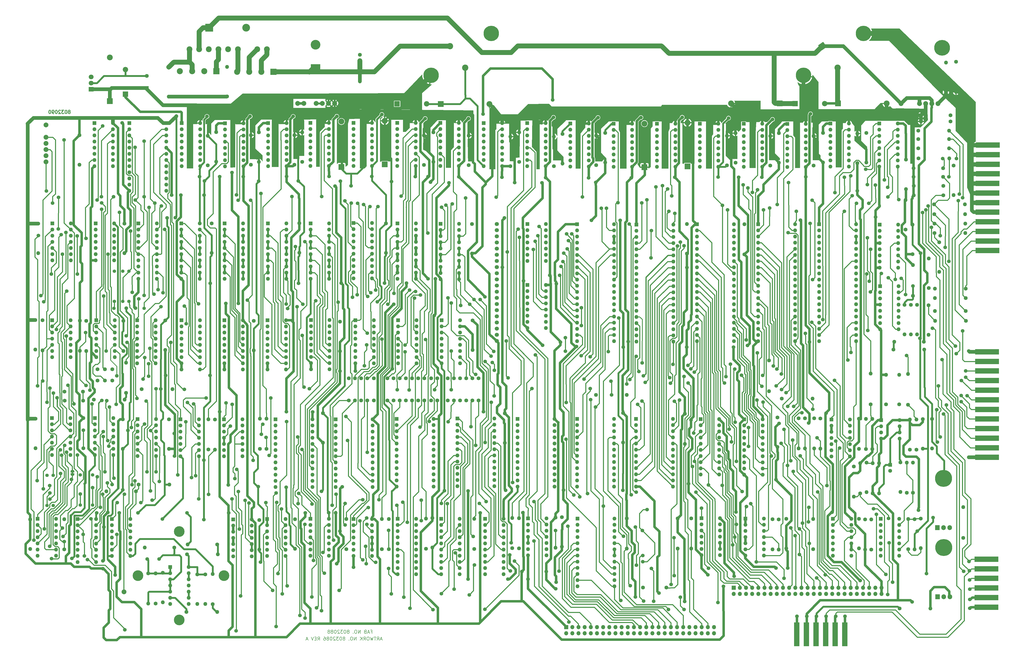
<source format=gbr>
G04 #@! TF.GenerationSoftware,KiCad,Pcbnew,9.0.3-unknown-202507311736~b5c2ed30be~ubuntu24.04.1*
G04 #@! TF.CreationDate,2025-08-04T14:24:46+01:00*
G04 #@! TF.ProjectId,Commodore PET Universal Dynamic,436f6d6d-6f64-46f7-9265-205045542055,REV A*
G04 #@! TF.SameCoordinates,Original*
G04 #@! TF.FileFunction,Copper,L2,Bot*
G04 #@! TF.FilePolarity,Positive*
%FSLAX46Y46*%
G04 Gerber Fmt 4.6, Leading zero omitted, Abs format (unit mm)*
G04 Created by KiCad (PCBNEW 9.0.3-unknown-202507311736~b5c2ed30be~ubuntu24.04.1) date 2025-08-04 14:24:46*
%MOMM*%
%LPD*%
G01*
G04 APERTURE LIST*
G04 Aperture macros list*
%AMRotRect*
0 Rectangle, with rotation*
0 The origin of the aperture is its center*
0 $1 length*
0 $2 width*
0 $3 Rotation angle, in degrees counterclockwise*
0 Add horizontal line*
21,1,$1,$2,0,0,$3*%
%AMFreePoly0*
4,1,23,0.500000,-0.750000,0.000000,-0.750000,0.000000,-0.745722,-0.065263,-0.745722,-0.191342,-0.711940,-0.304381,-0.646677,-0.396677,-0.554381,-0.461940,-0.441342,-0.495722,-0.315263,-0.495722,-0.250000,-0.500000,-0.250000,-0.500000,0.250000,-0.495722,0.250000,-0.495722,0.315263,-0.461940,0.441342,-0.396677,0.554381,-0.304381,0.646677,-0.191342,0.711940,-0.065263,0.745722,0.000000,0.745722,
0.000000,0.750000,0.500000,0.750000,0.500000,-0.750000,0.500000,-0.750000,$1*%
%AMFreePoly1*
4,1,23,0.000000,0.745722,0.065263,0.745722,0.191342,0.711940,0.304381,0.646677,0.396677,0.554381,0.461940,0.441342,0.495722,0.315263,0.495722,0.250000,0.500000,0.250000,0.500000,-0.250000,0.495722,-0.250000,0.495722,-0.315263,0.461940,-0.441342,0.396677,-0.554381,0.304381,-0.646677,0.191342,-0.711940,0.065263,-0.745722,0.000000,-0.745722,0.000000,-0.750000,-0.500000,-0.750000,
-0.500000,0.750000,0.000000,0.750000,0.000000,0.745722,0.000000,0.745722,$1*%
G04 Aperture macros list end*
%ADD10C,0.300000*%
G04 #@! TA.AperFunction,NonConductor*
%ADD11C,0.300000*%
G04 #@! TD*
%ADD12C,0.175000*%
G04 #@! TA.AperFunction,NonConductor*
%ADD13C,0.175000*%
G04 #@! TD*
G04 #@! TA.AperFunction,EtchedComponent*
%ADD14C,0.000000*%
G04 #@! TD*
G04 #@! TA.AperFunction,ComponentPad*
%ADD15C,1.600000*%
G04 #@! TD*
G04 #@! TA.AperFunction,ComponentPad*
%ADD16O,1.600000X1.600000*%
G04 #@! TD*
G04 #@! TA.AperFunction,ComponentPad*
%ADD17C,1.500000*%
G04 #@! TD*
G04 #@! TA.AperFunction,ComponentPad*
%ADD18RotRect,2.600000X2.600000X35.000000*%
G04 #@! TD*
G04 #@! TA.AperFunction,ComponentPad*
%ADD19C,2.600000*%
G04 #@! TD*
G04 #@! TA.AperFunction,ComponentPad*
%ADD20C,6.350000*%
G04 #@! TD*
G04 #@! TA.AperFunction,ComponentPad*
%ADD21R,1.600000X1.600000*%
G04 #@! TD*
G04 #@! TA.AperFunction,ComponentPad*
%ADD22C,1.400000*%
G04 #@! TD*
G04 #@! TA.AperFunction,ComponentPad*
%ADD23R,2.500000X2.500000*%
G04 #@! TD*
G04 #@! TA.AperFunction,ComponentPad*
%ADD24C,2.500000*%
G04 #@! TD*
G04 #@! TA.AperFunction,ConnectorPad*
%ADD25R,9.842500X2.300000*%
G04 #@! TD*
G04 #@! TA.AperFunction,ComponentPad*
%ADD26R,2.400000X2.400000*%
G04 #@! TD*
G04 #@! TA.AperFunction,ComponentPad*
%ADD27O,2.400000X2.400000*%
G04 #@! TD*
G04 #@! TA.AperFunction,ComponentPad*
%ADD28C,4.400000*%
G04 #@! TD*
G04 #@! TA.AperFunction,ComponentPad*
%ADD29R,4.000000X4.000000*%
G04 #@! TD*
G04 #@! TA.AperFunction,ComponentPad*
%ADD30C,4.000000*%
G04 #@! TD*
G04 #@! TA.AperFunction,ComponentPad*
%ADD31R,2.200000X2.200000*%
G04 #@! TD*
G04 #@! TA.AperFunction,ComponentPad*
%ADD32O,2.200000X2.200000*%
G04 #@! TD*
G04 #@! TA.AperFunction,ComponentPad*
%ADD33C,2.000000*%
G04 #@! TD*
G04 #@! TA.AperFunction,ConnectorPad*
%ADD34R,2.300000X9.842500*%
G04 #@! TD*
G04 #@! TA.AperFunction,ComponentPad*
%ADD35C,1.700000*%
G04 #@! TD*
G04 #@! TA.AperFunction,ComponentPad*
%ADD36C,6.500000*%
G04 #@! TD*
G04 #@! TA.AperFunction,ComponentPad*
%ADD37R,3.200000X3.200000*%
G04 #@! TD*
G04 #@! TA.AperFunction,ComponentPad*
%ADD38O,3.200000X3.200000*%
G04 #@! TD*
G04 #@! TA.AperFunction,ComponentPad*
%ADD39R,2.000000X1.905000*%
G04 #@! TD*
G04 #@! TA.AperFunction,ComponentPad*
%ADD40O,2.000000X1.905000*%
G04 #@! TD*
G04 #@! TA.AperFunction,ComponentPad*
%ADD41R,1.700000X1.700000*%
G04 #@! TD*
G04 #@! TA.AperFunction,ComponentPad*
%ADD42O,1.700000X1.700000*%
G04 #@! TD*
G04 #@! TA.AperFunction,ComponentPad*
%ADD43C,2.400000*%
G04 #@! TD*
G04 #@! TA.AperFunction,ComponentPad*
%ADD44R,1.905000X2.000000*%
G04 #@! TD*
G04 #@! TA.AperFunction,ComponentPad*
%ADD45C,7.000000*%
G04 #@! TD*
G04 #@! TA.AperFunction,ComponentPad*
%ADD46O,1.905000X2.000000*%
G04 #@! TD*
G04 #@! TA.AperFunction,SMDPad,CuDef*
%ADD47FreePoly0,90.000000*%
G04 #@! TD*
G04 #@! TA.AperFunction,SMDPad,CuDef*
%ADD48FreePoly1,90.000000*%
G04 #@! TD*
G04 #@! TA.AperFunction,ViaPad*
%ADD49C,1.500000*%
G04 #@! TD*
G04 #@! TA.AperFunction,Conductor*
%ADD50C,1.000000*%
G04 #@! TD*
G04 #@! TA.AperFunction,Conductor*
%ADD51C,0.800000*%
G04 #@! TD*
G04 #@! TA.AperFunction,Conductor*
%ADD52C,0.400000*%
G04 #@! TD*
G04 #@! TA.AperFunction,Conductor*
%ADD53C,2.000000*%
G04 #@! TD*
G04 #@! TA.AperFunction,Conductor*
%ADD54C,1.500000*%
G04 #@! TD*
G04 #@! TA.AperFunction,Conductor*
%ADD55C,0.500000*%
G04 #@! TD*
G04 #@! TA.AperFunction,Conductor*
%ADD56C,0.300000*%
G04 #@! TD*
G04 #@! TA.AperFunction,Conductor*
%ADD57C,0.000000*%
G04 #@! TD*
G04 #@! TA.AperFunction,Conductor*
%ADD58C,1.800000*%
G04 #@! TD*
G04 #@! TA.AperFunction,Conductor*
%ADD59C,0.250000*%
G04 #@! TD*
G04 APERTURE END LIST*
D10*
D11*
X105669298Y-104683066D02*
X105802632Y-104616400D01*
X105802632Y-104616400D02*
X105869298Y-104549733D01*
X105869298Y-104549733D02*
X105935965Y-104416400D01*
X105935965Y-104416400D02*
X105935965Y-104349733D01*
X105935965Y-104349733D02*
X105869298Y-104216400D01*
X105869298Y-104216400D02*
X105802632Y-104149733D01*
X105802632Y-104149733D02*
X105669298Y-104083066D01*
X105669298Y-104083066D02*
X105402632Y-104083066D01*
X105402632Y-104083066D02*
X105269298Y-104149733D01*
X105269298Y-104149733D02*
X105202632Y-104216400D01*
X105202632Y-104216400D02*
X105135965Y-104349733D01*
X105135965Y-104349733D02*
X105135965Y-104416400D01*
X105135965Y-104416400D02*
X105202632Y-104549733D01*
X105202632Y-104549733D02*
X105269298Y-104616400D01*
X105269298Y-104616400D02*
X105402632Y-104683066D01*
X105402632Y-104683066D02*
X105669298Y-104683066D01*
X105669298Y-104683066D02*
X105802632Y-104749733D01*
X105802632Y-104749733D02*
X105869298Y-104816400D01*
X105869298Y-104816400D02*
X105935965Y-104949733D01*
X105935965Y-104949733D02*
X105935965Y-105216400D01*
X105935965Y-105216400D02*
X105869298Y-105349733D01*
X105869298Y-105349733D02*
X105802632Y-105416400D01*
X105802632Y-105416400D02*
X105669298Y-105483066D01*
X105669298Y-105483066D02*
X105402632Y-105483066D01*
X105402632Y-105483066D02*
X105269298Y-105416400D01*
X105269298Y-105416400D02*
X105202632Y-105349733D01*
X105202632Y-105349733D02*
X105135965Y-105216400D01*
X105135965Y-105216400D02*
X105135965Y-104949733D01*
X105135965Y-104949733D02*
X105202632Y-104816400D01*
X105202632Y-104816400D02*
X105269298Y-104749733D01*
X105269298Y-104749733D02*
X105402632Y-104683066D01*
X104269299Y-104083066D02*
X104135965Y-104083066D01*
X104135965Y-104083066D02*
X104002632Y-104149733D01*
X104002632Y-104149733D02*
X103935965Y-104216400D01*
X103935965Y-104216400D02*
X103869299Y-104349733D01*
X103869299Y-104349733D02*
X103802632Y-104616400D01*
X103802632Y-104616400D02*
X103802632Y-104949733D01*
X103802632Y-104949733D02*
X103869299Y-105216400D01*
X103869299Y-105216400D02*
X103935965Y-105349733D01*
X103935965Y-105349733D02*
X104002632Y-105416400D01*
X104002632Y-105416400D02*
X104135965Y-105483066D01*
X104135965Y-105483066D02*
X104269299Y-105483066D01*
X104269299Y-105483066D02*
X104402632Y-105416400D01*
X104402632Y-105416400D02*
X104469299Y-105349733D01*
X104469299Y-105349733D02*
X104535965Y-105216400D01*
X104535965Y-105216400D02*
X104602632Y-104949733D01*
X104602632Y-104949733D02*
X104602632Y-104616400D01*
X104602632Y-104616400D02*
X104535965Y-104349733D01*
X104535965Y-104349733D02*
X104469299Y-104216400D01*
X104469299Y-104216400D02*
X104402632Y-104149733D01*
X104402632Y-104149733D02*
X104269299Y-104083066D01*
X103335966Y-104083066D02*
X102469299Y-104083066D01*
X102469299Y-104083066D02*
X102935966Y-104616400D01*
X102935966Y-104616400D02*
X102735966Y-104616400D01*
X102735966Y-104616400D02*
X102602632Y-104683066D01*
X102602632Y-104683066D02*
X102535966Y-104749733D01*
X102535966Y-104749733D02*
X102469299Y-104883066D01*
X102469299Y-104883066D02*
X102469299Y-105216400D01*
X102469299Y-105216400D02*
X102535966Y-105349733D01*
X102535966Y-105349733D02*
X102602632Y-105416400D01*
X102602632Y-105416400D02*
X102735966Y-105483066D01*
X102735966Y-105483066D02*
X103135966Y-105483066D01*
X103135966Y-105483066D02*
X103269299Y-105416400D01*
X103269299Y-105416400D02*
X103335966Y-105349733D01*
X101935966Y-104216400D02*
X101869299Y-104149733D01*
X101869299Y-104149733D02*
X101735966Y-104083066D01*
X101735966Y-104083066D02*
X101402633Y-104083066D01*
X101402633Y-104083066D02*
X101269299Y-104149733D01*
X101269299Y-104149733D02*
X101202633Y-104216400D01*
X101202633Y-104216400D02*
X101135966Y-104349733D01*
X101135966Y-104349733D02*
X101135966Y-104483066D01*
X101135966Y-104483066D02*
X101202633Y-104683066D01*
X101202633Y-104683066D02*
X102002633Y-105483066D01*
X102002633Y-105483066D02*
X101135966Y-105483066D01*
X100269300Y-104083066D02*
X100135966Y-104083066D01*
X100135966Y-104083066D02*
X100002633Y-104149733D01*
X100002633Y-104149733D02*
X99935966Y-104216400D01*
X99935966Y-104216400D02*
X99869300Y-104349733D01*
X99869300Y-104349733D02*
X99802633Y-104616400D01*
X99802633Y-104616400D02*
X99802633Y-104949733D01*
X99802633Y-104949733D02*
X99869300Y-105216400D01*
X99869300Y-105216400D02*
X99935966Y-105349733D01*
X99935966Y-105349733D02*
X100002633Y-105416400D01*
X100002633Y-105416400D02*
X100135966Y-105483066D01*
X100135966Y-105483066D02*
X100269300Y-105483066D01*
X100269300Y-105483066D02*
X100402633Y-105416400D01*
X100402633Y-105416400D02*
X100469300Y-105349733D01*
X100469300Y-105349733D02*
X100535966Y-105216400D01*
X100535966Y-105216400D02*
X100602633Y-104949733D01*
X100602633Y-104949733D02*
X100602633Y-104616400D01*
X100602633Y-104616400D02*
X100535966Y-104349733D01*
X100535966Y-104349733D02*
X100469300Y-104216400D01*
X100469300Y-104216400D02*
X100402633Y-104149733D01*
X100402633Y-104149733D02*
X100269300Y-104083066D01*
X99135967Y-105483066D02*
X98869300Y-105483066D01*
X98869300Y-105483066D02*
X98735967Y-105416400D01*
X98735967Y-105416400D02*
X98669300Y-105349733D01*
X98669300Y-105349733D02*
X98535967Y-105149733D01*
X98535967Y-105149733D02*
X98469300Y-104883066D01*
X98469300Y-104883066D02*
X98469300Y-104349733D01*
X98469300Y-104349733D02*
X98535967Y-104216400D01*
X98535967Y-104216400D02*
X98602633Y-104149733D01*
X98602633Y-104149733D02*
X98735967Y-104083066D01*
X98735967Y-104083066D02*
X99002633Y-104083066D01*
X99002633Y-104083066D02*
X99135967Y-104149733D01*
X99135967Y-104149733D02*
X99202633Y-104216400D01*
X99202633Y-104216400D02*
X99269300Y-104349733D01*
X99269300Y-104349733D02*
X99269300Y-104683066D01*
X99269300Y-104683066D02*
X99202633Y-104816400D01*
X99202633Y-104816400D02*
X99135967Y-104883066D01*
X99135967Y-104883066D02*
X99002633Y-104949733D01*
X99002633Y-104949733D02*
X98735967Y-104949733D01*
X98735967Y-104949733D02*
X98602633Y-104883066D01*
X98602633Y-104883066D02*
X98535967Y-104816400D01*
X98535967Y-104816400D02*
X98469300Y-104683066D01*
X97602634Y-104083066D02*
X97469300Y-104083066D01*
X97469300Y-104083066D02*
X97335967Y-104149733D01*
X97335967Y-104149733D02*
X97269300Y-104216400D01*
X97269300Y-104216400D02*
X97202634Y-104349733D01*
X97202634Y-104349733D02*
X97135967Y-104616400D01*
X97135967Y-104616400D02*
X97135967Y-104949733D01*
X97135967Y-104949733D02*
X97202634Y-105216400D01*
X97202634Y-105216400D02*
X97269300Y-105349733D01*
X97269300Y-105349733D02*
X97335967Y-105416400D01*
X97335967Y-105416400D02*
X97469300Y-105483066D01*
X97469300Y-105483066D02*
X97602634Y-105483066D01*
X97602634Y-105483066D02*
X97735967Y-105416400D01*
X97735967Y-105416400D02*
X97802634Y-105349733D01*
X97802634Y-105349733D02*
X97869300Y-105216400D01*
X97869300Y-105216400D02*
X97935967Y-104949733D01*
X97935967Y-104949733D02*
X97935967Y-104616400D01*
X97935967Y-104616400D02*
X97869300Y-104349733D01*
X97869300Y-104349733D02*
X97802634Y-104216400D01*
X97802634Y-104216400D02*
X97735967Y-104149733D01*
X97735967Y-104149733D02*
X97602634Y-104083066D01*
D12*
D13*
X229984869Y-319256233D02*
X230451535Y-319256233D01*
X230451535Y-319989566D02*
X230451535Y-318589566D01*
X230451535Y-318589566D02*
X229784869Y-318589566D01*
X229318202Y-319589566D02*
X228651535Y-319589566D01*
X229451535Y-319989566D02*
X228984869Y-318589566D01*
X228984869Y-318589566D02*
X228518202Y-319989566D01*
X227584869Y-319256233D02*
X227384869Y-319322900D01*
X227384869Y-319322900D02*
X227318202Y-319389566D01*
X227318202Y-319389566D02*
X227251535Y-319522900D01*
X227251535Y-319522900D02*
X227251535Y-319722900D01*
X227251535Y-319722900D02*
X227318202Y-319856233D01*
X227318202Y-319856233D02*
X227384869Y-319922900D01*
X227384869Y-319922900D02*
X227518202Y-319989566D01*
X227518202Y-319989566D02*
X228051535Y-319989566D01*
X228051535Y-319989566D02*
X228051535Y-318589566D01*
X228051535Y-318589566D02*
X227584869Y-318589566D01*
X227584869Y-318589566D02*
X227451535Y-318656233D01*
X227451535Y-318656233D02*
X227384869Y-318722900D01*
X227384869Y-318722900D02*
X227318202Y-318856233D01*
X227318202Y-318856233D02*
X227318202Y-318989566D01*
X227318202Y-318989566D02*
X227384869Y-319122900D01*
X227384869Y-319122900D02*
X227451535Y-319189566D01*
X227451535Y-319189566D02*
X227584869Y-319256233D01*
X227584869Y-319256233D02*
X228051535Y-319256233D01*
X225584868Y-319989566D02*
X225584868Y-318589566D01*
X225584868Y-318589566D02*
X224784868Y-319989566D01*
X224784868Y-319989566D02*
X224784868Y-318589566D01*
X223851535Y-318589566D02*
X223584868Y-318589566D01*
X223584868Y-318589566D02*
X223451535Y-318656233D01*
X223451535Y-318656233D02*
X223318201Y-318789566D01*
X223318201Y-318789566D02*
X223251535Y-319056233D01*
X223251535Y-319056233D02*
X223251535Y-319522900D01*
X223251535Y-319522900D02*
X223318201Y-319789566D01*
X223318201Y-319789566D02*
X223451535Y-319922900D01*
X223451535Y-319922900D02*
X223584868Y-319989566D01*
X223584868Y-319989566D02*
X223851535Y-319989566D01*
X223851535Y-319989566D02*
X223984868Y-319922900D01*
X223984868Y-319922900D02*
X224118201Y-319789566D01*
X224118201Y-319789566D02*
X224184868Y-319522900D01*
X224184868Y-319522900D02*
X224184868Y-319056233D01*
X224184868Y-319056233D02*
X224118201Y-318789566D01*
X224118201Y-318789566D02*
X223984868Y-318656233D01*
X223984868Y-318656233D02*
X223851535Y-318589566D01*
X222651534Y-319856233D02*
X222584868Y-319922900D01*
X222584868Y-319922900D02*
X222651534Y-319989566D01*
X222651534Y-319989566D02*
X222718201Y-319922900D01*
X222718201Y-319922900D02*
X222651534Y-319856233D01*
X222651534Y-319856233D02*
X222651534Y-319989566D01*
X220718200Y-319189566D02*
X220851534Y-319122900D01*
X220851534Y-319122900D02*
X220918200Y-319056233D01*
X220918200Y-319056233D02*
X220984867Y-318922900D01*
X220984867Y-318922900D02*
X220984867Y-318856233D01*
X220984867Y-318856233D02*
X220918200Y-318722900D01*
X220918200Y-318722900D02*
X220851534Y-318656233D01*
X220851534Y-318656233D02*
X220718200Y-318589566D01*
X220718200Y-318589566D02*
X220451534Y-318589566D01*
X220451534Y-318589566D02*
X220318200Y-318656233D01*
X220318200Y-318656233D02*
X220251534Y-318722900D01*
X220251534Y-318722900D02*
X220184867Y-318856233D01*
X220184867Y-318856233D02*
X220184867Y-318922900D01*
X220184867Y-318922900D02*
X220251534Y-319056233D01*
X220251534Y-319056233D02*
X220318200Y-319122900D01*
X220318200Y-319122900D02*
X220451534Y-319189566D01*
X220451534Y-319189566D02*
X220718200Y-319189566D01*
X220718200Y-319189566D02*
X220851534Y-319256233D01*
X220851534Y-319256233D02*
X220918200Y-319322900D01*
X220918200Y-319322900D02*
X220984867Y-319456233D01*
X220984867Y-319456233D02*
X220984867Y-319722900D01*
X220984867Y-319722900D02*
X220918200Y-319856233D01*
X220918200Y-319856233D02*
X220851534Y-319922900D01*
X220851534Y-319922900D02*
X220718200Y-319989566D01*
X220718200Y-319989566D02*
X220451534Y-319989566D01*
X220451534Y-319989566D02*
X220318200Y-319922900D01*
X220318200Y-319922900D02*
X220251534Y-319856233D01*
X220251534Y-319856233D02*
X220184867Y-319722900D01*
X220184867Y-319722900D02*
X220184867Y-319456233D01*
X220184867Y-319456233D02*
X220251534Y-319322900D01*
X220251534Y-319322900D02*
X220318200Y-319256233D01*
X220318200Y-319256233D02*
X220451534Y-319189566D01*
X219318201Y-318589566D02*
X219184867Y-318589566D01*
X219184867Y-318589566D02*
X219051534Y-318656233D01*
X219051534Y-318656233D02*
X218984867Y-318722900D01*
X218984867Y-318722900D02*
X218918201Y-318856233D01*
X218918201Y-318856233D02*
X218851534Y-319122900D01*
X218851534Y-319122900D02*
X218851534Y-319456233D01*
X218851534Y-319456233D02*
X218918201Y-319722900D01*
X218918201Y-319722900D02*
X218984867Y-319856233D01*
X218984867Y-319856233D02*
X219051534Y-319922900D01*
X219051534Y-319922900D02*
X219184867Y-319989566D01*
X219184867Y-319989566D02*
X219318201Y-319989566D01*
X219318201Y-319989566D02*
X219451534Y-319922900D01*
X219451534Y-319922900D02*
X219518201Y-319856233D01*
X219518201Y-319856233D02*
X219584867Y-319722900D01*
X219584867Y-319722900D02*
X219651534Y-319456233D01*
X219651534Y-319456233D02*
X219651534Y-319122900D01*
X219651534Y-319122900D02*
X219584867Y-318856233D01*
X219584867Y-318856233D02*
X219518201Y-318722900D01*
X219518201Y-318722900D02*
X219451534Y-318656233D01*
X219451534Y-318656233D02*
X219318201Y-318589566D01*
X218384868Y-318589566D02*
X217518201Y-318589566D01*
X217518201Y-318589566D02*
X217984868Y-319122900D01*
X217984868Y-319122900D02*
X217784868Y-319122900D01*
X217784868Y-319122900D02*
X217651534Y-319189566D01*
X217651534Y-319189566D02*
X217584868Y-319256233D01*
X217584868Y-319256233D02*
X217518201Y-319389566D01*
X217518201Y-319389566D02*
X217518201Y-319722900D01*
X217518201Y-319722900D02*
X217584868Y-319856233D01*
X217584868Y-319856233D02*
X217651534Y-319922900D01*
X217651534Y-319922900D02*
X217784868Y-319989566D01*
X217784868Y-319989566D02*
X218184868Y-319989566D01*
X218184868Y-319989566D02*
X218318201Y-319922900D01*
X218318201Y-319922900D02*
X218384868Y-319856233D01*
X216984868Y-318722900D02*
X216918201Y-318656233D01*
X216918201Y-318656233D02*
X216784868Y-318589566D01*
X216784868Y-318589566D02*
X216451535Y-318589566D01*
X216451535Y-318589566D02*
X216318201Y-318656233D01*
X216318201Y-318656233D02*
X216251535Y-318722900D01*
X216251535Y-318722900D02*
X216184868Y-318856233D01*
X216184868Y-318856233D02*
X216184868Y-318989566D01*
X216184868Y-318989566D02*
X216251535Y-319189566D01*
X216251535Y-319189566D02*
X217051535Y-319989566D01*
X217051535Y-319989566D02*
X216184868Y-319989566D01*
X215318202Y-318589566D02*
X215184868Y-318589566D01*
X215184868Y-318589566D02*
X215051535Y-318656233D01*
X215051535Y-318656233D02*
X214984868Y-318722900D01*
X214984868Y-318722900D02*
X214918202Y-318856233D01*
X214918202Y-318856233D02*
X214851535Y-319122900D01*
X214851535Y-319122900D02*
X214851535Y-319456233D01*
X214851535Y-319456233D02*
X214918202Y-319722900D01*
X214918202Y-319722900D02*
X214984868Y-319856233D01*
X214984868Y-319856233D02*
X215051535Y-319922900D01*
X215051535Y-319922900D02*
X215184868Y-319989566D01*
X215184868Y-319989566D02*
X215318202Y-319989566D01*
X215318202Y-319989566D02*
X215451535Y-319922900D01*
X215451535Y-319922900D02*
X215518202Y-319856233D01*
X215518202Y-319856233D02*
X215584868Y-319722900D01*
X215584868Y-319722900D02*
X215651535Y-319456233D01*
X215651535Y-319456233D02*
X215651535Y-319122900D01*
X215651535Y-319122900D02*
X215584868Y-318856233D01*
X215584868Y-318856233D02*
X215518202Y-318722900D01*
X215518202Y-318722900D02*
X215451535Y-318656233D01*
X215451535Y-318656233D02*
X215318202Y-318589566D01*
X214051535Y-319189566D02*
X214184869Y-319122900D01*
X214184869Y-319122900D02*
X214251535Y-319056233D01*
X214251535Y-319056233D02*
X214318202Y-318922900D01*
X214318202Y-318922900D02*
X214318202Y-318856233D01*
X214318202Y-318856233D02*
X214251535Y-318722900D01*
X214251535Y-318722900D02*
X214184869Y-318656233D01*
X214184869Y-318656233D02*
X214051535Y-318589566D01*
X214051535Y-318589566D02*
X213784869Y-318589566D01*
X213784869Y-318589566D02*
X213651535Y-318656233D01*
X213651535Y-318656233D02*
X213584869Y-318722900D01*
X213584869Y-318722900D02*
X213518202Y-318856233D01*
X213518202Y-318856233D02*
X213518202Y-318922900D01*
X213518202Y-318922900D02*
X213584869Y-319056233D01*
X213584869Y-319056233D02*
X213651535Y-319122900D01*
X213651535Y-319122900D02*
X213784869Y-319189566D01*
X213784869Y-319189566D02*
X214051535Y-319189566D01*
X214051535Y-319189566D02*
X214184869Y-319256233D01*
X214184869Y-319256233D02*
X214251535Y-319322900D01*
X214251535Y-319322900D02*
X214318202Y-319456233D01*
X214318202Y-319456233D02*
X214318202Y-319722900D01*
X214318202Y-319722900D02*
X214251535Y-319856233D01*
X214251535Y-319856233D02*
X214184869Y-319922900D01*
X214184869Y-319922900D02*
X214051535Y-319989566D01*
X214051535Y-319989566D02*
X213784869Y-319989566D01*
X213784869Y-319989566D02*
X213651535Y-319922900D01*
X213651535Y-319922900D02*
X213584869Y-319856233D01*
X213584869Y-319856233D02*
X213518202Y-319722900D01*
X213518202Y-319722900D02*
X213518202Y-319456233D01*
X213518202Y-319456233D02*
X213584869Y-319322900D01*
X213584869Y-319322900D02*
X213651535Y-319256233D01*
X213651535Y-319256233D02*
X213784869Y-319189566D01*
X212718202Y-319189566D02*
X212851536Y-319122900D01*
X212851536Y-319122900D02*
X212918202Y-319056233D01*
X212918202Y-319056233D02*
X212984869Y-318922900D01*
X212984869Y-318922900D02*
X212984869Y-318856233D01*
X212984869Y-318856233D02*
X212918202Y-318722900D01*
X212918202Y-318722900D02*
X212851536Y-318656233D01*
X212851536Y-318656233D02*
X212718202Y-318589566D01*
X212718202Y-318589566D02*
X212451536Y-318589566D01*
X212451536Y-318589566D02*
X212318202Y-318656233D01*
X212318202Y-318656233D02*
X212251536Y-318722900D01*
X212251536Y-318722900D02*
X212184869Y-318856233D01*
X212184869Y-318856233D02*
X212184869Y-318922900D01*
X212184869Y-318922900D02*
X212251536Y-319056233D01*
X212251536Y-319056233D02*
X212318202Y-319122900D01*
X212318202Y-319122900D02*
X212451536Y-319189566D01*
X212451536Y-319189566D02*
X212718202Y-319189566D01*
X212718202Y-319189566D02*
X212851536Y-319256233D01*
X212851536Y-319256233D02*
X212918202Y-319322900D01*
X212918202Y-319322900D02*
X212984869Y-319456233D01*
X212984869Y-319456233D02*
X212984869Y-319722900D01*
X212984869Y-319722900D02*
X212918202Y-319856233D01*
X212918202Y-319856233D02*
X212851536Y-319922900D01*
X212851536Y-319922900D02*
X212718202Y-319989566D01*
X212718202Y-319989566D02*
X212451536Y-319989566D01*
X212451536Y-319989566D02*
X212318202Y-319922900D01*
X212318202Y-319922900D02*
X212251536Y-319856233D01*
X212251536Y-319856233D02*
X212184869Y-319722900D01*
X212184869Y-319722900D02*
X212184869Y-319456233D01*
X212184869Y-319456233D02*
X212251536Y-319322900D01*
X212251536Y-319322900D02*
X212318202Y-319256233D01*
X212318202Y-319256233D02*
X212451536Y-319189566D01*
D12*
D13*
X234518202Y-322439566D02*
X233851535Y-322439566D01*
X234651535Y-322839566D02*
X234184869Y-321439566D01*
X234184869Y-321439566D02*
X233718202Y-322839566D01*
X232451535Y-322839566D02*
X232918202Y-322172900D01*
X233251535Y-322839566D02*
X233251535Y-321439566D01*
X233251535Y-321439566D02*
X232718202Y-321439566D01*
X232718202Y-321439566D02*
X232584869Y-321506233D01*
X232584869Y-321506233D02*
X232518202Y-321572900D01*
X232518202Y-321572900D02*
X232451535Y-321706233D01*
X232451535Y-321706233D02*
X232451535Y-321906233D01*
X232451535Y-321906233D02*
X232518202Y-322039566D01*
X232518202Y-322039566D02*
X232584869Y-322106233D01*
X232584869Y-322106233D02*
X232718202Y-322172900D01*
X232718202Y-322172900D02*
X233251535Y-322172900D01*
X232051535Y-321439566D02*
X231251535Y-321439566D01*
X231651535Y-322839566D02*
X231651535Y-321439566D01*
X230918202Y-321439566D02*
X230584868Y-322839566D01*
X230584868Y-322839566D02*
X230318202Y-321839566D01*
X230318202Y-321839566D02*
X230051535Y-322839566D01*
X230051535Y-322839566D02*
X229718202Y-321439566D01*
X228918202Y-321439566D02*
X228651535Y-321439566D01*
X228651535Y-321439566D02*
X228518202Y-321506233D01*
X228518202Y-321506233D02*
X228384868Y-321639566D01*
X228384868Y-321639566D02*
X228318202Y-321906233D01*
X228318202Y-321906233D02*
X228318202Y-322372900D01*
X228318202Y-322372900D02*
X228384868Y-322639566D01*
X228384868Y-322639566D02*
X228518202Y-322772900D01*
X228518202Y-322772900D02*
X228651535Y-322839566D01*
X228651535Y-322839566D02*
X228918202Y-322839566D01*
X228918202Y-322839566D02*
X229051535Y-322772900D01*
X229051535Y-322772900D02*
X229184868Y-322639566D01*
X229184868Y-322639566D02*
X229251535Y-322372900D01*
X229251535Y-322372900D02*
X229251535Y-321906233D01*
X229251535Y-321906233D02*
X229184868Y-321639566D01*
X229184868Y-321639566D02*
X229051535Y-321506233D01*
X229051535Y-321506233D02*
X228918202Y-321439566D01*
X226918201Y-322839566D02*
X227384868Y-322172900D01*
X227718201Y-322839566D02*
X227718201Y-321439566D01*
X227718201Y-321439566D02*
X227184868Y-321439566D01*
X227184868Y-321439566D02*
X227051535Y-321506233D01*
X227051535Y-321506233D02*
X226984868Y-321572900D01*
X226984868Y-321572900D02*
X226918201Y-321706233D01*
X226918201Y-321706233D02*
X226918201Y-321906233D01*
X226918201Y-321906233D02*
X226984868Y-322039566D01*
X226984868Y-322039566D02*
X227051535Y-322106233D01*
X227051535Y-322106233D02*
X227184868Y-322172900D01*
X227184868Y-322172900D02*
X227718201Y-322172900D01*
X226318201Y-322839566D02*
X226318201Y-321439566D01*
X225518201Y-322839566D02*
X226118201Y-322039566D01*
X225518201Y-321439566D02*
X226318201Y-322239566D01*
X223851534Y-322839566D02*
X223851534Y-321439566D01*
X223851534Y-321439566D02*
X223051534Y-322839566D01*
X223051534Y-322839566D02*
X223051534Y-321439566D01*
X222118201Y-321439566D02*
X221851534Y-321439566D01*
X221851534Y-321439566D02*
X221718201Y-321506233D01*
X221718201Y-321506233D02*
X221584867Y-321639566D01*
X221584867Y-321639566D02*
X221518201Y-321906233D01*
X221518201Y-321906233D02*
X221518201Y-322372900D01*
X221518201Y-322372900D02*
X221584867Y-322639566D01*
X221584867Y-322639566D02*
X221718201Y-322772900D01*
X221718201Y-322772900D02*
X221851534Y-322839566D01*
X221851534Y-322839566D02*
X222118201Y-322839566D01*
X222118201Y-322839566D02*
X222251534Y-322772900D01*
X222251534Y-322772900D02*
X222384867Y-322639566D01*
X222384867Y-322639566D02*
X222451534Y-322372900D01*
X222451534Y-322372900D02*
X222451534Y-321906233D01*
X222451534Y-321906233D02*
X222384867Y-321639566D01*
X222384867Y-321639566D02*
X222251534Y-321506233D01*
X222251534Y-321506233D02*
X222118201Y-321439566D01*
X220918200Y-322706233D02*
X220851534Y-322772900D01*
X220851534Y-322772900D02*
X220918200Y-322839566D01*
X220918200Y-322839566D02*
X220984867Y-322772900D01*
X220984867Y-322772900D02*
X220918200Y-322706233D01*
X220918200Y-322706233D02*
X220918200Y-322839566D01*
X218984866Y-322039566D02*
X219118200Y-321972900D01*
X219118200Y-321972900D02*
X219184866Y-321906233D01*
X219184866Y-321906233D02*
X219251533Y-321772900D01*
X219251533Y-321772900D02*
X219251533Y-321706233D01*
X219251533Y-321706233D02*
X219184866Y-321572900D01*
X219184866Y-321572900D02*
X219118200Y-321506233D01*
X219118200Y-321506233D02*
X218984866Y-321439566D01*
X218984866Y-321439566D02*
X218718200Y-321439566D01*
X218718200Y-321439566D02*
X218584866Y-321506233D01*
X218584866Y-321506233D02*
X218518200Y-321572900D01*
X218518200Y-321572900D02*
X218451533Y-321706233D01*
X218451533Y-321706233D02*
X218451533Y-321772900D01*
X218451533Y-321772900D02*
X218518200Y-321906233D01*
X218518200Y-321906233D02*
X218584866Y-321972900D01*
X218584866Y-321972900D02*
X218718200Y-322039566D01*
X218718200Y-322039566D02*
X218984866Y-322039566D01*
X218984866Y-322039566D02*
X219118200Y-322106233D01*
X219118200Y-322106233D02*
X219184866Y-322172900D01*
X219184866Y-322172900D02*
X219251533Y-322306233D01*
X219251533Y-322306233D02*
X219251533Y-322572900D01*
X219251533Y-322572900D02*
X219184866Y-322706233D01*
X219184866Y-322706233D02*
X219118200Y-322772900D01*
X219118200Y-322772900D02*
X218984866Y-322839566D01*
X218984866Y-322839566D02*
X218718200Y-322839566D01*
X218718200Y-322839566D02*
X218584866Y-322772900D01*
X218584866Y-322772900D02*
X218518200Y-322706233D01*
X218518200Y-322706233D02*
X218451533Y-322572900D01*
X218451533Y-322572900D02*
X218451533Y-322306233D01*
X218451533Y-322306233D02*
X218518200Y-322172900D01*
X218518200Y-322172900D02*
X218584866Y-322106233D01*
X218584866Y-322106233D02*
X218718200Y-322039566D01*
X217584867Y-321439566D02*
X217451533Y-321439566D01*
X217451533Y-321439566D02*
X217318200Y-321506233D01*
X217318200Y-321506233D02*
X217251533Y-321572900D01*
X217251533Y-321572900D02*
X217184867Y-321706233D01*
X217184867Y-321706233D02*
X217118200Y-321972900D01*
X217118200Y-321972900D02*
X217118200Y-322306233D01*
X217118200Y-322306233D02*
X217184867Y-322572900D01*
X217184867Y-322572900D02*
X217251533Y-322706233D01*
X217251533Y-322706233D02*
X217318200Y-322772900D01*
X217318200Y-322772900D02*
X217451533Y-322839566D01*
X217451533Y-322839566D02*
X217584867Y-322839566D01*
X217584867Y-322839566D02*
X217718200Y-322772900D01*
X217718200Y-322772900D02*
X217784867Y-322706233D01*
X217784867Y-322706233D02*
X217851533Y-322572900D01*
X217851533Y-322572900D02*
X217918200Y-322306233D01*
X217918200Y-322306233D02*
X217918200Y-321972900D01*
X217918200Y-321972900D02*
X217851533Y-321706233D01*
X217851533Y-321706233D02*
X217784867Y-321572900D01*
X217784867Y-321572900D02*
X217718200Y-321506233D01*
X217718200Y-321506233D02*
X217584867Y-321439566D01*
X216651534Y-321439566D02*
X215784867Y-321439566D01*
X215784867Y-321439566D02*
X216251534Y-321972900D01*
X216251534Y-321972900D02*
X216051534Y-321972900D01*
X216051534Y-321972900D02*
X215918200Y-322039566D01*
X215918200Y-322039566D02*
X215851534Y-322106233D01*
X215851534Y-322106233D02*
X215784867Y-322239566D01*
X215784867Y-322239566D02*
X215784867Y-322572900D01*
X215784867Y-322572900D02*
X215851534Y-322706233D01*
X215851534Y-322706233D02*
X215918200Y-322772900D01*
X215918200Y-322772900D02*
X216051534Y-322839566D01*
X216051534Y-322839566D02*
X216451534Y-322839566D01*
X216451534Y-322839566D02*
X216584867Y-322772900D01*
X216584867Y-322772900D02*
X216651534Y-322706233D01*
X215251534Y-321572900D02*
X215184867Y-321506233D01*
X215184867Y-321506233D02*
X215051534Y-321439566D01*
X215051534Y-321439566D02*
X214718201Y-321439566D01*
X214718201Y-321439566D02*
X214584867Y-321506233D01*
X214584867Y-321506233D02*
X214518201Y-321572900D01*
X214518201Y-321572900D02*
X214451534Y-321706233D01*
X214451534Y-321706233D02*
X214451534Y-321839566D01*
X214451534Y-321839566D02*
X214518201Y-322039566D01*
X214518201Y-322039566D02*
X215318201Y-322839566D01*
X215318201Y-322839566D02*
X214451534Y-322839566D01*
X213584868Y-321439566D02*
X213451534Y-321439566D01*
X213451534Y-321439566D02*
X213318201Y-321506233D01*
X213318201Y-321506233D02*
X213251534Y-321572900D01*
X213251534Y-321572900D02*
X213184868Y-321706233D01*
X213184868Y-321706233D02*
X213118201Y-321972900D01*
X213118201Y-321972900D02*
X213118201Y-322306233D01*
X213118201Y-322306233D02*
X213184868Y-322572900D01*
X213184868Y-322572900D02*
X213251534Y-322706233D01*
X213251534Y-322706233D02*
X213318201Y-322772900D01*
X213318201Y-322772900D02*
X213451534Y-322839566D01*
X213451534Y-322839566D02*
X213584868Y-322839566D01*
X213584868Y-322839566D02*
X213718201Y-322772900D01*
X213718201Y-322772900D02*
X213784868Y-322706233D01*
X213784868Y-322706233D02*
X213851534Y-322572900D01*
X213851534Y-322572900D02*
X213918201Y-322306233D01*
X213918201Y-322306233D02*
X213918201Y-321972900D01*
X213918201Y-321972900D02*
X213851534Y-321706233D01*
X213851534Y-321706233D02*
X213784868Y-321572900D01*
X213784868Y-321572900D02*
X213718201Y-321506233D01*
X213718201Y-321506233D02*
X213584868Y-321439566D01*
X212318201Y-322039566D02*
X212451535Y-321972900D01*
X212451535Y-321972900D02*
X212518201Y-321906233D01*
X212518201Y-321906233D02*
X212584868Y-321772900D01*
X212584868Y-321772900D02*
X212584868Y-321706233D01*
X212584868Y-321706233D02*
X212518201Y-321572900D01*
X212518201Y-321572900D02*
X212451535Y-321506233D01*
X212451535Y-321506233D02*
X212318201Y-321439566D01*
X212318201Y-321439566D02*
X212051535Y-321439566D01*
X212051535Y-321439566D02*
X211918201Y-321506233D01*
X211918201Y-321506233D02*
X211851535Y-321572900D01*
X211851535Y-321572900D02*
X211784868Y-321706233D01*
X211784868Y-321706233D02*
X211784868Y-321772900D01*
X211784868Y-321772900D02*
X211851535Y-321906233D01*
X211851535Y-321906233D02*
X211918201Y-321972900D01*
X211918201Y-321972900D02*
X212051535Y-322039566D01*
X212051535Y-322039566D02*
X212318201Y-322039566D01*
X212318201Y-322039566D02*
X212451535Y-322106233D01*
X212451535Y-322106233D02*
X212518201Y-322172900D01*
X212518201Y-322172900D02*
X212584868Y-322306233D01*
X212584868Y-322306233D02*
X212584868Y-322572900D01*
X212584868Y-322572900D02*
X212518201Y-322706233D01*
X212518201Y-322706233D02*
X212451535Y-322772900D01*
X212451535Y-322772900D02*
X212318201Y-322839566D01*
X212318201Y-322839566D02*
X212051535Y-322839566D01*
X212051535Y-322839566D02*
X211918201Y-322772900D01*
X211918201Y-322772900D02*
X211851535Y-322706233D01*
X211851535Y-322706233D02*
X211784868Y-322572900D01*
X211784868Y-322572900D02*
X211784868Y-322306233D01*
X211784868Y-322306233D02*
X211851535Y-322172900D01*
X211851535Y-322172900D02*
X211918201Y-322106233D01*
X211918201Y-322106233D02*
X212051535Y-322039566D01*
X210584868Y-321439566D02*
X210851535Y-321439566D01*
X210851535Y-321439566D02*
X210984868Y-321506233D01*
X210984868Y-321506233D02*
X211051535Y-321572900D01*
X211051535Y-321572900D02*
X211184868Y-321772900D01*
X211184868Y-321772900D02*
X211251535Y-322039566D01*
X211251535Y-322039566D02*
X211251535Y-322572900D01*
X211251535Y-322572900D02*
X211184868Y-322706233D01*
X211184868Y-322706233D02*
X211118202Y-322772900D01*
X211118202Y-322772900D02*
X210984868Y-322839566D01*
X210984868Y-322839566D02*
X210718202Y-322839566D01*
X210718202Y-322839566D02*
X210584868Y-322772900D01*
X210584868Y-322772900D02*
X210518202Y-322706233D01*
X210518202Y-322706233D02*
X210451535Y-322572900D01*
X210451535Y-322572900D02*
X210451535Y-322239566D01*
X210451535Y-322239566D02*
X210518202Y-322106233D01*
X210518202Y-322106233D02*
X210584868Y-322039566D01*
X210584868Y-322039566D02*
X210718202Y-321972900D01*
X210718202Y-321972900D02*
X210984868Y-321972900D01*
X210984868Y-321972900D02*
X211118202Y-322039566D01*
X211118202Y-322039566D02*
X211184868Y-322106233D01*
X211184868Y-322106233D02*
X211251535Y-322239566D01*
X207984868Y-322839566D02*
X208451535Y-322172900D01*
X208784868Y-322839566D02*
X208784868Y-321439566D01*
X208784868Y-321439566D02*
X208251535Y-321439566D01*
X208251535Y-321439566D02*
X208118202Y-321506233D01*
X208118202Y-321506233D02*
X208051535Y-321572900D01*
X208051535Y-321572900D02*
X207984868Y-321706233D01*
X207984868Y-321706233D02*
X207984868Y-321906233D01*
X207984868Y-321906233D02*
X208051535Y-322039566D01*
X208051535Y-322039566D02*
X208118202Y-322106233D01*
X208118202Y-322106233D02*
X208251535Y-322172900D01*
X208251535Y-322172900D02*
X208784868Y-322172900D01*
X207384868Y-322106233D02*
X206918202Y-322106233D01*
X206718202Y-322839566D02*
X207384868Y-322839566D01*
X207384868Y-322839566D02*
X207384868Y-321439566D01*
X207384868Y-321439566D02*
X206718202Y-321439566D01*
X206318201Y-321439566D02*
X205851535Y-322839566D01*
X205851535Y-322839566D02*
X205384868Y-321439566D01*
X203918201Y-322439566D02*
X203251534Y-322439566D01*
X204051534Y-322839566D02*
X203584868Y-321439566D01*
X203584868Y-321439566D02*
X203118201Y-322839566D01*
D14*
G04 #@! TA.AperFunction,EtchedComponent*
G04 #@! TO.C,JP1*
G36*
X107150000Y-253970000D02*
G01*
X106550000Y-253970000D01*
X106550000Y-253470000D01*
X107150000Y-253470000D01*
X107150000Y-253970000D01*
G37*
G04 #@! TD.AperFunction*
G04 #@! TD*
D15*
G04 #@! TO.P,R14,1*
G04 #@! TO.N,+5V*
X408949200Y-231248600D03*
D16*
G04 #@! TO.P,R14,2*
G04 #@! TO.N,~{IRQ}*
X408949200Y-243694600D03*
G04 #@! TD*
D17*
G04 #@! TO.P,Y1,1,1*
G04 #@! TO.N,Net-(C91-Pad1)*
X137700000Y-289295000D03*
G04 #@! TO.P,Y1,2,2*
G04 #@! TO.N,Net-(C92-Pad1)*
X142580000Y-289295000D03*
G04 #@! TD*
D15*
G04 #@! TO.P,FB21,1*
G04 #@! TO.N,Net-(J3-Pin_3)*
X474250000Y-280595000D03*
D16*
G04 #@! TO.P,FB21,2*
G04 #@! TO.N,Net-(Q1-E)*
X474250000Y-267895000D03*
G04 #@! TD*
D15*
G04 #@! TO.P,R12,1*
G04 #@! TO.N,+5V*
X359400000Y-229377000D03*
D16*
G04 #@! TO.P,R12,2*
G04 #@! TO.N,/RDY*
X359400000Y-241823000D03*
G04 #@! TD*
D15*
G04 #@! TO.P,FB18,1*
G04 #@! TO.N,Net-(UB15-PB3)*
X394175000Y-207340000D03*
D16*
G04 #@! TO.P,FB18,2*
G04 #@! TO.N,CASS WRITE*
X394175000Y-220040000D03*
G04 #@! TD*
D15*
G04 #@! TO.P,C60,1*
G04 #@! TO.N,Net-(VR5-K)*
X431200000Y-272679000D03*
D16*
G04 #@! TO.P,C60,2*
G04 #@! TO.N,+9V*
X431200000Y-284871000D03*
G04 #@! TD*
D15*
G04 #@! TO.P,FB25,1*
G04 #@! TO.N,Net-(UD3C-VCC)*
X135380000Y-219170000D03*
D16*
G04 #@! TO.P,FB25,2*
G04 #@! TO.N,+5V*
X148080000Y-219170000D03*
G04 #@! TD*
D15*
G04 #@! TO.P,R42,1*
G04 #@! TO.N,+5V*
X356450000Y-272502000D03*
D16*
G04 #@! TO.P,R42,2*
G04 #@! TO.N,Net-(JP4-A)*
X356450000Y-284948000D03*
G04 #@! TD*
D15*
G04 #@! TO.P,C57,1*
G04 #@! TO.N,+5V*
X255325000Y-272395000D03*
D16*
G04 #@! TO.P,C57,2*
G04 #@! TO.N,GND*
X255325000Y-284587000D03*
G04 #@! TD*
D18*
G04 #@! TO.P,VR4,1,VI*
G04 #@! TO.N,Net-(CR3-K)*
X416149535Y-77588059D03*
D19*
G04 #@! TO.P,VR4,2,VO*
G04 #@! TO.N,+5V*
X422412990Y-86533199D03*
D20*
G04 #@! TO.P,VR4,3,GND*
G04 #@! TO.N,GND*
X408380804Y-89681004D03*
X433119196Y-72358996D03*
G04 #@! TD*
D15*
G04 #@! TO.P,C86,1*
G04 #@! TO.N,DIO-8*
X459925000Y-184528000D03*
D16*
G04 #@! TO.P,C86,2*
G04 #@! TO.N,GND*
X459925000Y-196720000D03*
G04 #@! TD*
D15*
G04 #@! TO.P,C48,1*
G04 #@! TO.N,+5V*
X397657600Y-230904000D03*
D16*
G04 #@! TO.P,C48,2*
G04 #@! TO.N,GND*
X397657600Y-243096000D03*
G04 #@! TD*
D15*
G04 #@! TO.P,C92,1*
G04 #@! TO.N,Net-(C92-Pad1)*
X148867000Y-284520000D03*
D16*
G04 #@! TO.P,C92,2*
G04 #@! TO.N,GND*
X136675000Y-284520000D03*
G04 #@! TD*
D15*
G04 #@! TO.P,R16,1*
G04 #@! TO.N,+5V*
X415350000Y-231274000D03*
D16*
G04 #@! TO.P,R16,2*
G04 #@! TO.N,Net-(J9-Pin_21)*
X415350000Y-243720000D03*
G04 #@! TD*
D21*
G04 #@! TO.P,UE1,1,~{R}*
G04 #@! TO.N,Net-(UE1A-~{R})*
X92500000Y-272680000D03*
D16*
G04 #@! TO.P,UE1,2,D*
G04 #@! TO.N,/~{INIT}*
X92500000Y-275220000D03*
G04 #@! TO.P,UE1,3,C*
G04 #@! TO.N,Net-(UE1A-C)*
X92500000Y-277760000D03*
G04 #@! TO.P,UE1,4,~{S}*
G04 #@! TO.N,/~{INIT}*
X92500000Y-280300000D03*
G04 #@! TO.P,UE1,5,Q*
G04 #@! TO.N,Net-(UE1A-Q)*
X92500000Y-282840000D03*
G04 #@! TO.P,UE1,6,~{Q}*
G04 #@! TO.N,unconnected-(UE1A-~{Q}-Pad6)*
X92500000Y-285380000D03*
G04 #@! TO.P,UE1,7,GND*
G04 #@! TO.N,GND*
X92500000Y-287920000D03*
G04 #@! TO.P,UE1,8,~{Q}*
G04 #@! TO.N,unconnected-(UE1B-~{Q}-Pad8)*
X100120000Y-287920000D03*
G04 #@! TO.P,UE1,9,Q*
G04 #@! TO.N,Net-(UE1B-Q)*
X100120000Y-285380000D03*
G04 #@! TO.P,UE1,10,~{S}*
G04 #@! TO.N,/PULLUP1*
X100120000Y-282840000D03*
G04 #@! TO.P,UE1,11,C*
G04 #@! TO.N,Net-(UE1B-C)*
X100120000Y-280300000D03*
G04 #@! TO.P,UE1,12,D*
G04 #@! TO.N,Net-(UE1B-D)*
X100120000Y-277760000D03*
G04 #@! TO.P,UE1,13,~{R}*
G04 #@! TO.N,Net-(UE1B-~{R})*
X100120000Y-275220000D03*
G04 #@! TO.P,UE1,14,VCC*
G04 #@! TO.N,+5V*
X100120000Y-272680000D03*
G04 #@! TD*
D15*
G04 #@! TO.P,R22,1*
G04 #@! TO.N,Net-(UB15-PB4)*
X429100000Y-251077000D03*
D16*
G04 #@! TO.P,R22,2*
G04 #@! TO.N,Net-(R22-Pad2)*
X429100000Y-263523000D03*
G04 #@! TD*
D22*
G04 #@! TO.P,J_3,1,A*
G04 #@! TO.N,/~{CLK1}*
X110100000Y-267016000D03*
G04 #@! TO.P,J_3,2,B*
G04 #@! TO.N,Net-(J_3-B)*
X110100000Y-254570000D03*
G04 #@! TD*
D23*
G04 #@! TO.P,CR2,1,+*
G04 #@! TO.N,Net-(CR2-+)*
X166200000Y-87970000D03*
D24*
G04 #@! TO.P,CR2,2*
G04 #@! TO.N,Net-(J8-Pin_5)*
X161200000Y-87970000D03*
G04 #@! TO.P,CR2,3*
G04 #@! TO.N,Net-(J8-Pin_1)*
X156200000Y-87970000D03*
G04 #@! TO.P,CR2,4,-*
G04 #@! TO.N,Net-(CR1-A)*
X151200000Y-87970000D03*
G04 #@! TD*
D15*
G04 #@! TO.P,C72,1*
G04 #@! TO.N,-5V*
X434250000Y-113470000D03*
D16*
G04 #@! TO.P,C72,2*
G04 #@! TO.N,GND*
X434250000Y-125662000D03*
G04 #@! TD*
D15*
G04 #@! TO.P,C89,1*
G04 #@! TO.N,Net-(UE3-VCC)*
X133066000Y-261320000D03*
D16*
G04 #@! TO.P,C89,2*
G04 #@! TO.N,GND*
X120874000Y-261320000D03*
G04 #@! TD*
D21*
G04 #@! TO.P,UA7,1,VBB*
G04 #@! TO.N,-5V*
X205050000Y-109320000D03*
D16*
G04 #@! TO.P,UA7,2,DI*
G04 #@! TO.N,/D6*
X205050000Y-111860000D03*
G04 #@! TO.P,UA7,3,~{WE}*
G04 #@! TO.N,/RAM_RW*
X205050000Y-114400000D03*
G04 #@! TO.P,UA7,4,~{RAS}*
G04 #@! TO.N,/~{RAS0}*
X205050000Y-116940000D03*
G04 #@! TO.P,UA7,5,A0*
G04 #@! TO.N,/Main RAM/FA0*
X205050000Y-119480000D03*
G04 #@! TO.P,UA7,6,A2*
G04 #@! TO.N,/Main RAM/FA2*
X205050000Y-122020000D03*
G04 #@! TO.P,UA7,7,A1*
G04 #@! TO.N,/Main RAM/FA1*
X205050000Y-124560000D03*
G04 #@! TO.P,UA7,8,VDD*
G04 #@! TO.N,+12V*
X205050000Y-127100000D03*
G04 #@! TO.P,UA7,9,VCC*
G04 #@! TO.N,+5V*
X212670000Y-127100000D03*
G04 #@! TO.P,UA7,10,A5*
G04 #@! TO.N,/Main RAM/FA5*
X212670000Y-124560000D03*
G04 #@! TO.P,UA7,11,A4*
G04 #@! TO.N,/Main RAM/FA4*
X212670000Y-122020000D03*
G04 #@! TO.P,UA7,12,A3*
G04 #@! TO.N,/Main RAM/FA3*
X212670000Y-119480000D03*
G04 #@! TO.P,UA7,13,A6*
G04 #@! TO.N,/Main RAM/FA6*
X212670000Y-116940000D03*
G04 #@! TO.P,UA7,14,DO*
G04 #@! TO.N,/D6*
X212670000Y-114400000D03*
G04 #@! TO.P,UA7,15,~{CAS}*
G04 #@! TO.N,/~{CAS0}*
X212670000Y-111860000D03*
G04 #@! TO.P,UA7,16,VSS*
G04 #@! TO.N,GND*
X212670000Y-109320000D03*
G04 #@! TD*
D15*
G04 #@! TO.P,R5,1*
G04 #@! TO.N,+5V*
X127900000Y-190995000D03*
D16*
G04 #@! TO.P,R5,2*
G04 #@! TO.N,/~{VIDEO}*
X127900000Y-203441000D03*
G04 #@! TD*
D21*
G04 #@! TO.P,UB14,1,VSS*
G04 #@! TO.N,GND*
X364400000Y-151095000D03*
D16*
G04 #@! TO.P,UB14,2,RDY*
G04 #@! TO.N,/RDY*
X364400000Y-153635000D03*
G04 #@! TO.P,UB14,3,\u03D51*
G04 #@! TO.N,unconnected-(UB14-\u03D51-Pad3)*
X364400000Y-156175000D03*
G04 #@! TO.P,UB14,4,~{IRQ}*
G04 #@! TO.N,~{IRQ}*
X364400000Y-158715000D03*
G04 #@! TO.P,UB14,5,NC*
G04 #@! TO.N,/~{NO ROM}*
X364400000Y-161255000D03*
G04 #@! TO.P,UB14,6,~{NMI}*
G04 #@! TO.N,/~{NMI}*
X364400000Y-163795000D03*
G04 #@! TO.P,UB14,7,SYNC*
G04 #@! TO.N,/SYNC*
X364400000Y-166335000D03*
G04 #@! TO.P,UB14,8,VCC*
G04 #@! TO.N,+5V*
X364400000Y-168875000D03*
G04 #@! TO.P,UB14,9,A0*
G04 #@! TO.N,Net-(UB14-A0)*
X364400000Y-171415000D03*
G04 #@! TO.P,UB14,10,A1*
G04 #@! TO.N,Net-(UB14-A1)*
X364400000Y-173955000D03*
G04 #@! TO.P,UB14,11,A2*
G04 #@! TO.N,Net-(UB14-A2)*
X364400000Y-176495000D03*
G04 #@! TO.P,UB14,12,A3*
G04 #@! TO.N,Net-(UB14-A3)*
X364400000Y-179035000D03*
G04 #@! TO.P,UB14,13,A4*
G04 #@! TO.N,Net-(UB14-A4)*
X364400000Y-181575000D03*
G04 #@! TO.P,UB14,14,A5*
G04 #@! TO.N,Net-(UB14-A5)*
X364400000Y-184115000D03*
G04 #@! TO.P,UB14,15,A6*
G04 #@! TO.N,Net-(UB14-A6)*
X364400000Y-186655000D03*
G04 #@! TO.P,UB14,16,A7*
G04 #@! TO.N,Net-(UB14-A7)*
X364400000Y-189195000D03*
G04 #@! TO.P,UB14,17,A8*
G04 #@! TO.N,Net-(UB14-A8)*
X364400000Y-191735000D03*
G04 #@! TO.P,UB14,18,A9*
G04 #@! TO.N,Net-(UB14-A9)*
X364400000Y-194275000D03*
G04 #@! TO.P,UB14,19,A10*
G04 #@! TO.N,Net-(UB14-A10)*
X364400000Y-196815000D03*
G04 #@! TO.P,UB14,20,A11*
G04 #@! TO.N,Net-(UB14-A11)*
X364400000Y-199355000D03*
G04 #@! TO.P,UB14,21,VSS*
G04 #@! TO.N,GND*
X379640000Y-199355000D03*
G04 #@! TO.P,UB14,22,A12*
G04 #@! TO.N,Net-(UB14-A12)*
X379640000Y-196815000D03*
G04 #@! TO.P,UB14,23,A13*
G04 #@! TO.N,Net-(UB14-A13)*
X379640000Y-194275000D03*
G04 #@! TO.P,UB14,24,A14*
G04 #@! TO.N,Net-(UB14-A14)*
X379640000Y-191735000D03*
G04 #@! TO.P,UB14,25,A15*
G04 #@! TO.N,Net-(UB14-A15)*
X379640000Y-189195000D03*
G04 #@! TO.P,UB14,26,D7*
G04 #@! TO.N,/D7*
X379640000Y-186655000D03*
G04 #@! TO.P,UB14,27,D6*
G04 #@! TO.N,/D6*
X379640000Y-184115000D03*
G04 #@! TO.P,UB14,28,D5*
G04 #@! TO.N,/D5*
X379640000Y-181575000D03*
G04 #@! TO.P,UB14,29,D4*
G04 #@! TO.N,/D4*
X379640000Y-179035000D03*
G04 #@! TO.P,UB14,30,D3*
G04 #@! TO.N,/D3*
X379640000Y-176495000D03*
G04 #@! TO.P,UB14,31,D2*
G04 #@! TO.N,/D2*
X379640000Y-173955000D03*
G04 #@! TO.P,UB14,32,D1*
G04 #@! TO.N,/D1*
X379640000Y-171415000D03*
G04 #@! TO.P,UB14,33,D0*
G04 #@! TO.N,/D0*
X379640000Y-168875000D03*
G04 #@! TO.P,UB14,34,R/~{W}*
G04 #@! TO.N,/R{slash}W*
X379640000Y-166335000D03*
G04 #@! TO.P,UB14,35,NC*
G04 #@! TO.N,Net-(UB14-NC-Pad35)*
X379640000Y-163795000D03*
G04 #@! TO.P,UB14,36,NC*
G04 #@! TO.N,unconnected-(UB14-NC-Pad36)*
X379640000Y-161255000D03*
G04 #@! TO.P,UB14,37,\u03D50*
G04 #@! TO.N,/CLK1*
X379640000Y-158715000D03*
G04 #@! TO.P,UB14,38,~{SO}*
G04 #@! TO.N,Net-(UB14-~{SO})*
X379640000Y-156175000D03*
G04 #@! TO.P,UB14,39,\u03D52*
G04 #@! TO.N,Net-(UB14-\u03D52)*
X379640000Y-153635000D03*
G04 #@! TO.P,UB14,40,~{RES}*
G04 #@! TO.N,/~{RES}*
X379640000Y-151095000D03*
G04 #@! TD*
D25*
G04 #@! TO.P,J1,A,Pin_A*
G04 #@! TO.N,Net-(J1-Pin_A)*
X484277950Y-161996400D03*
G04 #@! TO.P,J1,B,Pin_B*
G04 #@! TO.N,Net-(J1-Pin_B)*
X484277950Y-158036400D03*
G04 #@! TO.P,J1,C,Pin_C*
G04 #@! TO.N,Net-(J1-Pin_C)*
X484277950Y-154076400D03*
G04 #@! TO.P,J1,D,Pin_D*
G04 #@! TO.N,Net-(J1-Pin_D)*
X484277950Y-150116400D03*
G04 #@! TO.P,J1,E,Pin_E*
G04 #@! TO.N,GND*
X484277950Y-146156400D03*
G04 #@! TO.P,J1,F,Pin_F*
X484277950Y-142196400D03*
G04 #@! TO.P,J1,H,Pin_H*
X484277950Y-138236400D03*
G04 #@! TO.P,J1,J,Pin_J*
X484277950Y-134276400D03*
G04 #@! TO.P,J1,K,Pin_K*
X484373200Y-130278400D03*
G04 #@! TO.P,J1,L,Pin_L*
X484373200Y-126356400D03*
G04 #@! TO.P,J1,M,Pin_M*
X484373200Y-122396400D03*
G04 #@! TO.P,J1,N,Pin_N*
X484373200Y-118436400D03*
G04 #@! TD*
D15*
G04 #@! TO.P,R25,1*
G04 #@! TO.N,+5V*
X439550000Y-249777000D03*
D16*
G04 #@! TO.P,R25,2*
G04 #@! TO.N,Net-(UD16-DIS)*
X439550000Y-262223000D03*
G04 #@! TD*
D15*
G04 #@! TO.P,C70,1*
G04 #@! TO.N,-5V*
X398250000Y-113534000D03*
D16*
G04 #@! TO.P,C70,2*
G04 #@! TO.N,GND*
X398250000Y-125726000D03*
G04 #@! TD*
D25*
G04 #@! TO.P,J2,A,Pin_A*
G04 #@! TO.N,GND*
X484043000Y-247334200D03*
G04 #@! TO.P,J2,B,Pin_B*
G04 #@! TO.N,CA1*
X484043000Y-243374200D03*
G04 #@! TO.P,J2,C,Pin_C*
G04 #@! TO.N,PA0*
X484043000Y-239414200D03*
G04 #@! TO.P,J2,D,Pin_D*
G04 #@! TO.N,PA1*
X484043000Y-235454200D03*
G04 #@! TO.P,J2,E,Pin_E*
G04 #@! TO.N,PA2*
X484043000Y-231494200D03*
G04 #@! TO.P,J2,F,Pin_F*
G04 #@! TO.N,PA3*
X484043000Y-227534200D03*
G04 #@! TO.P,J2,H,Pin_H*
G04 #@! TO.N,PA4*
X484043000Y-223574200D03*
G04 #@! TO.P,J2,J,Pin_J*
G04 #@! TO.N,PA5*
X484043000Y-219614200D03*
G04 #@! TO.P,J2,K,Pin_K*
G04 #@! TO.N,PA6*
X484043000Y-215654200D03*
G04 #@! TO.P,J2,L,Pin_L*
G04 #@! TO.N,PA7*
X484043000Y-211694200D03*
G04 #@! TO.P,J2,M,Pin_M*
G04 #@! TO.N,CB2*
X484043000Y-207734200D03*
G04 #@! TO.P,J2,N,Pin_N*
G04 #@! TO.N,GND*
X484043000Y-203774200D03*
G04 #@! TD*
D15*
G04 #@! TO.P,FB2,1*
G04 #@! TO.N,Net-(UA20-VCC)*
X450650000Y-124429000D03*
D16*
G04 #@! TO.P,FB2,2*
G04 #@! TO.N,+5V*
X450650000Y-136621000D03*
G04 #@! TD*
D15*
G04 #@! TO.P,C88,1*
G04 #@! TO.N,~{IFC}*
X442450000Y-225462000D03*
D16*
G04 #@! TO.P,C88,2*
G04 #@! TO.N,GND*
X442450000Y-213270000D03*
G04 #@! TD*
D15*
G04 #@! TO.P,C62,1*
G04 #@! TO.N,-5V*
X166150000Y-113124000D03*
D16*
G04 #@! TO.P,C62,2*
G04 #@! TO.N,GND*
X166150000Y-125316000D03*
G04 #@! TD*
D15*
G04 #@! TO.P,R7,1*
G04 #@! TO.N,Net-(R7-Pad1)*
X162900000Y-244120000D03*
D16*
G04 #@! TO.P,R7,2*
G04 #@! TO.N,/~{RAS0}*
X162900000Y-231674000D03*
G04 #@! TD*
D26*
G04 #@! TO.P,C23,1*
G04 #@! TO.N,GND*
X342773000Y-127601000D03*
D27*
G04 #@! TO.P,C23,2*
G04 #@! TO.N,-5V*
X342773000Y-109601000D03*
G04 #@! TD*
D21*
G04 #@! TO.P,UC10,1,A/B*
G04 #@! TO.N,/CLK1B*
X259100000Y-190745000D03*
D16*
G04 #@! TO.P,UC10,2,I0a*
G04 #@! TO.N,/TA6*
X259100000Y-193285000D03*
G04 #@! TO.P,UC10,3,I1a*
G04 #@! TO.N,Net-(J15-Pin_2)*
X259100000Y-195825000D03*
G04 #@! TO.P,UC10,4,Qa*
G04 #@! TO.N,/SA6*
X259100000Y-198365000D03*
G04 #@! TO.P,UC10,5,I0b*
G04 #@! TO.N,/TA7*
X259100000Y-200905000D03*
G04 #@! TO.P,UC10,6,I1b*
G04 #@! TO.N,Net-(J15-Pin_6)*
X259100000Y-203445000D03*
G04 #@! TO.P,UC10,7,Qb*
G04 #@! TO.N,/SA7*
X259100000Y-205985000D03*
G04 #@! TO.P,UC10,8,GND*
G04 #@! TO.N,GND*
X259100000Y-208525000D03*
G04 #@! TO.P,UC10,9,Qd*
G04 #@! TO.N,/SA8*
X266720000Y-208525000D03*
G04 #@! TO.P,UC10,10,I1d*
G04 #@! TO.N,Net-(J15-Pin_10)*
X266720000Y-205985000D03*
G04 #@! TO.P,UC10,11,I0d*
G04 #@! TO.N,/TA8*
X266720000Y-203445000D03*
G04 #@! TO.P,UC10,12,Qc*
G04 #@! TO.N,/SA9*
X266720000Y-200905000D03*
G04 #@! TO.P,UC10,13,I1c*
G04 #@! TO.N,Net-(J15-Pin_14)*
X266720000Y-198365000D03*
G04 #@! TO.P,UC10,14,I0c*
G04 #@! TO.N,/TA9*
X266720000Y-195825000D03*
G04 #@! TO.P,UC10,15,~{EN}*
G04 #@! TO.N,GND*
X266720000Y-193285000D03*
G04 #@! TO.P,UC10,16,VCC*
G04 #@! TO.N,+5V*
X266720000Y-190745000D03*
G04 #@! TD*
D15*
G04 #@! TO.P,FB8,1*
G04 #@! TO.N,DIO-1*
X462355000Y-154795000D03*
D16*
G04 #@! TO.P,FB8,2*
G04 #@! TO.N,Net-(J1-Pin_1)*
X475055000Y-154795000D03*
G04 #@! TD*
D21*
G04 #@! TO.P,UC4,1,A6*
G04 #@! TO.N,/SA6*
X151825000Y-190745000D03*
D16*
G04 #@! TO.P,UC4,2,A5*
G04 #@! TO.N,/SA5*
X151825000Y-193285000D03*
G04 #@! TO.P,UC4,3,A4*
G04 #@! TO.N,/SA4*
X151825000Y-195825000D03*
G04 #@! TO.P,UC4,4,A3*
G04 #@! TO.N,/SA3*
X151825000Y-198365000D03*
G04 #@! TO.P,UC4,5,A0*
G04 #@! TO.N,/SA0*
X151825000Y-200905000D03*
G04 #@! TO.P,UC4,6,A1*
G04 #@! TO.N,/SA1*
X151825000Y-203445000D03*
G04 #@! TO.P,UC4,7,A2*
G04 #@! TO.N,/SA2*
X151825000Y-205985000D03*
G04 #@! TO.P,UC4,8,~{CS}*
G04 #@! TO.N,GND*
X151825000Y-208525000D03*
G04 #@! TO.P,UC4,9,VSS*
X151825000Y-211065000D03*
G04 #@! TO.P,UC4,10,R/W*
G04 #@! TO.N,Net-(UB4-OEb)*
X159445000Y-211065000D03*
G04 #@! TO.P,UC4,11,D3*
G04 #@! TO.N,/Dot Gen & Even Display RAM/ESD3*
X159445000Y-208525000D03*
G04 #@! TO.P,UC4,12,D2*
G04 #@! TO.N,/Dot Gen & Even Display RAM/ESD2*
X159445000Y-205985000D03*
G04 #@! TO.P,UC4,13,D1*
G04 #@! TO.N,/Dot Gen & Even Display RAM/ESD1*
X159445000Y-203445000D03*
G04 #@! TO.P,UC4,14,D0*
G04 #@! TO.N,/Dot Gen & Even Display RAM/ESD0*
X159445000Y-200905000D03*
G04 #@! TO.P,UC4,15,A9*
G04 #@! TO.N,/SA9*
X159445000Y-198365000D03*
G04 #@! TO.P,UC4,16,A8*
G04 #@! TO.N,/SA8*
X159445000Y-195825000D03*
G04 #@! TO.P,UC4,17,A7*
G04 #@! TO.N,/SA7*
X159445000Y-193285000D03*
G04 #@! TO.P,UC4,18,VCC*
G04 #@! TO.N,+5V*
X159445000Y-190745000D03*
G04 #@! TD*
D21*
G04 #@! TO.P,UA11,1,VBB*
G04 #@! TO.N,-5V*
X276450000Y-109370000D03*
D16*
G04 #@! TO.P,UA11,2,DI*
G04 #@! TO.N,/D4*
X276450000Y-111910000D03*
G04 #@! TO.P,UA11,3,~{WE}*
G04 #@! TO.N,/RAM_RW*
X276450000Y-114450000D03*
G04 #@! TO.P,UA11,4,~{RAS}*
G04 #@! TO.N,/~{RAS0}*
X276450000Y-116990000D03*
G04 #@! TO.P,UA11,5,A0*
G04 #@! TO.N,/Main RAM/FA0*
X276450000Y-119530000D03*
G04 #@! TO.P,UA11,6,A2*
G04 #@! TO.N,/Main RAM/FA2*
X276450000Y-122070000D03*
G04 #@! TO.P,UA11,7,A1*
G04 #@! TO.N,/Main RAM/FA1*
X276450000Y-124610000D03*
G04 #@! TO.P,UA11,8,VDD*
G04 #@! TO.N,+12V*
X276450000Y-127150000D03*
G04 #@! TO.P,UA11,9,VCC*
G04 #@! TO.N,+5V*
X284070000Y-127150000D03*
G04 #@! TO.P,UA11,10,A5*
G04 #@! TO.N,/Main RAM/FA5*
X284070000Y-124610000D03*
G04 #@! TO.P,UA11,11,A4*
G04 #@! TO.N,/Main RAM/FA4*
X284070000Y-122070000D03*
G04 #@! TO.P,UA11,12,A3*
G04 #@! TO.N,/Main RAM/FA3*
X284070000Y-119530000D03*
G04 #@! TO.P,UA11,13,A6*
G04 #@! TO.N,/Main RAM/FA6*
X284070000Y-116990000D03*
G04 #@! TO.P,UA11,14,DO*
G04 #@! TO.N,/D4*
X284070000Y-114450000D03*
G04 #@! TO.P,UA11,15,~{CAS}*
G04 #@! TO.N,/~{CAS0}*
X284070000Y-111910000D03*
G04 #@! TO.P,UA11,16,VSS*
G04 #@! TO.N,GND*
X284070000Y-109370000D03*
G04 #@! TD*
D22*
G04 #@! TO.P,J_7,1,A*
G04 #@! TO.N,GND*
X124150000Y-170524000D03*
G04 #@! TO.P,J_7,2,B*
G04 #@! TO.N,Net-(J_7-B)*
X124150000Y-182970000D03*
G04 #@! TD*
D15*
G04 #@! TO.P,J14,1,Pin_1*
G04 #@! TO.N,/BA0*
X220875000Y-223889000D03*
G04 #@! TO.P,J14,2,Pin_2*
G04 #@! TO.N,/BA1*
X223415000Y-223889000D03*
G04 #@! TO.P,J14,3,Pin_3*
X225955000Y-223889000D03*
G04 #@! TO.P,J14,4,Pin_4*
G04 #@! TO.N,/BA2*
X228495000Y-223889000D03*
G04 #@! TO.P,J14,5,Pin_5*
G04 #@! TO.N,Net-(J14-Pin_5)*
X228495000Y-214745000D03*
G04 #@! TO.P,J14,6,Pin_6*
X225955000Y-214745000D03*
G04 #@! TO.P,J14,7,Pin_7*
G04 #@! TO.N,Net-(J14-Pin_7)*
X223415000Y-214745000D03*
G04 #@! TO.P,J14,8,Pin_8*
X220875000Y-214745000D03*
G04 #@! TD*
D21*
G04 #@! TO.P,UE12,1,S0*
G04 #@! TO.N,unconnected-(UE12-S0-Pad1)*
X315175000Y-272645000D03*
D16*
G04 #@! TO.P,UE12,2,S1*
G04 #@! TO.N,unconnected-(UE12-S1-Pad2)*
X315175000Y-275185000D03*
G04 #@! TO.P,UE12,3,S2*
G04 #@! TO.N,unconnected-(UE12-S2-Pad3)*
X315175000Y-277725000D03*
G04 #@! TO.P,UE12,4,S3*
G04 #@! TO.N,unconnected-(UE12-S3-Pad4)*
X315175000Y-280265000D03*
G04 #@! TO.P,UE12,5,S4*
G04 #@! TO.N,/~{SEL4}*
X315175000Y-282805000D03*
G04 #@! TO.P,UE12,6,S5*
G04 #@! TO.N,/~{SEL5}*
X315175000Y-285345000D03*
G04 #@! TO.P,UE12,7,S6*
G04 #@! TO.N,/~{SEL6}*
X315175000Y-287885000D03*
G04 #@! TO.P,UE12,8,S7*
G04 #@! TO.N,/~{SEL7}*
X315175000Y-290425000D03*
G04 #@! TO.P,UE12,9,S8*
G04 #@! TO.N,/~{SEL8}*
X315175000Y-292965000D03*
G04 #@! TO.P,UE12,10,S9*
G04 #@! TO.N,/~{SEL9}*
X315175000Y-295505000D03*
G04 #@! TO.P,UE12,11,S10*
G04 #@! TO.N,/~{SELA}*
X315175000Y-298045000D03*
G04 #@! TO.P,UE12,12,GND*
G04 #@! TO.N,GND*
X315175000Y-300585000D03*
G04 #@! TO.P,UE12,13,S11*
G04 #@! TO.N,/~{SELB}*
X330415000Y-300585000D03*
G04 #@! TO.P,UE12,14,S12*
G04 #@! TO.N,/~{SELC}*
X330415000Y-298045000D03*
G04 #@! TO.P,UE12,15,S13*
G04 #@! TO.N,/~{SELD}*
X330415000Y-295505000D03*
G04 #@! TO.P,UE12,16,S14*
G04 #@! TO.N,/~{SELE}*
X330415000Y-292965000D03*
G04 #@! TO.P,UE12,17,S15*
G04 #@! TO.N,/~{SELF}*
X330415000Y-290425000D03*
G04 #@! TO.P,UE12,18,E0*
G04 #@! TO.N,GND*
X330415000Y-287885000D03*
G04 #@! TO.P,UE12,19,E1*
X330415000Y-285345000D03*
G04 #@! TO.P,UE12,20,A3*
G04 #@! TO.N,/BA15*
X330415000Y-282805000D03*
G04 #@! TO.P,UE12,21,A2*
G04 #@! TO.N,/BA14*
X330415000Y-280265000D03*
G04 #@! TO.P,UE12,22,A1*
G04 #@! TO.N,/BA13*
X330415000Y-277725000D03*
G04 #@! TO.P,UE12,23,A0*
G04 #@! TO.N,/BA12*
X330415000Y-275185000D03*
G04 #@! TO.P,UE12,24,VCC*
G04 #@! TO.N,+5V*
X330415000Y-272645000D03*
G04 #@! TD*
D21*
G04 #@! TO.P,UA13,1,VBB*
G04 #@! TO.N,-5V*
X312200000Y-109520000D03*
D16*
G04 #@! TO.P,UA13,2,DI*
G04 #@! TO.N,/D3*
X312200000Y-112060000D03*
G04 #@! TO.P,UA13,3,~{WE}*
G04 #@! TO.N,/RAM_RW*
X312200000Y-114600000D03*
G04 #@! TO.P,UA13,4,~{RAS}*
G04 #@! TO.N,/~{RAS0}*
X312200000Y-117140000D03*
G04 #@! TO.P,UA13,5,A0*
G04 #@! TO.N,/Main RAM/FA0*
X312200000Y-119680000D03*
G04 #@! TO.P,UA13,6,A2*
G04 #@! TO.N,/Main RAM/FA2*
X312200000Y-122220000D03*
G04 #@! TO.P,UA13,7,A1*
G04 #@! TO.N,/Main RAM/FA1*
X312200000Y-124760000D03*
G04 #@! TO.P,UA13,8,VDD*
G04 #@! TO.N,+12V*
X312200000Y-127300000D03*
G04 #@! TO.P,UA13,9,VCC*
G04 #@! TO.N,+5V*
X319820000Y-127300000D03*
G04 #@! TO.P,UA13,10,A5*
G04 #@! TO.N,/Main RAM/FA5*
X319820000Y-124760000D03*
G04 #@! TO.P,UA13,11,A4*
G04 #@! TO.N,/Main RAM/FA4*
X319820000Y-122220000D03*
G04 #@! TO.P,UA13,12,A3*
G04 #@! TO.N,/Main RAM/FA3*
X319820000Y-119680000D03*
G04 #@! TO.P,UA13,13,A6*
G04 #@! TO.N,/Main RAM/FA6*
X319820000Y-117140000D03*
G04 #@! TO.P,UA13,14,DO*
G04 #@! TO.N,/D3*
X319820000Y-114600000D03*
G04 #@! TO.P,UA13,15,~{CAS}*
G04 #@! TO.N,/~{CAS0}*
X319820000Y-112060000D03*
G04 #@! TO.P,UA13,16,VSS*
G04 #@! TO.N,GND*
X319820000Y-109520000D03*
G04 #@! TD*
D28*
G04 #@! TO.P,H1,1,1*
G04 #@! TO.N,GND*
X150900000Y-314420000D03*
G04 #@! TD*
D15*
G04 #@! TO.P,C83,1*
G04 #@! TO.N,DIO-5*
X460000000Y-177487000D03*
D16*
G04 #@! TO.P,C83,2*
G04 #@! TO.N,GND*
X460000000Y-165295000D03*
G04 #@! TD*
D25*
G04 #@! TO.P,J3,A,Pin_A*
G04 #@! TO.N,GND*
X483825000Y-309160000D03*
G04 #@! TO.P,J3,B,Pin_B*
G04 #@! TO.N,+5V*
X483825000Y-305200000D03*
G04 #@! TO.P,J3,C,Pin_C*
G04 #@! TO.N,Net-(J3-Pin_3)*
X483825000Y-301240000D03*
G04 #@! TO.P,J3,D,Pin_D*
G04 #@! TO.N,CASS READ1*
X483825000Y-297280000D03*
G04 #@! TO.P,J3,E,Pin_E*
G04 #@! TO.N,CASS WRITE*
X483825000Y-293320000D03*
G04 #@! TO.P,J3,F,Pin_F*
G04 #@! TO.N,CASS SWITCH1*
X483825000Y-289360000D03*
G04 #@! TD*
D15*
G04 #@! TO.P,C80,1*
G04 #@! TO.N,DIO-2*
X466042000Y-139195000D03*
D16*
G04 #@! TO.P,C80,2*
G04 #@! TO.N,GND*
X453850000Y-139195000D03*
G04 #@! TD*
D21*
G04 #@! TO.P,UB9,1,OEa*
G04 #@! TO.N,Net-(UB10-OEa)*
X240875000Y-150795000D03*
D16*
G04 #@! TO.P,UB9,2,I0a*
G04 #@! TO.N,/D4*
X240875000Y-153335000D03*
G04 #@! TO.P,UB9,3,O3b*
X240875000Y-155875000D03*
G04 #@! TO.P,UB9,4,I1a*
G04 #@! TO.N,/D5*
X240875000Y-158415000D03*
G04 #@! TO.P,UB9,5,O2b*
X240875000Y-160955000D03*
G04 #@! TO.P,UB9,6,I2a*
G04 #@! TO.N,/D6*
X240875000Y-163495000D03*
G04 #@! TO.P,UB9,7,O1b*
X240875000Y-166035000D03*
G04 #@! TO.P,UB9,8,I3a*
G04 #@! TO.N,/D7*
X240875000Y-168575000D03*
G04 #@! TO.P,UB9,9,O0b*
X240875000Y-171115000D03*
G04 #@! TO.P,UB9,10,GND*
G04 #@! TO.N,GND*
X240875000Y-173655000D03*
G04 #@! TO.P,UB9,11,I0b*
G04 #@! TO.N,/BD7*
X248495000Y-173655000D03*
G04 #@! TO.P,UB9,12,O3a*
X248495000Y-171115000D03*
G04 #@! TO.P,UB9,13,I1b*
G04 #@! TO.N,/BD6*
X248495000Y-168575000D03*
G04 #@! TO.P,UB9,14,O2a*
X248495000Y-166035000D03*
G04 #@! TO.P,UB9,15,I2b*
G04 #@! TO.N,/BD5*
X248495000Y-163495000D03*
G04 #@! TO.P,UB9,16,O1a*
X248495000Y-160955000D03*
G04 #@! TO.P,UB9,17,I3b*
G04 #@! TO.N,/BD4*
X248495000Y-158415000D03*
G04 #@! TO.P,UB9,18,O0a*
X248495000Y-155875000D03*
G04 #@! TO.P,UB9,19,OEb*
G04 #@! TO.N,Net-(UB10-OEb)*
X248495000Y-153335000D03*
G04 #@! TO.P,UB9,20,VCC*
G04 #@! TO.N,+5V*
X248495000Y-150795000D03*
G04 #@! TD*
D21*
G04 #@! TO.P,UA6,1,VBB*
G04 #@! TO.N,-5V*
X187550000Y-109370000D03*
D16*
G04 #@! TO.P,UA6,2,DI*
G04 #@! TO.N,/D6*
X187550000Y-111910000D03*
G04 #@! TO.P,UA6,3,~{WE}*
G04 #@! TO.N,/RAM_RW*
X187550000Y-114450000D03*
G04 #@! TO.P,UA6,4,~{RAS}*
G04 #@! TO.N,/~{RAS0}*
X187550000Y-116990000D03*
G04 #@! TO.P,UA6,5,A0*
G04 #@! TO.N,/Main RAM/FA0*
X187550000Y-119530000D03*
G04 #@! TO.P,UA6,6,A2*
G04 #@! TO.N,/Main RAM/FA2*
X187550000Y-122070000D03*
G04 #@! TO.P,UA6,7,A1*
G04 #@! TO.N,/Main RAM/FA1*
X187550000Y-124610000D03*
G04 #@! TO.P,UA6,8,VDD*
G04 #@! TO.N,+12V*
X187550000Y-127150000D03*
G04 #@! TO.P,UA6,9,VCC*
G04 #@! TO.N,+5V*
X195170000Y-127150000D03*
G04 #@! TO.P,UA6,10,A5*
G04 #@! TO.N,/Main RAM/FA5*
X195170000Y-124610000D03*
G04 #@! TO.P,UA6,11,A4*
G04 #@! TO.N,/Main RAM/FA4*
X195170000Y-122070000D03*
G04 #@! TO.P,UA6,12,A3*
G04 #@! TO.N,/Main RAM/FA3*
X195170000Y-119530000D03*
G04 #@! TO.P,UA6,13,A6*
G04 #@! TO.N,/Main RAM/FA6*
X195170000Y-116990000D03*
G04 #@! TO.P,UA6,14,DO*
G04 #@! TO.N,/D6*
X195170000Y-114450000D03*
G04 #@! TO.P,UA6,15,~{CAS}*
G04 #@! TO.N,/~{CAS1}*
X195170000Y-111910000D03*
G04 #@! TO.P,UA6,16,VSS*
G04 #@! TO.N,GND*
X195170000Y-109370000D03*
G04 #@! TD*
D15*
G04 #@! TO.P,C31,1*
G04 #@! TO.N,+5V*
X128325000Y-150874000D03*
D16*
G04 #@! TO.P,C31,2*
G04 #@! TO.N,GND*
X128325000Y-163066000D03*
G04 #@! TD*
D29*
G04 #@! TO.P,C5,1*
G04 #@! TO.N,Net-(CR4-+)*
X207150000Y-87027832D03*
D30*
G04 #@! TO.P,C5,2*
G04 #@! TO.N,GND*
X207150000Y-77027832D03*
G04 #@! TD*
D15*
G04 #@! TO.P,R1,1*
G04 #@! TO.N,+5V*
X384000000Y-163591000D03*
D16*
G04 #@! TO.P,R1,2*
G04 #@! TO.N,Net-(UB14-~{SO})*
X384000000Y-151145000D03*
G04 #@! TD*
D15*
G04 #@! TO.P,C27,1*
G04 #@! TO.N,+12V*
X412542000Y-126920000D03*
D16*
G04 #@! TO.P,C27,2*
G04 #@! TO.N,GND*
X412542000Y-114728000D03*
G04 #@! TD*
D21*
G04 #@! TO.P,UB16,1,VSS*
G04 #@! TO.N,GND*
X414775000Y-151130000D03*
D16*
G04 #@! TO.P,UB16,2,PA0*
G04 #@! TO.N,DI-1*
X414775000Y-153670000D03*
G04 #@! TO.P,UB16,3,PA1*
G04 #@! TO.N,DI-2*
X414775000Y-156210000D03*
G04 #@! TO.P,UB16,4,PA2*
G04 #@! TO.N,DI-3*
X414775000Y-158750000D03*
G04 #@! TO.P,UB16,5,PA3*
G04 #@! TO.N,DI-4*
X414775000Y-161290000D03*
G04 #@! TO.P,UB16,6,PA4*
G04 #@! TO.N,DI-5*
X414775000Y-163830000D03*
G04 #@! TO.P,UB16,7,PA5*
G04 #@! TO.N,DI-6*
X414775000Y-166370000D03*
G04 #@! TO.P,UB16,8,PA6*
G04 #@! TO.N,DI-7*
X414775000Y-168910000D03*
G04 #@! TO.P,UB16,9,PA7*
G04 #@! TO.N,DI-8*
X414775000Y-171450000D03*
G04 #@! TO.P,UB16,10,PB0*
G04 #@! TO.N,DO-1*
X414775000Y-173990000D03*
G04 #@! TO.P,UB16,11,PB1*
G04 #@! TO.N,DO-2*
X414775000Y-176530000D03*
G04 #@! TO.P,UB16,12,PB2*
G04 #@! TO.N,DO-3*
X414775000Y-179070000D03*
G04 #@! TO.P,UB16,13,PB3*
G04 #@! TO.N,DO-4*
X414775000Y-181610000D03*
G04 #@! TO.P,UB16,14,PB4*
G04 #@! TO.N,DO-5*
X414775000Y-184150000D03*
G04 #@! TO.P,UB16,15,PB5*
G04 #@! TO.N,DO-6*
X414775000Y-186690000D03*
G04 #@! TO.P,UB16,16,PB6*
G04 #@! TO.N,DO-7*
X414775000Y-189230000D03*
G04 #@! TO.P,UB16,17,PB7*
G04 #@! TO.N,DO-8*
X414775000Y-191770000D03*
G04 #@! TO.P,UB16,18,CB1*
G04 #@! TO.N,~{SRQ IN}*
X414775000Y-194310000D03*
G04 #@! TO.P,UB16,19,CB2*
G04 #@! TO.N,~{DAV OUT}*
X414775000Y-196850000D03*
G04 #@! TO.P,UB16,20,VCC*
G04 #@! TO.N,+5V*
X414775000Y-199390000D03*
G04 #@! TO.P,UB16,21,R/W*
G04 #@! TO.N,/R{slash}W*
X430015000Y-199390000D03*
G04 #@! TO.P,UB16,22,CS0*
G04 #@! TO.N,/X8XX*
X430015000Y-196850000D03*
G04 #@! TO.P,UB16,23,~{CS2}*
G04 #@! TO.N,/~{SELE}*
X430015000Y-194310000D03*
G04 #@! TO.P,UB16,24,CS1*
G04 #@! TO.N,/BA5*
X430015000Y-191770000D03*
G04 #@! TO.P,UB16,25,PHI2*
G04 #@! TO.N,/B02*
X430015000Y-189230000D03*
G04 #@! TO.P,UB16,26,D7*
G04 #@! TO.N,/D7*
X430015000Y-186690000D03*
G04 #@! TO.P,UB16,27,D6*
G04 #@! TO.N,/D6*
X430015000Y-184150000D03*
G04 #@! TO.P,UB16,28,D5*
G04 #@! TO.N,/D5*
X430015000Y-181610000D03*
G04 #@! TO.P,UB16,29,D4*
G04 #@! TO.N,/D4*
X430015000Y-179070000D03*
G04 #@! TO.P,UB16,30,D3*
G04 #@! TO.N,/D3*
X430015000Y-176530000D03*
G04 #@! TO.P,UB16,31,D2*
G04 #@! TO.N,/D2*
X430015000Y-173990000D03*
G04 #@! TO.P,UB16,32,D1*
G04 #@! TO.N,/D1*
X430015000Y-171450000D03*
G04 #@! TO.P,UB16,33,D0*
G04 #@! TO.N,/D0*
X430015000Y-168910000D03*
G04 #@! TO.P,UB16,34,~{RESET}*
G04 #@! TO.N,/~{RES}*
X430015000Y-166370000D03*
G04 #@! TO.P,UB16,35,RS1*
G04 #@! TO.N,/BA1*
X430015000Y-163830000D03*
G04 #@! TO.P,UB16,36,RS0*
G04 #@! TO.N,/BA0*
X430015000Y-161290000D03*
G04 #@! TO.P,UB16,37,~{IRQB}*
G04 #@! TO.N,~{IRQ}*
X430015000Y-158750000D03*
G04 #@! TO.P,UB16,38,~{IRQA}*
X430015000Y-156210000D03*
G04 #@! TO.P,UB16,39,CA2*
G04 #@! TO.N,Net-(UA20-3D)*
X430015000Y-153670000D03*
G04 #@! TO.P,UB16,40,CA1*
G04 #@! TO.N,Net-(UA20-2R)*
X430015000Y-151130000D03*
G04 #@! TD*
D21*
G04 #@! TO.P,UB2,1,~{R}*
G04 #@! TO.N,/~{INIT}*
X116475000Y-150820000D03*
D16*
G04 #@! TO.P,UB2,2,D*
G04 #@! TO.N,/LSD7*
X116475000Y-153360000D03*
G04 #@! TO.P,UB2,3,C*
G04 #@! TO.N,Net-(UB2A-C)*
X116475000Y-155900000D03*
G04 #@! TO.P,UB2,4,~{S}*
G04 #@! TO.N,/PULLUP1*
X116475000Y-158440000D03*
G04 #@! TO.P,UB2,5,Q*
G04 #@! TO.N,Net-(UB2A-Q)*
X116475000Y-160980000D03*
G04 #@! TO.P,UB2,6,~{Q}*
G04 #@! TO.N,unconnected-(UB2A-~{Q}-Pad6)*
X116475000Y-163520000D03*
G04 #@! TO.P,UB2,7,GND*
G04 #@! TO.N,GND*
X116475000Y-166060000D03*
G04 #@! TO.P,UB2,8,~{Q}*
G04 #@! TO.N,unconnected-(UB2B-~{Q}-Pad8)*
X124095000Y-166060000D03*
G04 #@! TO.P,UB2,9,Q*
G04 #@! TO.N,Net-(UB2B-Q)*
X124095000Y-163520000D03*
G04 #@! TO.P,UB2,10,~{S}*
G04 #@! TO.N,/PULLUP1*
X124095000Y-160980000D03*
G04 #@! TO.P,UB2,11,C*
G04 #@! TO.N,/CLK8{slash}16*
X124095000Y-158440000D03*
G04 #@! TO.P,UB2,12,D*
G04 #@! TO.N,Net-(UB2A-Q)*
X124095000Y-155900000D03*
G04 #@! TO.P,UB2,13,~{R}*
G04 #@! TO.N,/~{INIT}*
X124095000Y-153360000D03*
G04 #@! TO.P,UB2,14,VCC*
G04 #@! TO.N,+5V*
X124095000Y-150820000D03*
G04 #@! TD*
D21*
G04 #@! TO.P,UB6,1,OEa*
G04 #@! TO.N,/~{READ ODD}*
X187525000Y-150745000D03*
D16*
G04 #@! TO.P,UB6,2,I0a*
G04 #@! TO.N,/Odd Display RAM/OSD0*
X187525000Y-153285000D03*
G04 #@! TO.P,UB6,3,O3b*
X187525000Y-155825000D03*
G04 #@! TO.P,UB6,4,I1a*
G04 #@! TO.N,/Odd Display RAM/OSD1*
X187525000Y-158365000D03*
G04 #@! TO.P,UB6,5,O2b*
X187525000Y-160905000D03*
G04 #@! TO.P,UB6,6,I2a*
G04 #@! TO.N,/Odd Display RAM/OSD2*
X187525000Y-163445000D03*
G04 #@! TO.P,UB6,7,O1b*
X187525000Y-165985000D03*
G04 #@! TO.P,UB6,8,I3a*
G04 #@! TO.N,/Odd Display RAM/OSD3*
X187525000Y-168525000D03*
G04 #@! TO.P,UB6,9,O0b*
X187525000Y-171065000D03*
G04 #@! TO.P,UB6,10,GND*
G04 #@! TO.N,GND*
X187525000Y-173605000D03*
G04 #@! TO.P,UB6,11,I0b*
G04 #@! TO.N,/BD3*
X195145000Y-173605000D03*
G04 #@! TO.P,UB6,12,O3a*
X195145000Y-171065000D03*
G04 #@! TO.P,UB6,13,I1b*
G04 #@! TO.N,/BD2*
X195145000Y-168525000D03*
G04 #@! TO.P,UB6,14,O2a*
X195145000Y-165985000D03*
G04 #@! TO.P,UB6,15,I2b*
G04 #@! TO.N,/BD1*
X195145000Y-163445000D03*
G04 #@! TO.P,UB6,16,O1a*
X195145000Y-160905000D03*
G04 #@! TO.P,UB6,17,I3b*
G04 #@! TO.N,/BD0*
X195145000Y-158365000D03*
G04 #@! TO.P,UB6,18,O0a*
X195145000Y-155825000D03*
G04 #@! TO.P,UB6,19,OEb*
G04 #@! TO.N,/~{WRITE ODD}*
X195145000Y-153285000D03*
G04 #@! TO.P,UB6,20,VCC*
G04 #@! TO.N,+5V*
X195145000Y-150745000D03*
G04 #@! TD*
D15*
G04 #@! TO.P,JP3,1,A*
G04 #@! TO.N,/PULLUP1*
X117202000Y-211020000D03*
G04 #@! TO.P,JP3,2,C*
X120250000Y-211020000D03*
G04 #@! TO.P,JP3,3,B*
G04 #@! TO.N,GND*
X123298000Y-211020000D03*
G04 #@! TD*
G04 #@! TO.P,C28,1*
G04 #@! TO.N,+5V*
X430550000Y-125912000D03*
D16*
G04 #@! TO.P,C28,2*
G04 #@! TO.N,GND*
X430550000Y-113720000D03*
G04 #@! TD*
D15*
G04 #@! TO.P,FB9,1*
G04 #@! TO.N,DIO-2*
X462355000Y-150895000D03*
D16*
G04 #@! TO.P,FB9,2*
G04 #@! TO.N,Net-(J1-Pin_2)*
X475055000Y-150895000D03*
G04 #@! TD*
D21*
G04 #@! TO.P,UE3,1,A*
G04 #@! TO.N,/CLK1*
X123125000Y-272820000D03*
D16*
G04 #@! TO.P,UE3,2,B*
G04 #@! TO.N,+5V*
X123125000Y-275360000D03*
G04 #@! TO.P,UE3,3,QA*
G04 #@! TO.N,Net-(UE2-I1a)*
X123125000Y-277900000D03*
G04 #@! TO.P,UE3,4,QB*
G04 #@! TO.N,Net-(UE2-I0a)*
X123125000Y-280440000D03*
G04 #@! TO.P,UE3,5,QC*
G04 #@! TO.N,Net-(UE2-I0c)*
X123125000Y-282980000D03*
G04 #@! TO.P,UE3,6,QD*
G04 #@! TO.N,Net-(UE2-I0d)*
X123125000Y-285520000D03*
G04 #@! TO.P,UE3,7,GND*
G04 #@! TO.N,GND*
X123125000Y-288060000D03*
G04 #@! TO.P,UE3,8,CLK*
G04 #@! TO.N,/16MHz*
X130745000Y-288060000D03*
G04 #@! TO.P,UE3,9,~{CL}*
G04 #@! TO.N,/~{INIT}*
X130745000Y-285520000D03*
G04 #@! TO.P,UE3,10,QE*
G04 #@! TO.N,unconnected-(UE3-QE-Pad10)*
X130745000Y-282980000D03*
G04 #@! TO.P,UE3,11,QF*
G04 #@! TO.N,Net-(UE1B-~{R})*
X130745000Y-280440000D03*
G04 #@! TO.P,UE3,12,QG*
G04 #@! TO.N,Net-(UE3-QG)*
X130745000Y-277900000D03*
G04 #@! TO.P,UE3,13,QH*
G04 #@! TO.N,unconnected-(UE3-QH-Pad13)*
X130745000Y-275360000D03*
G04 #@! TO.P,UE3,14,VCC*
G04 #@! TO.N,Net-(UE3-VCC)*
X130745000Y-272820000D03*
G04 #@! TD*
D15*
G04 #@! TO.P,C68,1*
G04 #@! TO.N,-5V*
X326620000Y-113410000D03*
D16*
G04 #@! TO.P,C68,2*
G04 #@! TO.N,GND*
X326620000Y-125602000D03*
G04 #@! TD*
D15*
G04 #@! TO.P,R46,1*
G04 #@! TO.N,Net-(R46-Pad1)*
X412400000Y-285243000D03*
D16*
G04 #@! TO.P,R46,2*
G04 #@! TO.N,/RAM_RW*
X412400000Y-272797000D03*
G04 #@! TD*
D21*
G04 #@! TO.P,UC11,1,Q0*
G04 #@! TO.N,Net-(J5-Pin_1)*
X294500000Y-176215000D03*
D16*
G04 #@! TO.P,UC11,2,Q1*
G04 #@! TO.N,Net-(J5-Pin_2)*
X294500000Y-178755000D03*
G04 #@! TO.P,UC11,3,Q2*
G04 #@! TO.N,Net-(J5-Pin_3)*
X294500000Y-181295000D03*
G04 #@! TO.P,UC11,4,Q3*
G04 #@! TO.N,Net-(J5-Pin_4)*
X294500000Y-183835000D03*
G04 #@! TO.P,UC11,5,Q4*
G04 #@! TO.N,Net-(J5-Pin_5)*
X294500000Y-186375000D03*
G04 #@! TO.P,UC11,6,Q5*
G04 #@! TO.N,Net-(J5-Pin_6)*
X294500000Y-188915000D03*
G04 #@! TO.P,UC11,7,Q6*
G04 #@! TO.N,Net-(J5-Pin_7)*
X294500000Y-191455000D03*
G04 #@! TO.P,UC11,8,GND*
G04 #@! TO.N,GND*
X294500000Y-193995000D03*
G04 #@! TO.P,UC11,9,Q7*
G04 #@! TO.N,Net-(J5-Pin_8)*
X302120000Y-193995000D03*
G04 #@! TO.P,UC11,10,Q8*
G04 #@! TO.N,Net-(J5-Pin_9)*
X302120000Y-191455000D03*
G04 #@! TO.P,UC11,11,Q9*
G04 #@! TO.N,Net-(J5-Pin_10)*
X302120000Y-188915000D03*
G04 #@! TO.P,UC11,12,P3*
G04 #@! TO.N,Net-(UB12-PA3)*
X302120000Y-186375000D03*
G04 #@! TO.P,UC11,13,P2*
G04 #@! TO.N,Net-(UB12-PA2)*
X302120000Y-183835000D03*
G04 #@! TO.P,UC11,14,P1*
G04 #@! TO.N,Net-(UB12-PA1)*
X302120000Y-181295000D03*
G04 #@! TO.P,UC11,15,P0*
G04 #@! TO.N,Net-(UB12-PA0)*
X302120000Y-178755000D03*
G04 #@! TO.P,UC11,16,VCC*
G04 #@! TO.N,+5V*
X302120000Y-176215000D03*
G04 #@! TD*
D31*
G04 #@! TO.P,CR5,1,K*
G04 #@! TO.N,Net-(CR4-+)*
X240758000Y-101420000D03*
D32*
G04 #@! TO.P,CR5,2,A*
G04 #@! TO.N,+12V*
X252950000Y-101420000D03*
G04 #@! TD*
D15*
G04 #@! TO.P,C41,1*
G04 #@! TO.N,+5V*
X217225000Y-191304000D03*
D16*
G04 #@! TO.P,C41,2*
G04 #@! TO.N,GND*
X217225000Y-203496000D03*
G04 #@! TD*
D21*
G04 #@! TO.P,UE6,1,CP*
G04 #@! TO.N,/RA4*
X204975000Y-272670000D03*
D16*
G04 #@! TO.P,UE6,2,MR*
G04 #@! TO.N,GND*
X204975000Y-275210000D03*
G04 #@! TO.P,UE6,3,Q0*
G04 #@! TO.N,/RA5*
X204975000Y-277750000D03*
G04 #@! TO.P,UE6,4,Q1*
G04 #@! TO.N,/RA6*
X204975000Y-280290000D03*
G04 #@! TO.P,UE6,5,Q2*
G04 #@! TO.N,/RA7*
X204975000Y-282830000D03*
G04 #@! TO.P,UE6,6,Q3*
G04 #@! TO.N,Net-(UE6A-Q3)*
X204975000Y-285370000D03*
G04 #@! TO.P,UE6,7,GND*
G04 #@! TO.N,GND*
X204975000Y-287910000D03*
G04 #@! TO.P,UE6,8,Q3*
G04 #@! TO.N,unconnected-(UE6B-Q3-Pad8)*
X212595000Y-287910000D03*
G04 #@! TO.P,UE6,9,Q2*
G04 #@! TO.N,unconnected-(UE6B-Q2-Pad9)*
X212595000Y-285370000D03*
G04 #@! TO.P,UE6,10,Q1*
G04 #@! TO.N,Net-(UE6B-Q1)*
X212595000Y-282830000D03*
G04 #@! TO.P,UE6,11,Q0*
G04 #@! TO.N,Net-(UE6B-Q0)*
X212595000Y-280290000D03*
G04 #@! TO.P,UE6,12,MR*
G04 #@! TO.N,GND*
X212595000Y-277750000D03*
G04 #@! TO.P,UE6,13,CP*
G04 #@! TO.N,Net-(UE6A-Q3)*
X212595000Y-275210000D03*
G04 #@! TO.P,UE6,14,VCC*
G04 #@! TO.N,+5V*
X212595000Y-272670000D03*
G04 #@! TD*
D15*
G04 #@! TO.P,C93,1*
G04 #@! TO.N,Net-(UF1E-VCC)*
X158325000Y-295626000D03*
D16*
G04 #@! TO.P,C93,2*
G04 #@! TO.N,GND*
X158325000Y-307818000D03*
G04 #@! TD*
D33*
G04 #@! TO.P,MT1,1,1*
G04 #@! TO.N,Net-(MT1-Pad1)*
X128100000Y-302870000D03*
G04 #@! TD*
D15*
G04 #@! TO.P,C67,1*
G04 #@! TO.N,-5V*
X308940000Y-113888000D03*
D16*
G04 #@! TO.P,C67,2*
G04 #@! TO.N,GND*
X308940000Y-126080000D03*
G04 #@! TD*
D34*
G04 #@! TO.P,J6,A,Pin_A*
G04 #@! TO.N,GND*
X405610000Y-320370000D03*
G04 #@! TO.P,J6,B,Pin_B*
G04 #@! TO.N,+5V*
X409570000Y-320370000D03*
G04 #@! TO.P,J6,C,Pin_C*
G04 #@! TO.N,Net-(J6-Pin_3)*
X413530000Y-320370000D03*
G04 #@! TO.P,J6,D,Pin_D*
G04 #@! TO.N,CASS READ2*
X417490000Y-320370000D03*
G04 #@! TO.P,J6,E,Pin_E*
G04 #@! TO.N,CASS WRITE*
X421450000Y-320370000D03*
G04 #@! TO.P,J6,F,Pin_F*
G04 #@! TO.N,CASS SWITCH2*
X425410000Y-320370000D03*
G04 #@! TD*
D15*
G04 #@! TO.P,C90,1*
G04 #@! TO.N,Net-(UD3C-VCC)*
X146650000Y-231654000D03*
D16*
G04 #@! TO.P,C90,2*
G04 #@! TO.N,GND*
X146650000Y-243846000D03*
G04 #@! TD*
D15*
G04 #@! TO.P,R37,1*
G04 #@! TO.N,Net-(UE10-O1a)*
X288250000Y-284841000D03*
D16*
G04 #@! TO.P,R37,2*
G04 #@! TO.N,/Main RAM/FA1*
X288250000Y-272395000D03*
G04 #@! TD*
D15*
G04 #@! TO.P,C32,1*
G04 #@! TO.N,+5V*
X164300000Y-150795000D03*
D16*
G04 #@! TO.P,C32,2*
G04 #@! TO.N,GND*
X164300000Y-162987000D03*
G04 #@! TD*
D15*
G04 #@! TO.P,R39,1*
G04 #@! TO.N,+5V*
X306125000Y-272220000D03*
D16*
G04 #@! TO.P,R39,2*
G04 #@! TO.N,Net-(R39-Pad2)*
X306125000Y-284666000D03*
G04 #@! TD*
D15*
G04 #@! TO.P,R4,1*
G04 #@! TO.N,+5V*
X112575000Y-191002000D03*
D16*
G04 #@! TO.P,R4,2*
G04 #@! TO.N,VERT DRIVE*
X112575000Y-203448000D03*
G04 #@! TD*
D21*
G04 #@! TO.P,UA17,1,VBB*
G04 #@! TO.N,-5V*
X383700000Y-109670000D03*
D16*
G04 #@! TO.P,UA17,2,DI*
G04 #@! TO.N,/D1*
X383700000Y-112210000D03*
G04 #@! TO.P,UA17,3,~{WE}*
G04 #@! TO.N,/RAM_RW*
X383700000Y-114750000D03*
G04 #@! TO.P,UA17,4,~{RAS}*
G04 #@! TO.N,/~{RAS0}*
X383700000Y-117290000D03*
G04 #@! TO.P,UA17,5,A0*
G04 #@! TO.N,/Main RAM/FA0*
X383700000Y-119830000D03*
G04 #@! TO.P,UA17,6,A2*
G04 #@! TO.N,/Main RAM/FA2*
X383700000Y-122370000D03*
G04 #@! TO.P,UA17,7,A1*
G04 #@! TO.N,/Main RAM/FA1*
X383700000Y-124910000D03*
G04 #@! TO.P,UA17,8,VDD*
G04 #@! TO.N,+12V*
X383700000Y-127450000D03*
G04 #@! TO.P,UA17,9,VCC*
G04 #@! TO.N,+5V*
X391320000Y-127450000D03*
G04 #@! TO.P,UA17,10,A5*
G04 #@! TO.N,/Main RAM/FA5*
X391320000Y-124910000D03*
G04 #@! TO.P,UA17,11,A4*
G04 #@! TO.N,/Main RAM/FA4*
X391320000Y-122370000D03*
G04 #@! TO.P,UA17,12,A3*
G04 #@! TO.N,/Main RAM/FA3*
X391320000Y-119830000D03*
G04 #@! TO.P,UA17,13,A6*
G04 #@! TO.N,/Main RAM/FA6*
X391320000Y-117290000D03*
G04 #@! TO.P,UA17,14,DO*
G04 #@! TO.N,/D1*
X391320000Y-114750000D03*
G04 #@! TO.P,UA17,15,~{CAS}*
G04 #@! TO.N,/~{CAS0}*
X391320000Y-112210000D03*
G04 #@! TO.P,UA17,16,VSS*
G04 #@! TO.N,GND*
X391320000Y-109670000D03*
G04 #@! TD*
D21*
G04 #@! TO.P,UB4,1,OEa*
G04 #@! TO.N,Net-(UB4-OEa)*
X151725000Y-150820000D03*
D16*
G04 #@! TO.P,UB4,2,I0a*
G04 #@! TO.N,/Dot Gen & Even Display RAM/ESD0*
X151725000Y-153360000D03*
G04 #@! TO.P,UB4,3,O3b*
X151725000Y-155900000D03*
G04 #@! TO.P,UB4,4,I1a*
G04 #@! TO.N,/Dot Gen & Even Display RAM/ESD1*
X151725000Y-158440000D03*
G04 #@! TO.P,UB4,5,O2b*
X151725000Y-160980000D03*
G04 #@! TO.P,UB4,6,I2a*
G04 #@! TO.N,/Dot Gen & Even Display RAM/ESD2*
X151725000Y-163520000D03*
G04 #@! TO.P,UB4,7,O1b*
X151725000Y-166060000D03*
G04 #@! TO.P,UB4,8,I3a*
G04 #@! TO.N,/Dot Gen & Even Display RAM/ESD3*
X151725000Y-168600000D03*
G04 #@! TO.P,UB4,9,O0b*
X151725000Y-171140000D03*
G04 #@! TO.P,UB4,10,GND*
G04 #@! TO.N,GND*
X151725000Y-173680000D03*
G04 #@! TO.P,UB4,11,I0b*
G04 #@! TO.N,/BD3*
X159345000Y-173680000D03*
G04 #@! TO.P,UB4,12,O3a*
X159345000Y-171140000D03*
G04 #@! TO.P,UB4,13,I1b*
G04 #@! TO.N,/BD2*
X159345000Y-168600000D03*
G04 #@! TO.P,UB4,14,O2a*
X159345000Y-166060000D03*
G04 #@! TO.P,UB4,15,I2b*
G04 #@! TO.N,/BD1*
X159345000Y-163520000D03*
G04 #@! TO.P,UB4,16,O1a*
X159345000Y-160980000D03*
G04 #@! TO.P,UB4,17,I3b*
G04 #@! TO.N,/BD0*
X159345000Y-158440000D03*
G04 #@! TO.P,UB4,18,O0a*
X159345000Y-155900000D03*
G04 #@! TO.P,UB4,19,OEb*
G04 #@! TO.N,Net-(UB4-OEb)*
X159345000Y-153360000D03*
G04 #@! TO.P,UB4,20,VCC*
G04 #@! TO.N,+5V*
X159345000Y-150820000D03*
G04 #@! TD*
D21*
G04 #@! TO.P,UD4,1*
G04 #@! TO.N,Net-(UC1B-Q)*
X151400000Y-231630000D03*
D16*
G04 #@! TO.P,UD4,2*
G04 #@! TO.N,/NO ROW*
X151400000Y-234170000D03*
G04 #@! TO.P,UD4,3*
G04 #@! TO.N,/RWG*
X151400000Y-236710000D03*
G04 #@! TO.P,UD4,4*
G04 #@! TO.N,Net-(J_3-B)*
X151400000Y-239250000D03*
G04 #@! TO.P,UD4,5*
G04 #@! TO.N,Net-(UD3A-Q1)*
X151400000Y-241790000D03*
G04 #@! TO.P,UD4,6*
G04 #@! TO.N,/~{LOAD SR}*
X151400000Y-244330000D03*
G04 #@! TO.P,UD4,7,GND*
G04 #@! TO.N,GND*
X151400000Y-246870000D03*
G04 #@! TO.P,UD4,8*
G04 #@! TO.N,/~{RAM ON}*
X159020000Y-246870000D03*
G04 #@! TO.P,UD4,9*
G04 #@! TO.N,Net-(UD1-Pad4)*
X159020000Y-244330000D03*
G04 #@! TO.P,UD4,10*
G04 #@! TO.N,/~{BA15}*
X159020000Y-241790000D03*
G04 #@! TO.P,UD4,11*
G04 #@! TO.N,/B02*
X159020000Y-239250000D03*
G04 #@! TO.P,UD4,12*
G04 #@! TO.N,Net-(UC2-Pad9)*
X159020000Y-236710000D03*
G04 #@! TO.P,UD4,13*
G04 #@! TO.N,Net-(UC1A-Q)*
X159020000Y-234170000D03*
G04 #@! TO.P,UD4,14,VCC*
G04 #@! TO.N,+5V*
X159020000Y-231630000D03*
G04 #@! TD*
D15*
G04 #@! TO.P,C25,1*
G04 #@! TO.N,+5V*
X376800000Y-126812000D03*
D16*
G04 #@! TO.P,C25,2*
G04 #@! TO.N,GND*
X376800000Y-114620000D03*
G04 #@! TD*
D15*
G04 #@! TO.P,R6,1*
G04 #@! TO.N,/~{PEN STROBE}*
X111400000Y-243616000D03*
D16*
G04 #@! TO.P,R6,2*
G04 #@! TO.N,+5V*
X111400000Y-231170000D03*
G04 #@! TD*
D22*
G04 #@! TO.P,J_8,1,A*
G04 #@! TO.N,/BA0*
X136450000Y-185820000D03*
G04 #@! TO.P,J_8,2,B*
G04 #@! TO.N,Net-(J_7-B)*
X124004000Y-185820000D03*
G04 #@! TD*
D21*
G04 #@! TO.P,UE15,1*
G04 #@! TO.N,Net-(UD16-Q)*
X420450000Y-272720000D03*
D16*
G04 #@! TO.P,UE15,2*
G04 #@! TO.N,Net-(UD15-Pad5)*
X420450000Y-275260000D03*
G04 #@! TO.P,UE15,3*
G04 #@! TO.N,/BA11*
X420450000Y-277800000D03*
G04 #@! TO.P,UE15,4*
G04 #@! TO.N,Net-(UE14-Pad10)*
X420450000Y-280340000D03*
G04 #@! TO.P,UE15,5*
G04 #@! TO.N,unconnected-(UE15-Pad5)*
X420450000Y-282880000D03*
G04 #@! TO.P,UE15,6*
G04 #@! TO.N,unconnected-(UE15-Pad6)*
X420450000Y-285420000D03*
G04 #@! TO.P,UE15,7,GND*
G04 #@! TO.N,GND*
X420450000Y-287960000D03*
G04 #@! TO.P,UE15,8*
G04 #@! TO.N,Net-(R46-Pad1)*
X428070000Y-287960000D03*
G04 #@! TO.P,UE15,9*
G04 #@! TO.N,/~{BR{slash}W}*
X428070000Y-285420000D03*
G04 #@! TO.P,UE15,10*
X428070000Y-282880000D03*
G04 #@! TO.P,UE15,11*
G04 #@! TO.N,/BR{slash}W*
X428070000Y-280340000D03*
G04 #@! TO.P,UE15,12*
G04 #@! TO.N,/CS1*
X428070000Y-277800000D03*
G04 #@! TO.P,UE15,13*
G04 #@! TO.N,Net-(UE13-Pad8)*
X428070000Y-275260000D03*
G04 #@! TO.P,UE15,14,VCC*
G04 #@! TO.N,+5V*
X428070000Y-272720000D03*
G04 #@! TD*
D15*
G04 #@! TO.P,R11,1*
G04 #@! TO.N,Net-(R11-Pad1)*
X186850000Y-243863000D03*
D16*
G04 #@! TO.P,R11,2*
G04 #@! TO.N,/~{CAS1}*
X186850000Y-231417000D03*
G04 #@! TD*
D15*
G04 #@! TO.P,C61,1*
G04 #@! TO.N,Net-(VR6-K)*
X456700000Y-272604000D03*
D16*
G04 #@! TO.P,C61,2*
G04 #@! TO.N,+9V*
X456700000Y-284796000D03*
G04 #@! TD*
D35*
G04 #@! TO.P,J5,1,Pin_1*
G04 #@! TO.N,Net-(J5-Pin_1)*
X281900000Y-171370000D03*
G04 #@! TO.P,J5,2,Pin_2*
G04 #@! TO.N,Net-(J5-Pin_2)*
X281900000Y-173910000D03*
G04 #@! TO.P,J5,3,Pin_3*
G04 #@! TO.N,Net-(J5-Pin_3)*
X281900000Y-176450000D03*
G04 #@! TO.P,J5,4,Pin_4*
G04 #@! TO.N,Net-(J5-Pin_4)*
X281900000Y-178990000D03*
G04 #@! TO.P,J5,5,Pin_5*
G04 #@! TO.N,Net-(J5-Pin_5)*
X281900000Y-181530000D03*
G04 #@! TO.P,J5,6,Pin_6*
G04 #@! TO.N,Net-(J5-Pin_6)*
X281900000Y-184070000D03*
G04 #@! TO.P,J5,7,Pin_7*
G04 #@! TO.N,Net-(J5-Pin_7)*
X281900000Y-186610000D03*
G04 #@! TO.P,J5,8,Pin_8*
G04 #@! TO.N,Net-(J5-Pin_8)*
X281900000Y-189150000D03*
G04 #@! TO.P,J5,9,Pin_9*
G04 #@! TO.N,Net-(J5-Pin_9)*
X281900000Y-191690000D03*
G04 #@! TO.P,J5,10,Pin_10*
G04 #@! TO.N,Net-(J5-Pin_10)*
X281900000Y-194230000D03*
G04 #@! TO.P,J5,11,Pin_11*
G04 #@! TO.N,unconnected-(J5-Pin_11-Pad11)*
X281900000Y-196770000D03*
G04 #@! TO.P,J5,12,Pin_12*
G04 #@! TO.N,GND*
X281900000Y-199310000D03*
G04 #@! TO.P,J5,A,Pin_13*
G04 #@! TO.N,Net-(J5-Pin_13)*
X281900000Y-151050000D03*
G04 #@! TO.P,J5,B,Pin_14*
G04 #@! TO.N,Net-(J5-Pin_14)*
X281900000Y-153590000D03*
G04 #@! TO.P,J5,C,Pin_15*
G04 #@! TO.N,Net-(J5-Pin_15)*
X281900000Y-156130000D03*
G04 #@! TO.P,J5,D,Pin_16*
G04 #@! TO.N,Net-(J5-Pin_16)*
X281900000Y-158670000D03*
G04 #@! TO.P,J5,E,Pin_17*
G04 #@! TO.N,Net-(J5-Pin_17)*
X281900000Y-161210000D03*
G04 #@! TO.P,J5,F,Pin_18*
G04 #@! TO.N,Net-(J5-Pin_18)*
X281900000Y-163750000D03*
G04 #@! TO.P,J5,H,Pin_19*
G04 #@! TO.N,Net-(J5-Pin_19)*
X281900000Y-166290000D03*
G04 #@! TO.P,J5,J,Pin_20*
G04 #@! TO.N,Net-(J5-Pin_20)*
X281900000Y-168830000D03*
G04 #@! TD*
D15*
G04 #@! TO.P,C66,1*
G04 #@! TO.N,+12V*
X291100000Y-125412000D03*
D16*
G04 #@! TO.P,C66,2*
G04 #@! TO.N,GND*
X291100000Y-113220000D03*
G04 #@! TD*
D21*
G04 #@! TO.P,UE9,1,OEa*
G04 #@! TO.N,Net-(UE9-OEa)*
X258975000Y-272720000D03*
D16*
G04 #@! TO.P,UE9,2,I0a*
G04 #@! TO.N,/BA0*
X258975000Y-275260000D03*
G04 #@! TO.P,UE9,3,O3b*
G04 #@! TO.N,Net-(UE10-O3b)*
X258975000Y-277800000D03*
G04 #@! TO.P,UE9,4,I1a*
G04 #@! TO.N,/BA1*
X258975000Y-280340000D03*
G04 #@! TO.P,UE9,5,O2b*
G04 #@! TO.N,Net-(UE10-O2b)*
X258975000Y-282880000D03*
G04 #@! TO.P,UE9,6,I2a*
G04 #@! TO.N,/BA2*
X258975000Y-285420000D03*
G04 #@! TO.P,UE9,7,O1b*
G04 #@! TO.N,Net-(UE10-O1b)*
X258975000Y-287960000D03*
G04 #@! TO.P,UE9,8,I3a*
G04 #@! TO.N,/BA3*
X258975000Y-290500000D03*
G04 #@! TO.P,UE9,9,O0b*
G04 #@! TO.N,unconnected-(UE9-O0b-Pad9)*
X258975000Y-293040000D03*
G04 #@! TO.P,UE9,10,GND*
G04 #@! TO.N,GND*
X258975000Y-295580000D03*
G04 #@! TO.P,UE9,11,I0b*
G04 #@! TO.N,unconnected-(UE9-I0b-Pad11)*
X266595000Y-295580000D03*
G04 #@! TO.P,UE9,12,O3a*
G04 #@! TO.N,Net-(UE10-O3a)*
X266595000Y-293040000D03*
G04 #@! TO.P,UE9,13,I1b*
G04 #@! TO.N,/BA6*
X266595000Y-290500000D03*
G04 #@! TO.P,UE9,14,O2a*
G04 #@! TO.N,Net-(UE10-O2a)*
X266595000Y-287960000D03*
G04 #@! TO.P,UE9,15,I2b*
G04 #@! TO.N,/BA5*
X266595000Y-285420000D03*
G04 #@! TO.P,UE9,16,O1a*
G04 #@! TO.N,Net-(UE10-O1a)*
X266595000Y-282880000D03*
G04 #@! TO.P,UE9,17,I3b*
G04 #@! TO.N,/BA4*
X266595000Y-280340000D03*
G04 #@! TO.P,UE9,18,O0a*
G04 #@! TO.N,Net-(UE10-O0a)*
X266595000Y-277800000D03*
G04 #@! TO.P,UE9,19,OEb*
G04 #@! TO.N,Net-(UE9-OEa)*
X266595000Y-275260000D03*
G04 #@! TO.P,UE9,20,VCC*
G04 #@! TO.N,+5V*
X266595000Y-272720000D03*
G04 #@! TD*
D36*
G04 #@! TO.P,MH1,1,Pin_1*
G04 #@! TO.N,GNDPWR*
X465500000Y-78320000D03*
G04 #@! TD*
D15*
G04 #@! TO.P,C98,1*
G04 #@! TO.N,~{DAV}*
X468966000Y-106170000D03*
D16*
G04 #@! TO.P,C98,2*
G04 #@! TO.N,GND*
X456774000Y-106170000D03*
G04 #@! TD*
D15*
G04 #@! TO.P,C13,1*
G04 #@! TO.N,+12V*
X162650000Y-126816000D03*
D16*
G04 #@! TO.P,C13,2*
G04 #@! TO.N,GND*
X162650000Y-114624000D03*
G04 #@! TD*
D15*
G04 #@! TO.P,C14,1*
G04 #@! TO.N,+12V*
X180450000Y-126566000D03*
D16*
G04 #@! TO.P,C14,2*
G04 #@! TO.N,GND*
X180450000Y-114374000D03*
G04 #@! TD*
D21*
G04 #@! TO.P,UE4,1*
G04 #@! TO.N,GND*
X173175000Y-272945000D03*
D16*
G04 #@! TO.P,UE4,2*
G04 #@! TO.N,Net-(UE4-Pad2)*
X173175000Y-275485000D03*
G04 #@! TO.P,UE4,3*
X173175000Y-278025000D03*
G04 #@! TO.P,UE4,4*
G04 #@! TO.N,Net-(UE4-Pad4)*
X173175000Y-280565000D03*
G04 #@! TO.P,UE4,5*
X173175000Y-283105000D03*
G04 #@! TO.P,UE4,6*
G04 #@! TO.N,unconnected-(UE4-Pad6)*
X173175000Y-285645000D03*
G04 #@! TO.P,UE4,7,GND*
G04 #@! TO.N,GND*
X173175000Y-288185000D03*
G04 #@! TO.P,UE4,8*
G04 #@! TO.N,/CLK1B*
X180795000Y-288185000D03*
G04 #@! TO.P,UE4,9*
G04 #@! TO.N,/~{CLK1}*
X180795000Y-285645000D03*
G04 #@! TO.P,UE4,10*
X180795000Y-283105000D03*
G04 #@! TO.P,UE4,11*
G04 #@! TO.N,/CLK1*
X180795000Y-280565000D03*
G04 #@! TO.P,UE4,12*
G04 #@! TO.N,Net-(UE4-Pad12)*
X180795000Y-278025000D03*
G04 #@! TO.P,UE4,13*
G04 #@! TO.N,/MUXA*
X180795000Y-275485000D03*
G04 #@! TO.P,UE4,14,VCC*
G04 #@! TO.N,+5V*
X180795000Y-272945000D03*
G04 #@! TD*
D15*
G04 #@! TO.P,FB16,1*
G04 #@! TO.N,Net-(J1-Pin_D)*
X475350000Y-190970000D03*
D16*
G04 #@! TO.P,FB16,2*
G04 #@! TO.N,DIO-8*
X462650000Y-190970000D03*
G04 #@! TD*
D15*
G04 #@! TO.P,R36,1*
G04 #@! TO.N,Net-(UE10-O3a)*
X272600000Y-285163000D03*
D16*
G04 #@! TO.P,R36,2*
G04 #@! TO.N,/Main RAM/FA3*
X272600000Y-272717000D03*
G04 #@! TD*
D33*
G04 #@! TO.P,J11,1,Pin_1*
G04 #@! TO.N,Net-(CR3-K)*
X448600000Y-101370000D03*
G04 #@! TO.P,J11,4,Pin_4*
X456220000Y-101370000D03*
G04 #@! TO.P,J11,5,Pin_5*
G04 #@! TO.N,GND*
X458760000Y-101370000D03*
G04 #@! TO.P,J11,6,Pin_6*
G04 #@! TO.N,Net-(CR3-K)*
X461300000Y-101370000D03*
G04 #@! TO.P,J11,7,Pin_7*
G04 #@! TO.N,GND*
X463840000Y-101370000D03*
G04 #@! TD*
D21*
G04 #@! TO.P,UD3,1,CP*
G04 #@! TO.N,/16MHz*
X133750000Y-231570000D03*
D16*
G04 #@! TO.P,UD3,2,MR*
G04 #@! TO.N,GND*
X133750000Y-234110000D03*
G04 #@! TO.P,UD3,3,Q0*
G04 #@! TO.N,Net-(J_1-A)*
X133750000Y-236650000D03*
G04 #@! TO.P,UD3,4,Q1*
G04 #@! TO.N,Net-(UD3A-Q1)*
X133750000Y-239190000D03*
G04 #@! TO.P,UD3,5,Q2*
G04 #@! TO.N,/RWG*
X133750000Y-241730000D03*
G04 #@! TO.P,UD3,6,Q3*
G04 #@! TO.N,/CLK1*
X133750000Y-244270000D03*
G04 #@! TO.P,UD3,7,GND*
G04 #@! TO.N,GND*
X133750000Y-246810000D03*
G04 #@! TO.P,UD3,8,Q3*
G04 #@! TO.N,/RA4*
X141370000Y-246810000D03*
G04 #@! TO.P,UD3,9,Q2*
G04 #@! TO.N,/RA3*
X141370000Y-244270000D03*
G04 #@! TO.P,UD3,10,Q1*
G04 #@! TO.N,/RA2*
X141370000Y-241730000D03*
G04 #@! TO.P,UD3,11,Q0*
G04 #@! TO.N,/RA1*
X141370000Y-239190000D03*
G04 #@! TO.P,UD3,12,MR*
G04 #@! TO.N,GND*
X141370000Y-236650000D03*
G04 #@! TO.P,UD3,13,CP*
G04 #@! TO.N,/~{CLK1}*
X141370000Y-234110000D03*
G04 #@! TO.P,UD3,14,VCC*
G04 #@! TO.N,Net-(UD3C-VCC)*
X141370000Y-231570000D03*
G04 #@! TD*
D26*
G04 #@! TO.P,C1,1*
G04 #@! TO.N,GND*
X122300000Y-100320000D03*
D27*
G04 #@! TO.P,C1,2*
G04 #@! TO.N,-5V*
X122300000Y-82320000D03*
G04 #@! TD*
D15*
G04 #@! TO.P,FB4,1*
G04 #@! TO.N,~{NFRD}*
X455700000Y-116020000D03*
D16*
G04 #@! TO.P,FB4,2*
G04 #@! TO.N,Net-(J1-Pin_7)*
X468400000Y-116020000D03*
G04 #@! TD*
D15*
G04 #@! TO.P,R38,1*
G04 #@! TO.N,Net-(UE10-O0a)*
X291000000Y-284863000D03*
D16*
G04 #@! TO.P,R38,2*
G04 #@! TO.N,/Main RAM/FA0*
X291000000Y-272417000D03*
G04 #@! TD*
D15*
G04 #@! TO.P,C47,1*
G04 #@! TO.N,+5V*
X333950000Y-229024000D03*
D16*
G04 #@! TO.P,C47,2*
G04 #@! TO.N,GND*
X333950000Y-241216000D03*
G04 #@! TD*
D15*
G04 #@! TO.P,C56,1*
G04 #@! TO.N,+5V*
X198625000Y-272870000D03*
D16*
G04 #@! TO.P,C56,2*
G04 #@! TO.N,GND*
X198625000Y-285062000D03*
G04 #@! TD*
D21*
G04 #@! TO.P,UD1,1*
G04 #@! TO.N,/NO ROW*
X98400000Y-231170000D03*
D16*
G04 #@! TO.P,UD1,2*
G04 #@! TO.N,Net-(UB13-RA3)*
X98400000Y-233710000D03*
G04 #@! TO.P,UD1,3*
G04 #@! TO.N,Net-(UB13-RA4)*
X98400000Y-236250000D03*
G04 #@! TO.P,UD1,4*
G04 #@! TO.N,Net-(UD1-Pad4)*
X98400000Y-238790000D03*
G04 #@! TO.P,UD1,5*
G04 #@! TO.N,GND*
X98400000Y-241330000D03*
G04 #@! TO.P,UD1,6*
G04 #@! TO.N,Net-(J12-B)*
X98400000Y-243870000D03*
G04 #@! TO.P,UD1,7,GND*
G04 #@! TO.N,GND*
X98400000Y-246410000D03*
G04 #@! TO.P,UD1,8*
G04 #@! TO.N,Net-(UE1B-Q)*
X106020000Y-246410000D03*
G04 #@! TO.P,UD1,9*
G04 #@! TO.N,Net-(UE1A-Q)*
X106020000Y-243870000D03*
G04 #@! TO.P,UD1,10*
G04 #@! TO.N,Net-(R7-Pad1)*
X106020000Y-241330000D03*
G04 #@! TO.P,UD1,11*
G04 #@! TO.N,/CLK1B*
X106020000Y-238790000D03*
G04 #@! TO.P,UD1,12*
G04 #@! TO.N,/~{LOAD SR}*
X106020000Y-236250000D03*
G04 #@! TO.P,UD1,13*
G04 #@! TO.N,/VIDEO LATCH*
X106020000Y-233710000D03*
G04 #@! TO.P,UD1,14,VCC*
G04 #@! TO.N,+5V*
X106020000Y-231170000D03*
G04 #@! TD*
D15*
G04 #@! TO.P,R26,1*
G04 #@! TO.N,Net-(UB12-CB2)*
X450950000Y-261966000D03*
D16*
G04 #@! TO.P,R26,2*
G04 #@! TO.N,Net-(R26-Pad2)*
X450950000Y-249520000D03*
G04 #@! TD*
D15*
G04 #@! TO.P,J_2,1,A*
G04 #@! TO.N,Net-(J_2-A)*
X103650000Y-223920000D03*
G04 #@! TO.P,J_2,2,B*
G04 #@! TO.N,Net-(J_1-B)*
X111270000Y-223920000D03*
G04 #@! TD*
G04 #@! TO.P,C35,1*
G04 #@! TO.N,+5V*
X271650000Y-151045000D03*
D16*
G04 #@! TO.P,C35,2*
G04 #@! TO.N,GND*
X271650000Y-163237000D03*
G04 #@! TD*
D15*
G04 #@! TO.P,C95,1*
G04 #@! TO.N,+9V*
X461346000Y-231503000D03*
D16*
G04 #@! TO.P,C95,2*
G04 #@! TO.N,GND*
X461346000Y-243695000D03*
G04 #@! TD*
D15*
G04 #@! TO.P,C3,1*
G04 #@! TO.N,Net-(J8-Pin_1)*
X146600000Y-86304000D03*
D16*
G04 #@! TO.P,C3,2*
G04 #@! TO.N,Net-(CR2-+)*
X146600000Y-98496000D03*
G04 #@! TD*
D15*
G04 #@! TO.P,R21,1*
G04 #@! TO.N,GND*
X454920000Y-244171000D03*
D16*
G04 #@! TO.P,R21,2*
G04 #@! TO.N,/~{EOI IN}*
X454920000Y-231725000D03*
G04 #@! TD*
D31*
G04 #@! TO.P,CR1,1,K*
G04 #@! TO.N,-5V*
X128750000Y-97400000D03*
D32*
G04 #@! TO.P,CR1,2,A*
G04 #@! TO.N,Net-(CR1-A)*
X128750000Y-87240000D03*
G04 #@! TD*
D15*
G04 #@! TO.P,C74,1*
G04 #@! TO.N,/~{EOI IN}*
X447825000Y-225462000D03*
D16*
G04 #@! TO.P,C74,2*
G04 #@! TO.N,GND*
X447825000Y-213270000D03*
G04 #@! TD*
D21*
G04 #@! TO.P,UA2,1,Ds*
G04 #@! TO.N,GND*
X115950000Y-109370000D03*
D16*
G04 #@! TO.P,UA2,2,A*
G04 #@! TO.N,Net-(UA2-A)*
X115950000Y-111910000D03*
G04 #@! TO.P,UA2,3,B*
G04 #@! TO.N,Net-(UA2-B)*
X115950000Y-114450000D03*
G04 #@! TO.P,UA2,4,C*
G04 #@! TO.N,Net-(UA2-C)*
X115950000Y-116990000D03*
G04 #@! TO.P,UA2,5,D*
G04 #@! TO.N,Net-(UA2-D)*
X115950000Y-119530000D03*
G04 #@! TO.P,UA2,6,CE*
G04 #@! TO.N,GND*
X115950000Y-122070000D03*
G04 #@! TO.P,UA2,7,Clk*
G04 #@! TO.N,/CLK8{slash}16*
X115950000Y-124610000D03*
G04 #@! TO.P,UA2,8,GND*
G04 #@! TO.N,GND*
X115950000Y-127150000D03*
G04 #@! TO.P,UA2,9,Clr*
G04 #@! TO.N,unconnected-(UA2-Clr-Pad9)*
X123570000Y-127150000D03*
G04 #@! TO.P,UA2,10,E*
G04 #@! TO.N,Net-(UA2-E)*
X123570000Y-124610000D03*
G04 #@! TO.P,UA2,11,F*
G04 #@! TO.N,Net-(UA2-F)*
X123570000Y-122070000D03*
G04 #@! TO.P,UA2,12,G*
G04 #@! TO.N,Net-(UA2-G)*
X123570000Y-119530000D03*
G04 #@! TO.P,UA2,13,Qh*
G04 #@! TO.N,Net-(UA2-Qh)*
X123570000Y-116990000D03*
G04 #@! TO.P,UA2,14,H*
G04 #@! TO.N,Net-(UA2-H)*
X123570000Y-114450000D03*
G04 #@! TO.P,UA2,15,PE*
G04 #@! TO.N,/~{LOAD SR}*
X123570000Y-111910000D03*
G04 #@! TO.P,UA2,16,VCC*
G04 #@! TO.N,+5V*
X123570000Y-109370000D03*
G04 #@! TD*
D15*
G04 #@! TO.P,C82,1*
G04 #@! TO.N,DIO-4*
X465942000Y-131570000D03*
D16*
G04 #@! TO.P,C82,2*
G04 #@! TO.N,GND*
X453750000Y-131570000D03*
G04 #@! TD*
D15*
G04 #@! TO.P,C22,1*
G04 #@! TO.N,+12V*
X322850000Y-126762000D03*
D16*
G04 #@! TO.P,C22,2*
G04 #@! TO.N,GND*
X322850000Y-114570000D03*
G04 #@! TD*
D22*
G04 #@! TO.P,J_4,1,A*
G04 #@! TO.N,Net-(J_1-A)*
X115200000Y-267066000D03*
G04 #@! TO.P,J_4,2,B*
G04 #@! TO.N,Net-(J_3-B)*
X115200000Y-254620000D03*
G04 #@! TD*
D15*
G04 #@! TO.P,C49,1*
G04 #@! TO.N,+5V*
X457587000Y-231521800D03*
D16*
G04 #@! TO.P,C49,2*
G04 #@! TO.N,GND*
X457587000Y-243713800D03*
G04 #@! TD*
D15*
G04 #@! TO.P,C69,1*
G04 #@! TO.N,+12V*
X380320000Y-125712000D03*
D16*
G04 #@! TO.P,C69,2*
G04 #@! TO.N,GND*
X380320000Y-113520000D03*
G04 #@! TD*
D28*
G04 #@! TO.P,H4,1,1*
G04 #@! TO.N,GND*
X169400000Y-296170000D03*
G04 #@! TD*
D33*
G04 #@! TO.P,J7,1,Pin_1*
G04 #@! TO.N,/~{VIDEO}*
X96000000Y-125410000D03*
G04 #@! TO.P,J7,2,Pin_2*
G04 #@! TO.N,GND*
X96000000Y-122870000D03*
G04 #@! TO.P,J7,3,Pin_3*
G04 #@! TO.N,VERT DRIVE*
X96000000Y-120330000D03*
G04 #@! TO.P,J7,4,Pin_4*
G04 #@! TO.N,GND*
X96000000Y-117790000D03*
G04 #@! TO.P,J7,5,Pin_5*
G04 #@! TO.N,/HORIZ DRIVE*
X96000000Y-115250000D03*
G04 #@! TO.P,J7,7,Pin_7*
G04 #@! TO.N,GND*
X96000000Y-110170000D03*
G04 #@! TD*
D21*
G04 #@! TO.P,UF1,1*
G04 #@! TO.N,Net-(C91-Pad1)*
X147200000Y-292570000D03*
D16*
G04 #@! TO.P,UF1,2*
X147200000Y-295110000D03*
G04 #@! TO.P,UF1,3*
G04 #@! TO.N,Net-(C92-Pad1)*
X147200000Y-297650000D03*
G04 #@! TO.P,UF1,4*
X147200000Y-300190000D03*
G04 #@! TO.P,UF1,5*
X147200000Y-302730000D03*
G04 #@! TO.P,UF1,6*
G04 #@! TO.N,Net-(FB24-Pad1)*
X147200000Y-305270000D03*
G04 #@! TO.P,UF1,7,GND*
G04 #@! TO.N,GND*
X147200000Y-307810000D03*
G04 #@! TO.P,UF1,8*
G04 #@! TO.N,unconnected-(UF1-Pad8)*
X154820000Y-307810000D03*
G04 #@! TO.P,UF1,9*
G04 #@! TO.N,GND*
X154820000Y-305270000D03*
G04 #@! TO.P,UF1,10*
X154820000Y-302730000D03*
G04 #@! TO.P,UF1,11*
G04 #@! TO.N,unconnected-(UF1-Pad11)*
X154820000Y-300190000D03*
G04 #@! TO.P,UF1,12*
G04 #@! TO.N,GND*
X154820000Y-297650000D03*
G04 #@! TO.P,UF1,13*
X154820000Y-295110000D03*
G04 #@! TO.P,UF1,14,VCC*
G04 #@! TO.N,Net-(UF1E-VCC)*
X154820000Y-292570000D03*
G04 #@! TD*
D37*
G04 #@! TO.P,CR3,1,K*
G04 #@! TO.N,Net-(CR3-K)*
X163280000Y-69970000D03*
D38*
G04 #@! TO.P,CR3,2,A*
G04 #@! TO.N,GND*
X178520000Y-69970000D03*
G04 #@! TD*
D21*
G04 #@! TO.P,UE10,1,OEa*
G04 #@! TO.N,Net-(UE10-OEa)*
X277100000Y-272670000D03*
D16*
G04 #@! TO.P,UE10,2,I0a*
G04 #@! TO.N,/BA13*
X277100000Y-275210000D03*
G04 #@! TO.P,UE10,3,O3b*
G04 #@! TO.N,Net-(UE10-O3b)*
X277100000Y-277750000D03*
G04 #@! TO.P,UE10,4,I1a*
G04 #@! TO.N,/BA7*
X277100000Y-280290000D03*
G04 #@! TO.P,UE10,5,O2b*
G04 #@! TO.N,Net-(UE10-O2b)*
X277100000Y-282830000D03*
G04 #@! TO.P,UE10,6,I2a*
G04 #@! TO.N,/BA8*
X277100000Y-285370000D03*
G04 #@! TO.P,UE10,7,O1b*
G04 #@! TO.N,Net-(UE10-O1b)*
X277100000Y-287910000D03*
G04 #@! TO.P,UE10,8,I3a*
G04 #@! TO.N,/BA9*
X277100000Y-290450000D03*
G04 #@! TO.P,UE10,9,O0b*
G04 #@! TO.N,unconnected-(UE10-O0b-Pad9)*
X277100000Y-292990000D03*
G04 #@! TO.P,UE10,10,GND*
G04 #@! TO.N,GND*
X277100000Y-295530000D03*
G04 #@! TO.P,UE10,11,I0b*
G04 #@! TO.N,unconnected-(UE10-I0b-Pad11)*
X284720000Y-295530000D03*
G04 #@! TO.P,UE10,12,O3a*
G04 #@! TO.N,Net-(UE10-O3a)*
X284720000Y-292990000D03*
G04 #@! TO.P,UE10,13,I1b*
G04 #@! TO.N,/BA12*
X284720000Y-290450000D03*
G04 #@! TO.P,UE10,14,O2a*
G04 #@! TO.N,Net-(UE10-O2a)*
X284720000Y-287910000D03*
G04 #@! TO.P,UE10,15,I2b*
G04 #@! TO.N,/BA11*
X284720000Y-285370000D03*
G04 #@! TO.P,UE10,16,O1a*
G04 #@! TO.N,Net-(UE10-O1a)*
X284720000Y-282830000D03*
G04 #@! TO.P,UE10,17,I3b*
G04 #@! TO.N,/BA10*
X284720000Y-280290000D03*
G04 #@! TO.P,UE10,18,O0a*
G04 #@! TO.N,Net-(UE10-O0a)*
X284720000Y-277750000D03*
G04 #@! TO.P,UE10,19,OEb*
G04 #@! TO.N,Net-(UE10-OEa)*
X284720000Y-275210000D03*
G04 #@! TO.P,UE10,20,VCC*
G04 #@! TO.N,+5V*
X284720000Y-272670000D03*
G04 #@! TD*
D15*
G04 #@! TO.P,R49,1*
G04 #@! TO.N,GNDPWR*
X471300000Y-84077000D03*
D16*
G04 #@! TO.P,R49,2*
G04 #@! TO.N,GND*
X471300000Y-96523000D03*
G04 #@! TD*
D15*
G04 #@! TO.P,JP2,1,A*
G04 #@! TO.N,/PULLUP1*
X117202000Y-215670000D03*
G04 #@! TO.P,JP2,2,C*
X120250000Y-215670000D03*
G04 #@! TO.P,JP2,3,B*
G04 #@! TO.N,GND*
X123298000Y-215670000D03*
G04 #@! TD*
G04 #@! TO.P,FB20,1*
G04 #@! TO.N,Net-(J6-Pin_3)*
X448000000Y-309720000D03*
D16*
G04 #@! TO.P,FB20,2*
G04 #@! TO.N,Net-(Q2-E)*
X460700000Y-309720000D03*
G04 #@! TD*
D21*
G04 #@! TO.P,UD2,1*
G04 #@! TO.N,/~{LOAD SR}*
X116150000Y-231170000D03*
D16*
G04 #@! TO.P,UD2,2*
G04 #@! TO.N,Net-(UB2A-C)*
X116150000Y-233710000D03*
G04 #@! TO.P,UD2,3*
G04 #@! TO.N,/~{PEN STROBE}*
X116150000Y-236250000D03*
G04 #@! TO.P,UD2,4*
G04 #@! TO.N,Net-(UB13-LPEN)*
X116150000Y-238790000D03*
G04 #@! TO.P,UD2,5*
G04 #@! TO.N,Net-(UE2-I0a)*
X116150000Y-241330000D03*
G04 #@! TO.P,UD2,6*
G04 #@! TO.N,Net-(UE1B-C)*
X116150000Y-243870000D03*
G04 #@! TO.P,UD2,7,GND*
G04 #@! TO.N,GND*
X116150000Y-246410000D03*
G04 #@! TO.P,UD2,8*
G04 #@! TO.N,Net-(UE1A-~{R})*
X123770000Y-246410000D03*
G04 #@! TO.P,UD2,9*
G04 #@! TO.N,Net-(UE3-QG)*
X123770000Y-243870000D03*
G04 #@! TO.P,UD2,10*
G04 #@! TO.N,Net-(J_2-A)*
X123770000Y-241330000D03*
G04 #@! TO.P,UD2,11*
G04 #@! TO.N,/16MHz*
X123770000Y-238790000D03*
G04 #@! TO.P,UD2,12*
G04 #@! TO.N,Net-(UD2-Pad12)*
X123770000Y-236250000D03*
G04 #@! TO.P,UD2,13*
G04 #@! TO.N,/~{SELE}*
X123770000Y-233710000D03*
G04 #@! TO.P,UD2,14,VCC*
G04 #@! TO.N,+5V*
X123770000Y-231170000D03*
G04 #@! TD*
D21*
G04 #@! TO.P,UC6,1,A6*
G04 #@! TO.N,/SA6*
X187350000Y-190745000D03*
D16*
G04 #@! TO.P,UC6,2,A5*
G04 #@! TO.N,/SA5*
X187350000Y-193285000D03*
G04 #@! TO.P,UC6,3,A4*
G04 #@! TO.N,/SA4*
X187350000Y-195825000D03*
G04 #@! TO.P,UC6,4,A3*
G04 #@! TO.N,/SA3*
X187350000Y-198365000D03*
G04 #@! TO.P,UC6,5,A0*
G04 #@! TO.N,/SA0*
X187350000Y-200905000D03*
G04 #@! TO.P,UC6,6,A1*
G04 #@! TO.N,/SA1*
X187350000Y-203445000D03*
G04 #@! TO.P,UC6,7,A2*
G04 #@! TO.N,/SA2*
X187350000Y-205985000D03*
G04 #@! TO.P,UC6,8,~{CS}*
G04 #@! TO.N,GND*
X187350000Y-208525000D03*
G04 #@! TO.P,UC6,9,VSS*
X187350000Y-211065000D03*
G04 #@! TO.P,UC6,10,R/W*
G04 #@! TO.N,/~{WRITE ODD}*
X194970000Y-211065000D03*
G04 #@! TO.P,UC6,11,D3*
G04 #@! TO.N,/Odd Display RAM/OSD3*
X194970000Y-208525000D03*
G04 #@! TO.P,UC6,12,D2*
G04 #@! TO.N,/Odd Display RAM/OSD2*
X194970000Y-205985000D03*
G04 #@! TO.P,UC6,13,D1*
G04 #@! TO.N,/Odd Display RAM/OSD1*
X194970000Y-203445000D03*
G04 #@! TO.P,UC6,14,D0*
G04 #@! TO.N,/Odd Display RAM/OSD0*
X194970000Y-200905000D03*
G04 #@! TO.P,UC6,15,A9*
G04 #@! TO.N,/SA9*
X194970000Y-198365000D03*
G04 #@! TO.P,UC6,16,A8*
G04 #@! TO.N,/SA8*
X194970000Y-195825000D03*
G04 #@! TO.P,UC6,17,A7*
G04 #@! TO.N,/SA7*
X194970000Y-193285000D03*
G04 #@! TO.P,UC6,18,VCC*
G04 #@! TO.N,+5V*
X194970000Y-190745000D03*
G04 #@! TD*
D39*
G04 #@! TO.P,VR1,1,GND*
G04 #@! TO.N,GND*
X114580000Y-95410000D03*
D40*
G04 #@! TO.P,VR1,2,VI*
G04 #@! TO.N,Net-(CR1-A)*
X114580000Y-92870000D03*
G04 #@! TO.P,VR1,3,VO*
G04 #@! TO.N,-5V*
X114580000Y-90330000D03*
G04 #@! TD*
D22*
G04 #@! TO.P,J_6,1,A*
G04 #@! TO.N,GND*
X127650000Y-170520000D03*
G04 #@! TO.P,J_6,2,B*
G04 #@! TO.N,Net-(J_5-B)*
X127650000Y-182966000D03*
G04 #@! TD*
D15*
G04 #@! TO.P,C50,1*
G04 #@! TO.N,Net-(UD16-TR)*
X434350000Y-249504000D03*
D16*
G04 #@! TO.P,C50,2*
G04 #@! TO.N,GND*
X434350000Y-261696000D03*
G04 #@! TD*
D21*
G04 #@! TO.P,C2,1*
G04 #@! TO.N,GND*
X137550000Y-94922651D03*
D15*
G04 #@! TO.P,C2,2*
G04 #@! TO.N,Net-(CR1-A)*
X137550000Y-89922651D03*
G04 #@! TD*
G04 #@! TO.P,C76,1*
G04 #@! TO.N,~{NFRD}*
X469016000Y-108720000D03*
D16*
G04 #@! TO.P,C76,2*
G04 #@! TO.N,GND*
X456824000Y-108720000D03*
G04 #@! TD*
D21*
G04 #@! TO.P,UD9,1,A7*
G04 #@! TO.N,/BA7*
X265600000Y-231295000D03*
D16*
G04 #@! TO.P,UD9,2,A6*
G04 #@! TO.N,/BA6*
X265600000Y-233835000D03*
G04 #@! TO.P,UD9,3,A5*
G04 #@! TO.N,/BA5*
X265600000Y-236375000D03*
G04 #@! TO.P,UD9,4,A4*
G04 #@! TO.N,/BA4*
X265600000Y-238915000D03*
G04 #@! TO.P,UD9,5,A3*
G04 #@! TO.N,/BA3*
X265600000Y-241455000D03*
G04 #@! TO.P,UD9,6,A2*
G04 #@! TO.N,/BA2*
X265600000Y-243995000D03*
G04 #@! TO.P,UD9,7,A1*
G04 #@! TO.N,/BA1*
X265600000Y-246535000D03*
G04 #@! TO.P,UD9,8,A0*
G04 #@! TO.N,/BA0*
X265600000Y-249075000D03*
G04 #@! TO.P,UD9,9,D0*
G04 #@! TO.N,/D0*
X265600000Y-251615000D03*
G04 #@! TO.P,UD9,10,D1*
G04 #@! TO.N,/D1*
X265600000Y-254155000D03*
G04 #@! TO.P,UD9,11,D2*
G04 #@! TO.N,/D2*
X265600000Y-256695000D03*
G04 #@! TO.P,UD9,12,VSS*
G04 #@! TO.N,GND*
X265600000Y-259235000D03*
G04 #@! TO.P,UD9,13,D3*
G04 #@! TO.N,/D3*
X280840000Y-259235000D03*
G04 #@! TO.P,UD9,14,D4*
G04 #@! TO.N,/D4*
X280840000Y-256695000D03*
G04 #@! TO.P,UD9,15,D5*
G04 #@! TO.N,/D5*
X280840000Y-254155000D03*
G04 #@! TO.P,UD9,16,D6*
G04 #@! TO.N,/D6*
X280840000Y-251615000D03*
G04 #@! TO.P,UD9,17,D7*
G04 #@! TO.N,/D7*
X280840000Y-249075000D03*
G04 #@! TO.P,UD9,18,A11*
G04 #@! TO.N,/BA11*
X280840000Y-246535000D03*
G04 #@! TO.P,UD9,19,A10*
G04 #@! TO.N,/BA10*
X280840000Y-243995000D03*
G04 #@! TO.P,UD9,20,~{CS1}*
G04 #@! TO.N,/~{SELC}*
X280840000Y-241455000D03*
G04 #@! TO.P,UD9,21,CS2*
G04 #@! TO.N,/~{NO ROM}*
X280840000Y-238915000D03*
G04 #@! TO.P,UD9,22,A9*
G04 #@! TO.N,/BA9*
X280840000Y-236375000D03*
G04 #@! TO.P,UD9,23,A8*
G04 #@! TO.N,/BA8*
X280840000Y-233835000D03*
G04 #@! TO.P,UD9,24,VCC*
G04 #@! TO.N,+5V*
X280840000Y-231295000D03*
G04 #@! TD*
D21*
G04 #@! TO.P,UE2,1,S*
G04 #@! TO.N,/BR{slash}W*
X109025000Y-272745000D03*
D16*
G04 #@! TO.P,UE2,2,I0a*
G04 #@! TO.N,Net-(UE2-I0a)*
X109025000Y-275285000D03*
G04 #@! TO.P,UE2,3,I1a*
G04 #@! TO.N,Net-(UE2-I1a)*
X109025000Y-277825000D03*
G04 #@! TO.P,UE2,4,Za*
G04 #@! TO.N,Net-(UE1A-C)*
X109025000Y-280365000D03*
G04 #@! TO.P,UE2,5,I0b*
G04 #@! TO.N,unconnected-(UE2-I0b-Pad5)*
X109025000Y-282905000D03*
G04 #@! TO.P,UE2,6,I1b*
G04 #@! TO.N,unconnected-(UE2-I1b-Pad6)*
X109025000Y-285445000D03*
G04 #@! TO.P,UE2,7,Zb*
G04 #@! TO.N,unconnected-(UE2-Zb-Pad7)*
X109025000Y-287985000D03*
G04 #@! TO.P,UE2,8,GND*
G04 #@! TO.N,GND*
X109025000Y-290525000D03*
G04 #@! TO.P,UE2,9,Zc*
G04 #@! TO.N,/MUXA*
X116645000Y-290525000D03*
G04 #@! TO.P,UE2,10,I1c*
G04 #@! TO.N,Net-(UE2-I0a)*
X116645000Y-287985000D03*
G04 #@! TO.P,UE2,11,I0c*
G04 #@! TO.N,Net-(UE2-I0c)*
X116645000Y-285445000D03*
G04 #@! TO.P,UE2,12,Zd*
G04 #@! TO.N,Net-(UE2-Zd)*
X116645000Y-282905000D03*
G04 #@! TO.P,UE2,13,I1d*
G04 #@! TO.N,Net-(UE2-I0c)*
X116645000Y-280365000D03*
G04 #@! TO.P,UE2,14,I0d*
G04 #@! TO.N,Net-(UE2-I0d)*
X116645000Y-277825000D03*
G04 #@! TO.P,UE2,15,E*
G04 #@! TO.N,/~{RAM ON}*
X116645000Y-275285000D03*
G04 #@! TO.P,UE2,16,VCC*
G04 #@! TO.N,+5V*
X116645000Y-272745000D03*
G04 #@! TD*
D15*
G04 #@! TO.P,C43,1*
G04 #@! TO.N,+5V*
X91650000Y-231404000D03*
D16*
G04 #@! TO.P,C43,2*
G04 #@! TO.N,GND*
X91650000Y-243596000D03*
G04 #@! TD*
D15*
G04 #@! TO.P,R33,1*
G04 #@! TO.N,Net-(UE10-O2b)*
X234500000Y-285263000D03*
D16*
G04 #@! TO.P,R33,2*
G04 #@! TO.N,/Main RAM/FA5*
X234500000Y-272817000D03*
G04 #@! TD*
D21*
G04 #@! TO.P,UA3,1,A7*
G04 #@! TO.N,/LSD4*
X130300000Y-109370000D03*
D16*
G04 #@! TO.P,UA3,2,A6*
G04 #@! TO.N,/LSD3*
X130300000Y-111910000D03*
G04 #@! TO.P,UA3,3,A5*
G04 #@! TO.N,/LSD2*
X130300000Y-114450000D03*
G04 #@! TO.P,UA3,4,A4*
G04 #@! TO.N,/LSD1*
X130300000Y-116990000D03*
G04 #@! TO.P,UA3,5,A3*
G04 #@! TO.N,/LSD0*
X130300000Y-119530000D03*
G04 #@! TO.P,UA3,6,A2*
G04 #@! TO.N,/RRA2*
X130300000Y-122070000D03*
G04 #@! TO.P,UA3,7,A1*
G04 #@! TO.N,/RRA1*
X130300000Y-124610000D03*
G04 #@! TO.P,UA3,8,A0*
G04 #@! TO.N,/RRA0*
X130300000Y-127150000D03*
G04 #@! TO.P,UA3,9,D0*
G04 #@! TO.N,Net-(UA2-A)*
X130300000Y-129690000D03*
G04 #@! TO.P,UA3,10,D1*
G04 #@! TO.N,Net-(UA2-B)*
X130300000Y-132230000D03*
G04 #@! TO.P,UA3,11,D2*
G04 #@! TO.N,Net-(UA2-C)*
X130300000Y-134770000D03*
G04 #@! TO.P,UA3,12,VSS*
G04 #@! TO.N,GND*
X130300000Y-137310000D03*
G04 #@! TO.P,UA3,13,D3*
G04 #@! TO.N,Net-(UA2-D)*
X145540000Y-137310000D03*
G04 #@! TO.P,UA3,14,D4*
G04 #@! TO.N,Net-(UA2-E)*
X145540000Y-134770000D03*
G04 #@! TO.P,UA3,15,D5*
G04 #@! TO.N,Net-(UA2-F)*
X145540000Y-132230000D03*
G04 #@! TO.P,UA3,16,D6*
G04 #@! TO.N,Net-(UA2-G)*
X145540000Y-129690000D03*
G04 #@! TO.P,UA3,17,D7*
G04 #@! TO.N,Net-(UA2-H)*
X145540000Y-127150000D03*
G04 #@! TO.P,UA3,18,CS2*
G04 #@! TO.N,/CHR OPTION*
X145540000Y-124610000D03*
G04 #@! TO.P,UA3,19,A10*
G04 #@! TO.N,GRAPHIC*
X145540000Y-122070000D03*
G04 #@! TO.P,UA3,20,~{CS1}*
G04 #@! TO.N,GND*
X145540000Y-119530000D03*
G04 #@! TO.P,UA3,21,CS3*
G04 #@! TO.N,/~{INIT}*
X145540000Y-116990000D03*
G04 #@! TO.P,UA3,22,A9*
G04 #@! TO.N,/LSD6*
X145540000Y-114450000D03*
G04 #@! TO.P,UA3,23,A8*
G04 #@! TO.N,/LSD5*
X145540000Y-111910000D03*
G04 #@! TO.P,UA3,24,VCC*
G04 #@! TO.N,+5V*
X145540000Y-109370000D03*
G04 #@! TD*
D26*
G04 #@! TO.P,C11,1*
G04 #@! TO.N,+5V*
X422584000Y-101270000D03*
D27*
G04 #@! TO.P,C11,2*
G04 #@! TO.N,GND*
X442650000Y-101270000D03*
G04 #@! TD*
D15*
G04 #@! TO.P,FB3,1*
G04 #@! TO.N,~{DAV}*
X455700000Y-112470000D03*
D16*
G04 #@! TO.P,FB3,2*
G04 #@! TO.N,Net-(J1-Pin_6)*
X468400000Y-112470000D03*
G04 #@! TD*
D15*
G04 #@! TO.P,C30,1*
G04 #@! TO.N,+5V*
X92750000Y-150824000D03*
D16*
G04 #@! TO.P,C30,2*
G04 #@! TO.N,GND*
X92750000Y-163016000D03*
G04 #@! TD*
D15*
G04 #@! TO.P,FB26,1*
G04 #@! TO.N,Net-(UE3-VCC)*
X134130000Y-258520000D03*
D16*
G04 #@! TO.P,FB26,2*
G04 #@! TO.N,+5V*
X146830000Y-258520000D03*
G04 #@! TD*
D15*
G04 #@! TO.P,FB28,1*
G04 #@! TO.N,Net-(J_1-B)*
X115700000Y-223520000D03*
D16*
G04 #@! TO.P,FB28,2*
G04 #@! TO.N,Net-(FB28-Pad2)*
X128400000Y-223520000D03*
G04 #@! TD*
D15*
G04 #@! TO.P,C18,1*
G04 #@! TO.N,+12V*
X251850000Y-126612000D03*
D16*
G04 #@! TO.P,C18,2*
G04 #@! TO.N,GND*
X251850000Y-114420000D03*
G04 #@! TD*
D15*
G04 #@! TO.P,C45,1*
G04 #@! TO.N,+5V*
X210150000Y-229074000D03*
D16*
G04 #@! TO.P,C45,2*
G04 #@! TO.N,GND*
X210150000Y-241266000D03*
G04 #@! TD*
D15*
G04 #@! TO.P,C52,1*
G04 #@! TO.N,Net-(UD16-CV)*
X448300000Y-249454000D03*
D16*
G04 #@! TO.P,C52,2*
G04 #@! TO.N,GND*
X448300000Y-261646000D03*
G04 #@! TD*
D21*
G04 #@! TO.P,UA12,1,VBB*
G04 #@! TO.N,-5V*
X294400000Y-109370000D03*
D16*
G04 #@! TO.P,UA12,2,DI*
G04 #@! TO.N,/D3*
X294400000Y-111910000D03*
G04 #@! TO.P,UA12,3,~{WE}*
G04 #@! TO.N,/RAM_RW*
X294400000Y-114450000D03*
G04 #@! TO.P,UA12,4,~{RAS}*
G04 #@! TO.N,/~{RAS0}*
X294400000Y-116990000D03*
G04 #@! TO.P,UA12,5,A0*
G04 #@! TO.N,/Main RAM/FA0*
X294400000Y-119530000D03*
G04 #@! TO.P,UA12,6,A2*
G04 #@! TO.N,/Main RAM/FA2*
X294400000Y-122070000D03*
G04 #@! TO.P,UA12,7,A1*
G04 #@! TO.N,/Main RAM/FA1*
X294400000Y-124610000D03*
G04 #@! TO.P,UA12,8,VDD*
G04 #@! TO.N,+12V*
X294400000Y-127150000D03*
G04 #@! TO.P,UA12,9,VCC*
G04 #@! TO.N,+5V*
X302020000Y-127150000D03*
G04 #@! TO.P,UA12,10,A5*
G04 #@! TO.N,/Main RAM/FA5*
X302020000Y-124610000D03*
G04 #@! TO.P,UA12,11,A4*
G04 #@! TO.N,/Main RAM/FA4*
X302020000Y-122070000D03*
G04 #@! TO.P,UA12,12,A3*
G04 #@! TO.N,/Main RAM/FA3*
X302020000Y-119530000D03*
G04 #@! TO.P,UA12,13,A6*
G04 #@! TO.N,/Main RAM/FA6*
X302020000Y-116990000D03*
G04 #@! TO.P,UA12,14,DO*
G04 #@! TO.N,/D3*
X302020000Y-114450000D03*
G04 #@! TO.P,UA12,15,~{CAS}*
G04 #@! TO.N,/~{CAS1}*
X302020000Y-111910000D03*
G04 #@! TO.P,UA12,16,VSS*
G04 #@! TO.N,GND*
X302020000Y-109370000D03*
G04 #@! TD*
D15*
G04 #@! TO.P,C46,1*
G04 #@! TO.N,+5V*
X285150000Y-229154000D03*
D16*
G04 #@! TO.P,C46,2*
G04 #@! TO.N,GND*
X285150000Y-241346000D03*
G04 #@! TD*
D41*
G04 #@! TO.P,J9,1,Pin_1*
G04 #@! TO.N,GND*
X379550000Y-301170000D03*
D42*
G04 #@! TO.P,J9,2,Pin_2*
G04 #@! TO.N,/BA0*
X382090000Y-301170000D03*
G04 #@! TO.P,J9,3,Pin_3*
G04 #@! TO.N,/BA1*
X384630000Y-301170000D03*
G04 #@! TO.P,J9,4,Pin_4*
G04 #@! TO.N,/BA2*
X387170000Y-301170000D03*
G04 #@! TO.P,J9,5,Pin_5*
G04 #@! TO.N,/BA3*
X389710000Y-301170000D03*
G04 #@! TO.P,J9,6,Pin_6*
G04 #@! TO.N,/BA4*
X392250000Y-301170000D03*
G04 #@! TO.P,J9,7,Pin_7*
G04 #@! TO.N,/BA5*
X394790000Y-301170000D03*
G04 #@! TO.P,J9,8,Pin_8*
G04 #@! TO.N,/BA6*
X397330000Y-301170000D03*
G04 #@! TO.P,J9,9,Pin_9*
G04 #@! TO.N,/BA7*
X399870000Y-301170000D03*
G04 #@! TO.P,J9,10,Pin_10*
G04 #@! TO.N,/BA8*
X402410000Y-301170000D03*
G04 #@! TO.P,J9,11,Pin_11*
G04 #@! TO.N,/BA9*
X404950000Y-301170000D03*
G04 #@! TO.P,J9,12,Pin_12*
G04 #@! TO.N,/BA10*
X407490000Y-301170000D03*
G04 #@! TO.P,J9,13,Pin_13*
G04 #@! TO.N,/BA11*
X410030000Y-301170000D03*
G04 #@! TO.P,J9,14,Pin_14*
G04 #@! TO.N,/BA12*
X412570000Y-301170000D03*
G04 #@! TO.P,J9,15,Pin_15*
G04 #@! TO.N,/BA13*
X415110000Y-301170000D03*
G04 #@! TO.P,J9,16,Pin_16*
G04 #@! TO.N,/BA14*
X417650000Y-301170000D03*
G04 #@! TO.P,J9,17,Pin_17*
G04 #@! TO.N,/BA15*
X420190000Y-301170000D03*
G04 #@! TO.P,J9,18,Pin_18*
G04 #@! TO.N,/SYNC*
X422730000Y-301170000D03*
G04 #@! TO.P,J9,19,Pin_19*
G04 #@! TO.N,~{IRQ}*
X425270000Y-301170000D03*
G04 #@! TO.P,J9,20,Pin_20*
G04 #@! TO.N,DIAG*
X427810000Y-301170000D03*
G04 #@! TO.P,J9,21,Pin_21*
G04 #@! TO.N,Net-(J9-Pin_21)*
X430350000Y-301170000D03*
G04 #@! TO.P,J9,22,Pin_22*
G04 #@! TO.N,/BR{slash}W*
X432890000Y-301170000D03*
G04 #@! TO.P,J9,23,Pin_23*
G04 #@! TO.N,/~{BR{slash}W}*
X435430000Y-301170000D03*
G04 #@! TO.P,J9,24,Pin_24*
G04 #@! TO.N,unconnected-(J9-Pin_24-Pad24)*
X437970000Y-301170000D03*
G04 #@! TO.P,J9,25,Pin_25*
G04 #@! TO.N,GND*
X440510000Y-301170000D03*
G04 #@! TO.P,J9,26,Pin_26*
X379550000Y-303710000D03*
G04 #@! TO.P,J9,27,Pin_27*
X382090000Y-303710000D03*
G04 #@! TO.P,J9,28,Pin_28*
X384630000Y-303710000D03*
G04 #@! TO.P,J9,29,Pin_29*
X387170000Y-303710000D03*
G04 #@! TO.P,J9,30,Pin_30*
X389710000Y-303710000D03*
G04 #@! TO.P,J9,31,Pin_31*
X392250000Y-303710000D03*
G04 #@! TO.P,J9,32,Pin_32*
X394790000Y-303710000D03*
G04 #@! TO.P,J9,33,Pin_33*
X397330000Y-303710000D03*
G04 #@! TO.P,J9,34,Pin_34*
X399870000Y-303710000D03*
G04 #@! TO.P,J9,35,Pin_35*
X402410000Y-303710000D03*
G04 #@! TO.P,J9,36,Pin_36*
X404950000Y-303710000D03*
G04 #@! TO.P,J9,37,Pin_37*
X407490000Y-303710000D03*
G04 #@! TO.P,J9,38,Pin_38*
X410030000Y-303710000D03*
G04 #@! TO.P,J9,39,Pin_39*
X412570000Y-303710000D03*
G04 #@! TO.P,J9,40,Pin_40*
X415110000Y-303710000D03*
G04 #@! TO.P,J9,41,Pin_41*
X417650000Y-303710000D03*
G04 #@! TO.P,J9,42,Pin_42*
X420190000Y-303710000D03*
G04 #@! TO.P,J9,43,Pin_43*
X422730000Y-303710000D03*
G04 #@! TO.P,J9,44,Pin_44*
X425270000Y-303710000D03*
G04 #@! TO.P,J9,45,Pin_45*
X427810000Y-303710000D03*
G04 #@! TO.P,J9,46,Pin_46*
X430350000Y-303710000D03*
G04 #@! TO.P,J9,47,Pin_47*
X432890000Y-303710000D03*
G04 #@! TO.P,J9,48,Pin_48*
X435430000Y-303710000D03*
G04 #@! TO.P,J9,49,Pin_49*
X437970000Y-303710000D03*
G04 #@! TO.P,J9,50,Pin_50*
X440510000Y-303710000D03*
G04 #@! TD*
D26*
G04 #@! TO.P,C24,1*
G04 #@! TO.N,+12V*
X360500000Y-127220000D03*
D27*
G04 #@! TO.P,C24,2*
G04 #@! TO.N,GND*
X360500000Y-109220000D03*
G04 #@! TD*
D15*
G04 #@! TO.P,R2,1*
G04 #@! TO.N,+5V*
X94550000Y-190777000D03*
D16*
G04 #@! TO.P,R2,2*
G04 #@! TO.N,/PULLUP1*
X94550000Y-203223000D03*
G04 #@! TD*
D21*
G04 #@! TO.P,UA19,1,VBB*
G04 #@! TO.N,-5V*
X419450000Y-109570000D03*
D16*
G04 #@! TO.P,UA19,2,DI*
G04 #@! TO.N,/D0*
X419450000Y-112110000D03*
G04 #@! TO.P,UA19,3,~{WE}*
G04 #@! TO.N,/RAM_RW*
X419450000Y-114650000D03*
G04 #@! TO.P,UA19,4,~{RAS}*
G04 #@! TO.N,/~{RAS0}*
X419450000Y-117190000D03*
G04 #@! TO.P,UA19,5,A0*
G04 #@! TO.N,/Main RAM/FA0*
X419450000Y-119730000D03*
G04 #@! TO.P,UA19,6,A2*
G04 #@! TO.N,/Main RAM/FA2*
X419450000Y-122270000D03*
G04 #@! TO.P,UA19,7,A1*
G04 #@! TO.N,/Main RAM/FA1*
X419450000Y-124810000D03*
G04 #@! TO.P,UA19,8,VDD*
G04 #@! TO.N,+12V*
X419450000Y-127350000D03*
G04 #@! TO.P,UA19,9,VCC*
G04 #@! TO.N,+5V*
X427070000Y-127350000D03*
G04 #@! TO.P,UA19,10,A5*
G04 #@! TO.N,/Main RAM/FA5*
X427070000Y-124810000D03*
G04 #@! TO.P,UA19,11,A4*
G04 #@! TO.N,/Main RAM/FA4*
X427070000Y-122270000D03*
G04 #@! TO.P,UA19,12,A3*
G04 #@! TO.N,/Main RAM/FA3*
X427070000Y-119730000D03*
G04 #@! TO.P,UA19,13,A6*
G04 #@! TO.N,/Main RAM/FA6*
X427070000Y-117190000D03*
G04 #@! TO.P,UA19,14,DO*
G04 #@! TO.N,/D0*
X427070000Y-114650000D03*
G04 #@! TO.P,UA19,15,~{CAS}*
G04 #@! TO.N,/~{CAS0}*
X427070000Y-112110000D03*
G04 #@! TO.P,UA19,16,VSS*
G04 #@! TO.N,GND*
X427070000Y-109570000D03*
G04 #@! TD*
D15*
G04 #@! TO.P,R53,1*
G04 #@! TO.N,Net-(C91-Pad1)*
X138130200Y-295180800D03*
D16*
G04 #@! TO.P,R53,2*
G04 #@! TO.N,Net-(C92-Pad1)*
X138130200Y-307626800D03*
G04 #@! TD*
D21*
G04 #@! TO.P,UB10,1,OEa*
G04 #@! TO.N,Net-(UB10-OEa)*
X258725000Y-150920000D03*
D16*
G04 #@! TO.P,UB10,2,I0a*
G04 #@! TO.N,/D0*
X258725000Y-153460000D03*
G04 #@! TO.P,UB10,3,O3b*
X258725000Y-156000000D03*
G04 #@! TO.P,UB10,4,I1a*
G04 #@! TO.N,/D1*
X258725000Y-158540000D03*
G04 #@! TO.P,UB10,5,O2b*
X258725000Y-161080000D03*
G04 #@! TO.P,UB10,6,I2a*
G04 #@! TO.N,/D2*
X258725000Y-163620000D03*
G04 #@! TO.P,UB10,7,O1b*
X258725000Y-166160000D03*
G04 #@! TO.P,UB10,8,I3a*
G04 #@! TO.N,/D3*
X258725000Y-168700000D03*
G04 #@! TO.P,UB10,9,O0b*
X258725000Y-171240000D03*
G04 #@! TO.P,UB10,10,GND*
G04 #@! TO.N,GND*
X258725000Y-173780000D03*
G04 #@! TO.P,UB10,11,I0b*
G04 #@! TO.N,/BD3*
X266345000Y-173780000D03*
G04 #@! TO.P,UB10,12,O3a*
X266345000Y-171240000D03*
G04 #@! TO.P,UB10,13,I1b*
G04 #@! TO.N,/BD2*
X266345000Y-168700000D03*
G04 #@! TO.P,UB10,14,O2a*
X266345000Y-166160000D03*
G04 #@! TO.P,UB10,15,I2b*
G04 #@! TO.N,/BD1*
X266345000Y-163620000D03*
G04 #@! TO.P,UB10,16,O1a*
X266345000Y-161080000D03*
G04 #@! TO.P,UB10,17,I3b*
G04 #@! TO.N,/BD0*
X266345000Y-158540000D03*
G04 #@! TO.P,UB10,18,O0a*
X266345000Y-156000000D03*
G04 #@! TO.P,UB10,19,OEb*
G04 #@! TO.N,Net-(UB10-OEb)*
X266345000Y-153460000D03*
G04 #@! TO.P,UB10,20,VCC*
G04 #@! TO.N,+5V*
X266345000Y-150920000D03*
G04 #@! TD*
D15*
G04 #@! TO.P,R19,1*
G04 #@! TO.N,GND*
X436700000Y-243913000D03*
D16*
G04 #@! TO.P,R19,2*
G04 #@! TO.N,~{IFC}*
X436700000Y-231467000D03*
G04 #@! TD*
D15*
G04 #@! TO.P,FB7,1*
G04 #@! TO.N,Net-(UB17-VCC)*
X450450000Y-153336000D03*
D16*
G04 #@! TO.P,FB7,2*
G04 #@! TO.N,+5V*
X450450000Y-141144000D03*
G04 #@! TD*
D15*
G04 #@! TO.P,R40,1*
G04 #@! TO.N,+5V*
X335475000Y-272552000D03*
D16*
G04 #@! TO.P,R40,2*
G04 #@! TO.N,/~{NO ROM}*
X335475000Y-284998000D03*
G04 #@! TD*
D21*
G04 #@! TO.P,UD10,1,A7*
G04 #@! TO.N,/BA7*
X290475000Y-231445000D03*
D16*
G04 #@! TO.P,UD10,2,A6*
G04 #@! TO.N,/BA6*
X290475000Y-233985000D03*
G04 #@! TO.P,UD10,3,A5*
G04 #@! TO.N,/BA5*
X290475000Y-236525000D03*
G04 #@! TO.P,UD10,4,A4*
G04 #@! TO.N,/BA4*
X290475000Y-239065000D03*
G04 #@! TO.P,UD10,5,A3*
G04 #@! TO.N,/BA3*
X290475000Y-241605000D03*
G04 #@! TO.P,UD10,6,A2*
G04 #@! TO.N,/BA2*
X290475000Y-244145000D03*
G04 #@! TO.P,UD10,7,A1*
G04 #@! TO.N,/BA1*
X290475000Y-246685000D03*
G04 #@! TO.P,UD10,8,A0*
G04 #@! TO.N,/BA0*
X290475000Y-249225000D03*
G04 #@! TO.P,UD10,9,D0*
G04 #@! TO.N,/D0*
X290475000Y-251765000D03*
G04 #@! TO.P,UD10,10,D1*
G04 #@! TO.N,/D1*
X290475000Y-254305000D03*
G04 #@! TO.P,UD10,11,D2*
G04 #@! TO.N,/D2*
X290475000Y-256845000D03*
G04 #@! TO.P,UD10,12,VSS*
G04 #@! TO.N,GND*
X290475000Y-259385000D03*
G04 #@! TO.P,UD10,13,D3*
G04 #@! TO.N,/D3*
X305715000Y-259385000D03*
G04 #@! TO.P,UD10,14,D4*
G04 #@! TO.N,/D4*
X305715000Y-256845000D03*
G04 #@! TO.P,UD10,15,D5*
G04 #@! TO.N,/D5*
X305715000Y-254305000D03*
G04 #@! TO.P,UD10,16,D6*
G04 #@! TO.N,/D6*
X305715000Y-251765000D03*
G04 #@! TO.P,UD10,17,D7*
G04 #@! TO.N,/D7*
X305715000Y-249225000D03*
G04 #@! TO.P,UD10,18,A11*
G04 #@! TO.N,/BA11*
X305715000Y-246685000D03*
G04 #@! TO.P,UD10,19,A10*
G04 #@! TO.N,/BA10*
X305715000Y-244145000D03*
G04 #@! TO.P,UD10,20,~{CS1}*
G04 #@! TO.N,/~{SELB}*
X305715000Y-241605000D03*
G04 #@! TO.P,UD10,21,CS2*
G04 #@! TO.N,/~{NO ROM}*
X305715000Y-239065000D03*
G04 #@! TO.P,UD10,22,A9*
G04 #@! TO.N,/BA9*
X305715000Y-236525000D03*
G04 #@! TO.P,UD10,23,A8*
G04 #@! TO.N,/BA8*
X305715000Y-233985000D03*
G04 #@! TO.P,UD10,24,VCC*
G04 #@! TO.N,+5V*
X305715000Y-231445000D03*
G04 #@! TD*
D21*
G04 #@! TO.P,UD5,1*
G04 #@! TO.N,CB2*
X169400000Y-231630000D03*
D16*
G04 #@! TO.P,UD5,2*
G04 #@! TO.N,DIAG*
X169400000Y-234170000D03*
G04 #@! TO.P,UD5,3*
G04 #@! TO.N,Net-(R8-Pad1)*
X169400000Y-236710000D03*
G04 #@! TO.P,UD5,4*
G04 #@! TO.N,/BA14*
X169400000Y-239250000D03*
G04 #@! TO.P,UD5,5*
X169400000Y-241790000D03*
G04 #@! TO.P,UD5,6*
G04 #@! TO.N,Net-(UD5-Pad6)*
X169400000Y-244330000D03*
G04 #@! TO.P,UD5,7,GND*
G04 #@! TO.N,GND*
X169400000Y-246870000D03*
G04 #@! TO.P,UD5,8*
G04 #@! TO.N,Net-(R10-Pad1)*
X177020000Y-246870000D03*
G04 #@! TO.P,UD5,9*
G04 #@! TO.N,Net-(UD5-Pad6)*
X177020000Y-244330000D03*
G04 #@! TO.P,UD5,10*
G04 #@! TO.N,Net-(UE2-Zd)*
X177020000Y-241790000D03*
G04 #@! TO.P,UD5,11*
G04 #@! TO.N,Net-(R11-Pad1)*
X177020000Y-239250000D03*
G04 #@! TO.P,UD5,12*
G04 #@! TO.N,Net-(UE2-Zd)*
X177020000Y-236710000D03*
G04 #@! TO.P,UD5,13*
G04 #@! TO.N,/BA14*
X177020000Y-234170000D03*
G04 #@! TO.P,UD5,14,VCC*
G04 #@! TO.N,+5V*
X177020000Y-231630000D03*
G04 #@! TD*
D15*
G04 #@! TO.P,FB23,1*
G04 #@! TO.N,Net-(UF1E-VCC)*
X154155000Y-287370000D03*
D16*
G04 #@! TO.P,FB23,2*
G04 #@! TO.N,Net-(FB23-Pad2)*
X166855000Y-287370000D03*
G04 #@! TD*
D15*
G04 #@! TO.P,C38,1*
G04 #@! TO.N,+5V*
X91550000Y-190654000D03*
D16*
G04 #@! TO.P,C38,2*
G04 #@! TO.N,GND*
X91550000Y-202846000D03*
G04 #@! TD*
D21*
G04 #@! TO.P,UE8,1,OEa*
G04 #@! TO.N,/CLK1B*
X240975000Y-272720000D03*
D16*
G04 #@! TO.P,UE8,2,I0a*
G04 #@! TO.N,/RA1*
X240975000Y-275260000D03*
G04 #@! TO.P,UE8,3,O3b*
G04 #@! TO.N,Net-(UE10-O3b)*
X240975000Y-277800000D03*
G04 #@! TO.P,UE8,4,I1a*
G04 #@! TO.N,/RA2*
X240975000Y-280340000D03*
G04 #@! TO.P,UE8,5,O2b*
G04 #@! TO.N,Net-(UE10-O2b)*
X240975000Y-282880000D03*
G04 #@! TO.P,UE8,6,I2a*
G04 #@! TO.N,/RA3*
X240975000Y-285420000D03*
G04 #@! TO.P,UE8,7,O1b*
G04 #@! TO.N,Net-(UE10-O1b)*
X240975000Y-287960000D03*
G04 #@! TO.P,UE8,8,I3a*
G04 #@! TO.N,/RA4*
X240975000Y-290500000D03*
G04 #@! TO.P,UE8,9,O0b*
G04 #@! TO.N,unconnected-(UE8-O0b-Pad9)*
X240975000Y-293040000D03*
G04 #@! TO.P,UE8,10,GND*
G04 #@! TO.N,GND*
X240975000Y-295580000D03*
G04 #@! TO.P,UE8,11,I0b*
G04 #@! TO.N,unconnected-(UE8-I0b-Pad11)*
X248595000Y-295580000D03*
G04 #@! TO.P,UE8,12,O3a*
G04 #@! TO.N,Net-(UE10-O3a)*
X248595000Y-293040000D03*
G04 #@! TO.P,UE8,13,I1b*
G04 #@! TO.N,/RA7*
X248595000Y-290500000D03*
G04 #@! TO.P,UE8,14,O2a*
G04 #@! TO.N,Net-(UE10-O2a)*
X248595000Y-287960000D03*
G04 #@! TO.P,UE8,15,I2b*
G04 #@! TO.N,/RA6*
X248595000Y-285420000D03*
G04 #@! TO.P,UE8,16,O1a*
G04 #@! TO.N,Net-(UE10-O1a)*
X248595000Y-282880000D03*
G04 #@! TO.P,UE8,17,I3b*
G04 #@! TO.N,/RA5*
X248595000Y-280340000D03*
G04 #@! TO.P,UE8,18,O0a*
G04 #@! TO.N,Net-(UE10-O0a)*
X248595000Y-277800000D03*
G04 #@! TO.P,UE8,19,OEb*
G04 #@! TO.N,/CLK1B*
X248595000Y-275260000D03*
G04 #@! TO.P,UE8,20,VCC*
G04 #@! TO.N,+5V*
X248595000Y-272720000D03*
G04 #@! TD*
D21*
G04 #@! TO.P,UD11,1,A7*
G04 #@! TO.N,/BA7*
X314975000Y-231495000D03*
D16*
G04 #@! TO.P,UD11,2,A6*
G04 #@! TO.N,/BA6*
X314975000Y-234035000D03*
G04 #@! TO.P,UD11,3,A5*
G04 #@! TO.N,/BA5*
X314975000Y-236575000D03*
G04 #@! TO.P,UD11,4,A4*
G04 #@! TO.N,/BA4*
X314975000Y-239115000D03*
G04 #@! TO.P,UD11,5,A3*
G04 #@! TO.N,/BA3*
X314975000Y-241655000D03*
G04 #@! TO.P,UD11,6,A2*
G04 #@! TO.N,/BA2*
X314975000Y-244195000D03*
G04 #@! TO.P,UD11,7,A1*
G04 #@! TO.N,/BA1*
X314975000Y-246735000D03*
G04 #@! TO.P,UD11,8,A0*
G04 #@! TO.N,/BA0*
X314975000Y-249275000D03*
G04 #@! TO.P,UD11,9,D0*
G04 #@! TO.N,/D0*
X314975000Y-251815000D03*
G04 #@! TO.P,UD11,10,D1*
G04 #@! TO.N,/D1*
X314975000Y-254355000D03*
G04 #@! TO.P,UD11,11,D2*
G04 #@! TO.N,/D2*
X314975000Y-256895000D03*
G04 #@! TO.P,UD11,12,VSS*
G04 #@! TO.N,GND*
X314975000Y-259435000D03*
G04 #@! TO.P,UD11,13,D3*
G04 #@! TO.N,/D3*
X330215000Y-259435000D03*
G04 #@! TO.P,UD11,14,D4*
G04 #@! TO.N,/D4*
X330215000Y-256895000D03*
G04 #@! TO.P,UD11,15,D5*
G04 #@! TO.N,/D5*
X330215000Y-254355000D03*
G04 #@! TO.P,UD11,16,D6*
G04 #@! TO.N,/D6*
X330215000Y-251815000D03*
G04 #@! TO.P,UD11,17,D7*
G04 #@! TO.N,/D7*
X330215000Y-249275000D03*
G04 #@! TO.P,UD11,18,A11*
G04 #@! TO.N,/BA11*
X330215000Y-246735000D03*
G04 #@! TO.P,UD11,19,A10*
G04 #@! TO.N,/BA10*
X330215000Y-244195000D03*
G04 #@! TO.P,UD11,20,~{CS1}*
G04 #@! TO.N,/~{SELA}*
X330215000Y-241655000D03*
G04 #@! TO.P,UD11,21,CS2*
G04 #@! TO.N,/~{NO ROM}*
X330215000Y-239115000D03*
G04 #@! TO.P,UD11,22,A9*
G04 #@! TO.N,/BA9*
X330215000Y-236575000D03*
G04 #@! TO.P,UD11,23,A8*
G04 #@! TO.N,/BA8*
X330215000Y-234035000D03*
G04 #@! TO.P,UD11,24,VCC*
G04 #@! TO.N,+5V*
X330215000Y-231495000D03*
G04 #@! TD*
D15*
G04 #@! TO.P,C44,1*
G04 #@! TO.N,+5V*
X127640000Y-231664000D03*
D16*
G04 #@! TO.P,C44,2*
G04 #@! TO.N,GND*
X127640000Y-243856000D03*
G04 #@! TD*
D21*
G04 #@! TO.P,UE13,1*
G04 #@! TO.N,Net-(UD2-Pad12)*
X366314000Y-272462000D03*
D16*
G04 #@! TO.P,UE13,2*
G04 #@! TO.N,/X8XX*
X366314000Y-275002000D03*
G04 #@! TO.P,UE13,3*
G04 #@! TO.N,/~{SEL8}*
X366314000Y-277542000D03*
G04 #@! TO.P,UE13,4*
G04 #@! TO.N,Net-(UE11-Pad8)*
X366314000Y-280082000D03*
G04 #@! TO.P,UE13,5*
G04 #@! TO.N,Net-(JP4-A)*
X366314000Y-282622000D03*
G04 #@! TO.P,UE13,6*
G04 #@! TO.N,Net-(UE11-Pad2)*
X366314000Y-285162000D03*
G04 #@! TO.P,UE13,7,GND*
G04 #@! TO.N,GND*
X366314000Y-287702000D03*
G04 #@! TO.P,UE13,8*
G04 #@! TO.N,Net-(UE13-Pad8)*
X373934000Y-287702000D03*
G04 #@! TO.P,UE13,9*
G04 #@! TO.N,/X8XX*
X373934000Y-285162000D03*
G04 #@! TO.P,UE13,10*
X373934000Y-282622000D03*
G04 #@! TO.P,UE13,11*
G04 #@! TO.N,/BA6*
X373934000Y-280082000D03*
G04 #@! TO.P,UE13,12*
G04 #@! TO.N,Net-(UB13-~{CS})*
X373934000Y-277542000D03*
G04 #@! TO.P,UE13,13*
G04 #@! TO.N,/BA7*
X373934000Y-275002000D03*
G04 #@! TO.P,UE13,14,VCC*
G04 #@! TO.N,+5V*
X373934000Y-272462000D03*
G04 #@! TD*
D21*
G04 #@! TO.P,UA10,1,VBB*
G04 #@! TO.N,-5V*
X258600000Y-109320000D03*
D16*
G04 #@! TO.P,UA10,2,DI*
G04 #@! TO.N,/D4*
X258600000Y-111860000D03*
G04 #@! TO.P,UA10,3,~{WE}*
G04 #@! TO.N,/RAM_RW*
X258600000Y-114400000D03*
G04 #@! TO.P,UA10,4,~{RAS}*
G04 #@! TO.N,/~{RAS0}*
X258600000Y-116940000D03*
G04 #@! TO.P,UA10,5,A0*
G04 #@! TO.N,/Main RAM/FA0*
X258600000Y-119480000D03*
G04 #@! TO.P,UA10,6,A2*
G04 #@! TO.N,/Main RAM/FA2*
X258600000Y-122020000D03*
G04 #@! TO.P,UA10,7,A1*
G04 #@! TO.N,/Main RAM/FA1*
X258600000Y-124560000D03*
G04 #@! TO.P,UA10,8,VDD*
G04 #@! TO.N,+12V*
X258600000Y-127100000D03*
G04 #@! TO.P,UA10,9,VCC*
G04 #@! TO.N,+5V*
X266220000Y-127100000D03*
G04 #@! TO.P,UA10,10,A5*
G04 #@! TO.N,/Main RAM/FA5*
X266220000Y-124560000D03*
G04 #@! TO.P,UA10,11,A4*
G04 #@! TO.N,/Main RAM/FA4*
X266220000Y-122020000D03*
G04 #@! TO.P,UA10,12,A3*
G04 #@! TO.N,/Main RAM/FA3*
X266220000Y-119480000D03*
G04 #@! TO.P,UA10,13,A6*
G04 #@! TO.N,/Main RAM/FA6*
X266220000Y-116940000D03*
G04 #@! TO.P,UA10,14,DO*
G04 #@! TO.N,/D4*
X266220000Y-114400000D03*
G04 #@! TO.P,UA10,15,~{CAS}*
G04 #@! TO.N,/~{CAS1}*
X266220000Y-111860000D03*
G04 #@! TO.P,UA10,16,VSS*
G04 #@! TO.N,GND*
X266220000Y-109320000D03*
G04 #@! TD*
D21*
G04 #@! TO.P,UB17,1,1R*
G04 #@! TO.N,DI-1*
X439780000Y-151270000D03*
D16*
G04 #@! TO.P,UB17,2,1B*
G04 #@! TO.N,DIO-1*
X439780000Y-153810000D03*
G04 #@! TO.P,UB17,3,1D*
G04 #@! TO.N,DO-1*
X439780000Y-156350000D03*
G04 #@! TO.P,UB17,4,123S*
G04 #@! TO.N,GND*
X439780000Y-158890000D03*
G04 #@! TO.P,UB17,5,2D*
G04 #@! TO.N,DO-3*
X439780000Y-161430000D03*
G04 #@! TO.P,UB17,6,2B*
G04 #@! TO.N,DIO-3*
X439780000Y-163970000D03*
G04 #@! TO.P,UB17,7,2R*
G04 #@! TO.N,DI-3*
X439780000Y-166510000D03*
G04 #@! TO.P,UB17,8,GND*
G04 #@! TO.N,GND*
X439780000Y-169050000D03*
G04 #@! TO.P,UB17,9,3R*
G04 #@! TO.N,DI-4*
X447400000Y-169050000D03*
G04 #@! TO.P,UB17,10,3B*
G04 #@! TO.N,DIO-4*
X447400000Y-166510000D03*
G04 #@! TO.P,UB17,11,3D*
G04 #@! TO.N,DO-4*
X447400000Y-163970000D03*
G04 #@! TO.P,UB17,12,4S*
G04 #@! TO.N,GND*
X447400000Y-161430000D03*
G04 #@! TO.P,UB17,13,4D*
G04 #@! TO.N,DO-2*
X447400000Y-158890000D03*
G04 #@! TO.P,UB17,14,4B*
G04 #@! TO.N,DIO-2*
X447400000Y-156350000D03*
G04 #@! TO.P,UB17,15,4R*
G04 #@! TO.N,DI-2*
X447400000Y-153810000D03*
G04 #@! TO.P,UB17,16,VCC*
G04 #@! TO.N,Net-(UB17-VCC)*
X447400000Y-151270000D03*
G04 #@! TD*
D28*
G04 #@! TO.P,H2,1,1*
G04 #@! TO.N,GND*
X150900000Y-277920000D03*
G04 #@! TD*
D26*
G04 #@! TO.P,C17,1*
G04 #@! TO.N,+12V*
X235675000Y-126420000D03*
D27*
G04 #@! TO.P,C17,2*
G04 #@! TO.N,GND*
X235675000Y-108420000D03*
G04 #@! TD*
D15*
G04 #@! TO.P,FB1,1*
G04 #@! TO.N,/~{EOI IN}*
X451500000Y-225595000D03*
D16*
G04 #@! TO.P,FB1,2*
G04 #@! TO.N,/~{EOI}*
X451500000Y-212895000D03*
G04 #@! TD*
D15*
G04 #@! TO.P,C55,1*
G04 #@! TO.N,+5V*
X183925000Y-273229000D03*
D16*
G04 #@! TO.P,C55,2*
G04 #@! TO.N,GND*
X183925000Y-285421000D03*
G04 #@! TD*
D15*
G04 #@! TO.P,C58,1*
G04 #@! TO.N,+5V*
X308725000Y-272004000D03*
D16*
G04 #@! TO.P,C58,2*
G04 #@! TO.N,GND*
X308725000Y-284196000D03*
G04 #@! TD*
D21*
G04 #@! TO.P,UA4,1,VBB*
G04 #@! TO.N,-5V*
X151930000Y-109380000D03*
D16*
G04 #@! TO.P,UA4,2,DI*
G04 #@! TO.N,/D7*
X151930000Y-111920000D03*
G04 #@! TO.P,UA4,3,~{WE}*
G04 #@! TO.N,/RAM_RW*
X151930000Y-114460000D03*
G04 #@! TO.P,UA4,4,~{RAS}*
G04 #@! TO.N,/~{RAS0}*
X151930000Y-117000000D03*
G04 #@! TO.P,UA4,5,A0*
G04 #@! TO.N,/Main RAM/FA0*
X151930000Y-119540000D03*
G04 #@! TO.P,UA4,6,A2*
G04 #@! TO.N,/Main RAM/FA2*
X151930000Y-122080000D03*
G04 #@! TO.P,UA4,7,A1*
G04 #@! TO.N,/Main RAM/FA1*
X151930000Y-124620000D03*
G04 #@! TO.P,UA4,8,VDD*
G04 #@! TO.N,+12V*
X151930000Y-127160000D03*
G04 #@! TO.P,UA4,9,VCC*
G04 #@! TO.N,+5V*
X159550000Y-127160000D03*
G04 #@! TO.P,UA4,10,A5*
G04 #@! TO.N,/Main RAM/FA5*
X159550000Y-124620000D03*
G04 #@! TO.P,UA4,11,A4*
G04 #@! TO.N,/Main RAM/FA4*
X159550000Y-122080000D03*
G04 #@! TO.P,UA4,12,A3*
G04 #@! TO.N,/Main RAM/FA3*
X159550000Y-119540000D03*
G04 #@! TO.P,UA4,13,A6*
G04 #@! TO.N,/Main RAM/FA6*
X159550000Y-117000000D03*
G04 #@! TO.P,UA4,14,DO*
G04 #@! TO.N,/D7*
X159550000Y-114460000D03*
G04 #@! TO.P,UA4,15,~{CAS}*
G04 #@! TO.N,/~{CAS1}*
X159550000Y-111920000D03*
G04 #@! TO.P,UA4,16,VSS*
G04 #@! TO.N,GND*
X159550000Y-109380000D03*
G04 #@! TD*
D15*
G04 #@! TO.P,C63,1*
G04 #@! TO.N,-5V*
X183800000Y-113220000D03*
D16*
G04 #@! TO.P,C63,2*
G04 #@! TO.N,GND*
X183800000Y-125412000D03*
G04 #@! TD*
D15*
G04 #@! TO.P,C36,1*
G04 #@! TO.N,+5V*
X360325000Y-163237000D03*
D16*
G04 #@! TO.P,C36,2*
G04 #@! TO.N,GND*
X360325000Y-151045000D03*
G04 #@! TD*
D21*
G04 #@! TO.P,UE16,1,C*
G04 #@! TO.N,Net-(VR5-K)*
X440250000Y-272720000D03*
D16*
G04 #@! TO.P,UE16,2,B*
G04 #@! TO.N,Net-(R22-Pad2)*
X440250000Y-275260000D03*
G04 #@! TO.P,UE16,3,E*
G04 #@! TO.N,GND*
X440250000Y-277800000D03*
G04 #@! TO.P,UE16,4*
G04 #@! TO.N,unconnected-(UE16-Pad4)*
X440250000Y-280340000D03*
G04 #@! TO.P,UE16,5,E*
G04 #@! TO.N,Net-(Q2-B)*
X440250000Y-282880000D03*
G04 #@! TO.P,UE16,6,B*
G04 #@! TO.N,Net-(VR5-K)*
X440250000Y-285420000D03*
G04 #@! TO.P,UE16,7,C*
G04 #@! TO.N,+9V*
X440250000Y-287960000D03*
G04 #@! TO.P,UE16,8,C*
X447870000Y-287960000D03*
G04 #@! TO.P,UE16,9,B*
G04 #@! TO.N,Net-(VR6-K)*
X447870000Y-285420000D03*
G04 #@! TO.P,UE16,10,E*
G04 #@! TO.N,Net-(Q1-B)*
X447870000Y-282880000D03*
G04 #@! TO.P,UE16,11*
G04 #@! TO.N,unconnected-(UE16-Pad11)*
X447870000Y-280340000D03*
G04 #@! TO.P,UE16,12,E*
G04 #@! TO.N,GND*
X447870000Y-277800000D03*
G04 #@! TO.P,UE16,13,B*
G04 #@! TO.N,Net-(R26-Pad2)*
X447870000Y-275260000D03*
G04 #@! TO.P,UE16,14,C*
G04 #@! TO.N,Net-(VR6-K)*
X447870000Y-272720000D03*
G04 #@! TD*
D22*
G04 #@! TO.P,J12,1,A*
G04 #@! TO.N,/BA14*
X96350000Y-267166000D03*
G04 #@! TO.P,J12,2,B*
G04 #@! TO.N,Net-(J12-B)*
X96350000Y-254720000D03*
G04 #@! TD*
D15*
G04 #@! TO.P,J_1,1,A*
G04 #@! TO.N,Net-(J_1-A)*
X103590000Y-220170000D03*
G04 #@! TO.P,J_1,2,B*
G04 #@! TO.N,Net-(J_1-B)*
X111210000Y-220170000D03*
G04 #@! TD*
G04 #@! TO.P,C34,1*
G04 #@! TO.N,+5V*
X236175000Y-150745000D03*
D16*
G04 #@! TO.P,C34,2*
G04 #@! TO.N,GND*
X236175000Y-162937000D03*
G04 #@! TD*
D15*
G04 #@! TO.P,JP4,1,A*
G04 #@! TO.N,Net-(JP4-A)*
X351802000Y-301070000D03*
G04 #@! TO.P,JP4,2,B*
G04 #@! TO.N,/~{SEL9}*
X342150000Y-301070000D03*
G04 #@! TD*
D21*
G04 #@! TO.P,UC5,1,A6*
G04 #@! TO.N,/SA6*
X169525000Y-190745000D03*
D16*
G04 #@! TO.P,UC5,2,A5*
G04 #@! TO.N,/SA5*
X169525000Y-193285000D03*
G04 #@! TO.P,UC5,3,A4*
G04 #@! TO.N,/SA4*
X169525000Y-195825000D03*
G04 #@! TO.P,UC5,4,A3*
G04 #@! TO.N,/SA3*
X169525000Y-198365000D03*
G04 #@! TO.P,UC5,5,A0*
G04 #@! TO.N,/SA0*
X169525000Y-200905000D03*
G04 #@! TO.P,UC5,6,A1*
G04 #@! TO.N,/SA1*
X169525000Y-203445000D03*
G04 #@! TO.P,UC5,7,A2*
G04 #@! TO.N,/SA2*
X169525000Y-205985000D03*
G04 #@! TO.P,UC5,8,~{CS}*
G04 #@! TO.N,GND*
X169525000Y-208525000D03*
G04 #@! TO.P,UC5,9,VSS*
X169525000Y-211065000D03*
G04 #@! TO.P,UC5,10,R/W*
G04 #@! TO.N,Net-(UB4-OEb)*
X177145000Y-211065000D03*
G04 #@! TO.P,UC5,11,D3*
G04 #@! TO.N,/Dot Gen & Even Display RAM/ESD7*
X177145000Y-208525000D03*
G04 #@! TO.P,UC5,12,D2*
G04 #@! TO.N,/Dot Gen & Even Display RAM/ESD6*
X177145000Y-205985000D03*
G04 #@! TO.P,UC5,13,D1*
G04 #@! TO.N,/Dot Gen & Even Display RAM/ESD5*
X177145000Y-203445000D03*
G04 #@! TO.P,UC5,14,D0*
G04 #@! TO.N,/Dot Gen & Even Display RAM/ESD4*
X177145000Y-200905000D03*
G04 #@! TO.P,UC5,15,A9*
G04 #@! TO.N,/SA9*
X177145000Y-198365000D03*
G04 #@! TO.P,UC5,16,A8*
G04 #@! TO.N,/SA8*
X177145000Y-195825000D03*
G04 #@! TO.P,UC5,17,A7*
G04 #@! TO.N,/SA7*
X177145000Y-193285000D03*
G04 #@! TO.P,UC5,18,VCC*
G04 #@! TO.N,+5V*
X177145000Y-190745000D03*
G04 #@! TD*
D26*
G04 #@! TO.P,C10,1*
G04 #@! TO.N,Net-(CR3-K)*
X398516000Y-101270000D03*
D27*
G04 #@! TO.P,C10,2*
G04 #@! TO.N,GND*
X378450000Y-101270000D03*
G04 #@! TD*
D15*
G04 #@! TO.P,R28,1*
G04 #@! TO.N,/~{INIT}*
X103525000Y-285341000D03*
D16*
G04 #@! TO.P,R28,2*
G04 #@! TO.N,+5V*
X103525000Y-272895000D03*
G04 #@! TD*
D15*
G04 #@! TO.P,C26,1*
G04 #@! TO.N,+12V*
X394660000Y-126896000D03*
D16*
G04 #@! TO.P,C26,2*
G04 #@! TO.N,GND*
X394660000Y-114704000D03*
G04 #@! TD*
D15*
G04 #@! TO.P,C77,1*
G04 #@! TO.N,~{NDAC}*
X465942000Y-127970000D03*
D16*
G04 #@! TO.P,C77,2*
G04 #@! TO.N,GND*
X453750000Y-127970000D03*
G04 #@! TD*
D15*
G04 #@! TO.P,C84,1*
G04 #@! TO.N,DIO-6*
X452675000Y-184354000D03*
D16*
G04 #@! TO.P,C84,2*
G04 #@! TO.N,GND*
X452675000Y-196546000D03*
G04 #@! TD*
D21*
G04 #@! TO.P,UB7,1,OEa*
G04 #@! TO.N,/~{READ ODD}*
X205100000Y-150795000D03*
D16*
G04 #@! TO.P,UB7,2,I0a*
G04 #@! TO.N,/Odd Display RAM/OSD4*
X205100000Y-153335000D03*
G04 #@! TO.P,UB7,3,O3b*
X205100000Y-155875000D03*
G04 #@! TO.P,UB7,4,I1a*
G04 #@! TO.N,/Odd Display RAM/OSD5*
X205100000Y-158415000D03*
G04 #@! TO.P,UB7,5,O2b*
X205100000Y-160955000D03*
G04 #@! TO.P,UB7,6,I2a*
G04 #@! TO.N,/Odd Display RAM/OSD6*
X205100000Y-163495000D03*
G04 #@! TO.P,UB7,7,O1b*
X205100000Y-166035000D03*
G04 #@! TO.P,UB7,8,I3a*
G04 #@! TO.N,/Odd Display RAM/OSD7*
X205100000Y-168575000D03*
G04 #@! TO.P,UB7,9,O0b*
X205100000Y-171115000D03*
G04 #@! TO.P,UB7,10,GND*
G04 #@! TO.N,GND*
X205100000Y-173655000D03*
G04 #@! TO.P,UB7,11,I0b*
G04 #@! TO.N,/BD7*
X212720000Y-173655000D03*
G04 #@! TO.P,UB7,12,O3a*
X212720000Y-171115000D03*
G04 #@! TO.P,UB7,13,I1b*
G04 #@! TO.N,/BD6*
X212720000Y-168575000D03*
G04 #@! TO.P,UB7,14,O2a*
X212720000Y-166035000D03*
G04 #@! TO.P,UB7,15,I2b*
G04 #@! TO.N,/BD5*
X212720000Y-163495000D03*
G04 #@! TO.P,UB7,16,O1a*
X212720000Y-160955000D03*
G04 #@! TO.P,UB7,17,I3b*
G04 #@! TO.N,/BD4*
X212720000Y-158415000D03*
G04 #@! TO.P,UB7,18,O0a*
X212720000Y-155875000D03*
G04 #@! TO.P,UB7,19,OEb*
G04 #@! TO.N,/~{WRITE ODD}*
X212720000Y-153335000D03*
G04 #@! TO.P,UB7,20,VCC*
G04 #@! TO.N,+5V*
X212720000Y-150795000D03*
G04 #@! TD*
D21*
G04 #@! TO.P,C51,1*
G04 #@! TO.N,Net-(UD16-DIS)*
X444150000Y-250420000D03*
D15*
G04 #@! TO.P,C51,2*
G04 #@! TO.N,GND*
X444150000Y-252920000D03*
G04 #@! TD*
D21*
G04 #@! TO.P,UD6,1,A7*
G04 #@! TO.N,/BA7*
X190622200Y-231630000D03*
D16*
G04 #@! TO.P,UD6,2,A6*
G04 #@! TO.N,/BA6*
X190622200Y-234170000D03*
G04 #@! TO.P,UD6,3,A5*
G04 #@! TO.N,/BA5*
X190622200Y-236710000D03*
G04 #@! TO.P,UD6,4,A4*
G04 #@! TO.N,/BA4*
X190622200Y-239250000D03*
G04 #@! TO.P,UD6,5,A3*
G04 #@! TO.N,/BA3*
X190622200Y-241790000D03*
G04 #@! TO.P,UD6,6,A2*
G04 #@! TO.N,/BA2*
X190622200Y-244330000D03*
G04 #@! TO.P,UD6,7,A1*
G04 #@! TO.N,/BA1*
X190622200Y-246870000D03*
G04 #@! TO.P,UD6,8,A0*
G04 #@! TO.N,/BA0*
X190622200Y-249410000D03*
G04 #@! TO.P,UD6,9,D0*
G04 #@! TO.N,/D0*
X190622200Y-251950000D03*
G04 #@! TO.P,UD6,10,D1*
G04 #@! TO.N,/D1*
X190622200Y-254490000D03*
G04 #@! TO.P,UD6,11,D2*
G04 #@! TO.N,/D2*
X190622200Y-257030000D03*
G04 #@! TO.P,UD6,12,VSS*
G04 #@! TO.N,GND*
X190622200Y-259570000D03*
G04 #@! TO.P,UD6,13,D3*
G04 #@! TO.N,/D3*
X205862200Y-259570000D03*
G04 #@! TO.P,UD6,14,D4*
G04 #@! TO.N,/D4*
X205862200Y-257030000D03*
G04 #@! TO.P,UD6,15,D5*
G04 #@! TO.N,/D5*
X205862200Y-254490000D03*
G04 #@! TO.P,UD6,16,D6*
G04 #@! TO.N,/D6*
X205862200Y-251950000D03*
G04 #@! TO.P,UD6,17,D7*
G04 #@! TO.N,/D7*
X205862200Y-249410000D03*
G04 #@! TO.P,UD6,18,A11*
G04 #@! TO.N,/BA11*
X205862200Y-246870000D03*
G04 #@! TO.P,UD6,19,A10*
G04 #@! TO.N,/BA10*
X205862200Y-244330000D03*
G04 #@! TO.P,UD6,20,~{CS1}*
G04 #@! TO.N,/~{SELF}*
X205862200Y-241790000D03*
G04 #@! TO.P,UD6,21,CS2*
G04 #@! TO.N,/~{NO ROM}*
X205862200Y-239250000D03*
G04 #@! TO.P,UD6,22,A9*
G04 #@! TO.N,/BA9*
X205862200Y-236710000D03*
G04 #@! TO.P,UD6,23,A8*
G04 #@! TO.N,/BA8*
X205862200Y-234170000D03*
G04 #@! TO.P,UD6,24,VCC*
G04 #@! TO.N,+5V*
X205862200Y-231630000D03*
G04 #@! TD*
D21*
G04 #@! TO.P,UB8,1,OE*
G04 #@! TO.N,/CLK1B*
X222800000Y-150620000D03*
D16*
G04 #@! TO.P,UB8,2,O0*
G04 #@! TO.N,/LSD0*
X222800000Y-153160000D03*
G04 #@! TO.P,UB8,3,D0*
G04 #@! TO.N,/Odd Display RAM/OSD0*
X222800000Y-155700000D03*
G04 #@! TO.P,UB8,4,D1*
G04 #@! TO.N,/Odd Display RAM/OSD1*
X222800000Y-158240000D03*
G04 #@! TO.P,UB8,5,O1*
G04 #@! TO.N,/LSD1*
X222800000Y-160780000D03*
G04 #@! TO.P,UB8,6,O2*
G04 #@! TO.N,/LSD2*
X222800000Y-163320000D03*
G04 #@! TO.P,UB8,7,D2*
G04 #@! TO.N,/Odd Display RAM/OSD2*
X222800000Y-165860000D03*
G04 #@! TO.P,UB8,8,D3*
G04 #@! TO.N,/Odd Display RAM/OSD3*
X222800000Y-168400000D03*
G04 #@! TO.P,UB8,9,O3*
G04 #@! TO.N,/LSD3*
X222800000Y-170940000D03*
G04 #@! TO.P,UB8,10,GND*
G04 #@! TO.N,GND*
X222800000Y-173480000D03*
G04 #@! TO.P,UB8,11,LE*
G04 #@! TO.N,/VIDEO LATCH*
X230420000Y-173480000D03*
G04 #@! TO.P,UB8,12,O4*
G04 #@! TO.N,/LSD7*
X230420000Y-170940000D03*
G04 #@! TO.P,UB8,13,D4*
G04 #@! TO.N,/Odd Display RAM/OSD7*
X230420000Y-168400000D03*
G04 #@! TO.P,UB8,14,D5*
G04 #@! TO.N,/Odd Display RAM/OSD6*
X230420000Y-165860000D03*
G04 #@! TO.P,UB8,15,O5*
G04 #@! TO.N,/LSD6*
X230420000Y-163320000D03*
G04 #@! TO.P,UB8,16,O6*
G04 #@! TO.N,/LSD5*
X230420000Y-160780000D03*
G04 #@! TO.P,UB8,17,D6*
G04 #@! TO.N,/Odd Display RAM/OSD5*
X230420000Y-158240000D03*
G04 #@! TO.P,UB8,18,D7*
G04 #@! TO.N,/Odd Display RAM/OSD4*
X230420000Y-155700000D03*
G04 #@! TO.P,UB8,19,O7*
G04 #@! TO.N,/LSD4*
X230420000Y-153160000D03*
G04 #@! TO.P,UB8,20,VCC*
G04 #@! TO.N,+5V*
X230420000Y-150620000D03*
G04 #@! TD*
D15*
G04 #@! TO.P,R48,1*
G04 #@! TO.N,+9V*
X451525000Y-285266000D03*
D16*
G04 #@! TO.P,R48,2*
G04 #@! TO.N,Net-(VR6-K)*
X451525000Y-272820000D03*
G04 #@! TD*
D21*
G04 #@! TO.P,UA9,1,VBB*
G04 #@! TO.N,-5V*
X240800000Y-109280000D03*
D16*
G04 #@! TO.P,UA9,2,DI*
G04 #@! TO.N,/D5*
X240800000Y-111820000D03*
G04 #@! TO.P,UA9,3,~{WE}*
G04 #@! TO.N,/RAM_RW*
X240800000Y-114360000D03*
G04 #@! TO.P,UA9,4,~{RAS}*
G04 #@! TO.N,/~{RAS0}*
X240800000Y-116900000D03*
G04 #@! TO.P,UA9,5,A0*
G04 #@! TO.N,/Main RAM/FA0*
X240800000Y-119440000D03*
G04 #@! TO.P,UA9,6,A2*
G04 #@! TO.N,/Main RAM/FA2*
X240800000Y-121980000D03*
G04 #@! TO.P,UA9,7,A1*
G04 #@! TO.N,/Main RAM/FA1*
X240800000Y-124520000D03*
G04 #@! TO.P,UA9,8,VDD*
G04 #@! TO.N,+12V*
X240800000Y-127060000D03*
G04 #@! TO.P,UA9,9,VCC*
G04 #@! TO.N,+5V*
X248420000Y-127060000D03*
G04 #@! TO.P,UA9,10,A5*
G04 #@! TO.N,/Main RAM/FA5*
X248420000Y-124520000D03*
G04 #@! TO.P,UA9,11,A4*
G04 #@! TO.N,/Main RAM/FA4*
X248420000Y-121980000D03*
G04 #@! TO.P,UA9,12,A3*
G04 #@! TO.N,/Main RAM/FA3*
X248420000Y-119440000D03*
G04 #@! TO.P,UA9,13,A6*
G04 #@! TO.N,/Main RAM/FA6*
X248420000Y-116900000D03*
G04 #@! TO.P,UA9,14,DO*
G04 #@! TO.N,/D5*
X248420000Y-114360000D03*
G04 #@! TO.P,UA9,15,~{CAS}*
G04 #@! TO.N,/~{CAS0}*
X248420000Y-111820000D03*
G04 #@! TO.P,UA9,16,VSS*
G04 #@! TO.N,GND*
X248420000Y-109280000D03*
G04 #@! TD*
D21*
G04 #@! TO.P,UA20,1,1R*
G04 #@! TO.N,/~{DAV IN}*
X439650000Y-109520000D03*
D16*
G04 #@! TO.P,UA20,2,1B*
G04 #@! TO.N,~{DAV}*
X439650000Y-112060000D03*
G04 #@! TO.P,UA20,3,1D*
G04 #@! TO.N,~{DAV OUT}*
X439650000Y-114600000D03*
G04 #@! TO.P,UA20,4,123S*
G04 #@! TO.N,GND*
X439650000Y-117140000D03*
G04 #@! TO.P,UA20,5,2D*
G04 #@! TO.N,/~{ATN OUT}*
X439650000Y-119680000D03*
G04 #@! TO.P,UA20,6,2B*
G04 #@! TO.N,~{ATN}*
X439650000Y-122220000D03*
G04 #@! TO.P,UA20,7,2R*
G04 #@! TO.N,Net-(UA20-2R)*
X439650000Y-124760000D03*
G04 #@! TO.P,UA20,8,GND*
G04 #@! TO.N,GND*
X439650000Y-127300000D03*
G04 #@! TO.P,UA20,9,3R*
G04 #@! TO.N,/~{NDAC IN}*
X447270000Y-127300000D03*
G04 #@! TO.P,UA20,10,3B*
G04 #@! TO.N,~{NDAC}*
X447270000Y-124760000D03*
G04 #@! TO.P,UA20,11,3D*
G04 #@! TO.N,Net-(UA20-3D)*
X447270000Y-122220000D03*
G04 #@! TO.P,UA20,12,4S*
G04 #@! TO.N,GND*
X447270000Y-119680000D03*
G04 #@! TO.P,UA20,13,4D*
G04 #@! TO.N,/~{NRFD OUT}*
X447270000Y-117140000D03*
G04 #@! TO.P,UA20,14,4B*
G04 #@! TO.N,~{NFRD}*
X447270000Y-114600000D03*
G04 #@! TO.P,UA20,15,4R*
G04 #@! TO.N,/~{NRFD IN}*
X447270000Y-112060000D03*
G04 #@! TO.P,UA20,16,VCC*
G04 #@! TO.N,Net-(UA20-VCC)*
X447270000Y-109520000D03*
G04 #@! TD*
D15*
G04 #@! TO.P,C20,1*
G04 #@! TO.N,+5V*
X287450000Y-127120000D03*
D16*
G04 #@! TO.P,C20,2*
G04 #@! TO.N,GND*
X287450000Y-114928000D03*
G04 #@! TD*
D15*
G04 #@! TO.P,C64,1*
G04 #@! TO.N,+12V*
X201600000Y-125412000D03*
D16*
G04 #@! TO.P,C64,2*
G04 #@! TO.N,GND*
X201600000Y-113220000D03*
G04 #@! TD*
D15*
G04 #@! TO.P,R3,1*
G04 #@! TO.N,+5V*
X109950000Y-190952000D03*
D16*
G04 #@! TO.P,R3,2*
G04 #@! TO.N,/HORIZ DRIVE*
X109950000Y-203398000D03*
G04 #@! TD*
D21*
G04 #@! TO.P,UC3,1,A0*
G04 #@! TO.N,Net-(J_7-B)*
X133580000Y-190745000D03*
D16*
G04 #@! TO.P,UC3,2,A1*
G04 #@! TO.N,Net-(UC3-A1)*
X133580000Y-193285000D03*
G04 #@! TO.P,UC3,3,A2*
G04 #@! TO.N,+5V*
X133580000Y-195825000D03*
G04 #@! TO.P,UC3,4,E1*
G04 #@! TO.N,/BA11*
X133580000Y-198365000D03*
G04 #@! TO.P,UC3,5,E2*
G04 #@! TO.N,/~{SEL8}*
X133580000Y-200905000D03*
G04 #@! TO.P,UC3,6,E3*
G04 #@! TO.N,/CLK1B*
X133580000Y-203445000D03*
G04 #@! TO.P,UC3,7,O7*
G04 #@! TO.N,/~{READ ODD}*
X133580000Y-205985000D03*
G04 #@! TO.P,UC3,8,GND*
G04 #@! TO.N,GND*
X133580000Y-208525000D03*
G04 #@! TO.P,UC3,9,O6*
G04 #@! TO.N,Net-(UB4-OEa)*
X141200000Y-208525000D03*
G04 #@! TO.P,UC3,10,O5*
G04 #@! TO.N,/~{WRITE ODD}*
X141200000Y-205985000D03*
G04 #@! TO.P,UC3,11,O4*
G04 #@! TO.N,Net-(UB4-OEb)*
X141200000Y-203445000D03*
G04 #@! TO.P,UC3,12,O3*
G04 #@! TO.N,unconnected-(UC3-O3-Pad12)*
X141200000Y-200905000D03*
G04 #@! TO.P,UC3,13,O2*
G04 #@! TO.N,+5V*
X141200000Y-198365000D03*
G04 #@! TO.P,UC3,14,O1*
G04 #@! TO.N,unconnected-(UC3-O1-Pad14)*
X141200000Y-195825000D03*
G04 #@! TO.P,UC3,15,O0*
G04 #@! TO.N,unconnected-(UC3-O0-Pad15)*
X141200000Y-193285000D03*
G04 #@! TO.P,UC3,16,VCC*
G04 #@! TO.N,+5V*
X141200000Y-190745000D03*
G04 #@! TD*
D15*
G04 #@! TO.P,FB10,1*
G04 #@! TO.N,DIO-3*
X462280000Y-146945000D03*
D16*
G04 #@! TO.P,FB10,2*
G04 #@! TO.N,Net-(J1-Pin_3)*
X474980000Y-146945000D03*
G04 #@! TD*
D21*
G04 #@! TO.P,UA15,1,VBB*
G04 #@! TO.N,-5V*
X347900000Y-109620000D03*
D16*
G04 #@! TO.P,UA15,2,DI*
G04 #@! TO.N,/D2*
X347900000Y-112160000D03*
G04 #@! TO.P,UA15,3,~{WE}*
G04 #@! TO.N,/RAM_RW*
X347900000Y-114700000D03*
G04 #@! TO.P,UA15,4,~{RAS}*
G04 #@! TO.N,/~{RAS0}*
X347900000Y-117240000D03*
G04 #@! TO.P,UA15,5,A0*
G04 #@! TO.N,/Main RAM/FA0*
X347900000Y-119780000D03*
G04 #@! TO.P,UA15,6,A2*
G04 #@! TO.N,/Main RAM/FA2*
X347900000Y-122320000D03*
G04 #@! TO.P,UA15,7,A1*
G04 #@! TO.N,/Main RAM/FA1*
X347900000Y-124860000D03*
G04 #@! TO.P,UA15,8,VDD*
G04 #@! TO.N,+12V*
X347900000Y-127400000D03*
G04 #@! TO.P,UA15,9,VCC*
G04 #@! TO.N,+5V*
X355520000Y-127400000D03*
G04 #@! TO.P,UA15,10,A5*
G04 #@! TO.N,/Main RAM/FA5*
X355520000Y-124860000D03*
G04 #@! TO.P,UA15,11,A4*
G04 #@! TO.N,/Main RAM/FA4*
X355520000Y-122320000D03*
G04 #@! TO.P,UA15,12,A3*
G04 #@! TO.N,/Main RAM/FA3*
X355520000Y-119780000D03*
G04 #@! TO.P,UA15,13,A6*
G04 #@! TO.N,/Main RAM/FA6*
X355520000Y-117240000D03*
G04 #@! TO.P,UA15,14,DO*
G04 #@! TO.N,/D2*
X355520000Y-114700000D03*
G04 #@! TO.P,UA15,15,~{CAS}*
G04 #@! TO.N,/~{CAS0}*
X355520000Y-112160000D03*
G04 #@! TO.P,UA15,16,VSS*
G04 #@! TO.N,GND*
X355520000Y-109620000D03*
G04 #@! TD*
D22*
G04 #@! TO.P,J13,1,A*
G04 #@! TO.N,GND*
X98900000Y-267166000D03*
G04 #@! TO.P,J13,2,B*
G04 #@! TO.N,Net-(J12-B)*
X98900000Y-254720000D03*
G04 #@! TD*
D15*
G04 #@! TO.P,R18,1*
G04 #@! TO.N,~{IFC}*
X434100000Y-243888800D03*
D16*
G04 #@! TO.P,R18,2*
G04 #@! TO.N,+5V*
X434100000Y-231442800D03*
G04 #@! TD*
D15*
G04 #@! TO.P,R43,1*
G04 #@! TO.N,+5V*
X362050000Y-272552000D03*
D16*
G04 #@! TO.P,R43,2*
G04 #@! TO.N,/~{NMI}*
X362050000Y-284998000D03*
G04 #@! TD*
D21*
G04 #@! TO.P,UD15,1*
G04 #@! TO.N,Net-(UB14-\u03D52)*
X419930000Y-231680000D03*
D16*
G04 #@! TO.P,UD15,2*
G04 #@! TO.N,/B02*
X419930000Y-234220000D03*
G04 #@! TO.P,UD15,3*
X419930000Y-236760000D03*
G04 #@! TO.P,UD15,4*
G04 #@! TO.N,Net-(J9-Pin_21)*
X419930000Y-239300000D03*
G04 #@! TO.P,UD15,5*
G04 #@! TO.N,Net-(UD15-Pad5)*
X419930000Y-241840000D03*
G04 #@! TO.P,UD15,6*
G04 #@! TO.N,/~{RES}*
X419930000Y-244380000D03*
G04 #@! TO.P,UD15,7,GND*
G04 #@! TO.N,GND*
X419930000Y-246920000D03*
G04 #@! TO.P,UD15,8*
G04 #@! TO.N,/BR{slash}W*
X427550000Y-246920000D03*
G04 #@! TO.P,UD15,9*
G04 #@! TO.N,/R{slash}W*
X427550000Y-244380000D03*
G04 #@! TO.P,UD15,10*
G04 #@! TO.N,/~{EOI IN}*
X427550000Y-241840000D03*
G04 #@! TO.P,UD15,11*
G04 #@! TO.N,/~{EOI OUT}*
X427550000Y-239300000D03*
G04 #@! TO.P,UD15,12*
G04 #@! TO.N,~{IFC}*
X427550000Y-236760000D03*
G04 #@! TO.P,UD15,13*
G04 #@! TO.N,/~{RES}*
X427550000Y-234220000D03*
G04 #@! TO.P,UD15,14,VCC*
G04 #@! TO.N,+5V*
X427550000Y-231680000D03*
G04 #@! TD*
D21*
G04 #@! TO.P,UC8,1,A/B*
G04 #@! TO.N,/CLK1B*
X223530000Y-190745000D03*
D16*
G04 #@! TO.P,UC8,2,I0a*
G04 #@! TO.N,unconnected-(UC8-I0a-Pad2)*
X223530000Y-193285000D03*
G04 #@! TO.P,UC8,3,I1a*
G04 #@! TO.N,unconnected-(UC8-I1a-Pad3)*
X223530000Y-195825000D03*
G04 #@! TO.P,UC8,4,Qa*
G04 #@! TO.N,unconnected-(UC8-Qa-Pad4)*
X223530000Y-198365000D03*
G04 #@! TO.P,UC8,5,I0b*
G04 #@! TO.N,unconnected-(UC8-I0b-Pad5)*
X223530000Y-200905000D03*
G04 #@! TO.P,UC8,6,I1b*
G04 #@! TO.N,unconnected-(UC8-I1b-Pad6)*
X223530000Y-203445000D03*
G04 #@! TO.P,UC8,7,Qb*
G04 #@! TO.N,unconnected-(UC8-Qb-Pad7)*
X223530000Y-205985000D03*
G04 #@! TO.P,UC8,8,GND*
G04 #@! TO.N,GND*
X223530000Y-208525000D03*
G04 #@! TO.P,UC8,9,Qd*
G04 #@! TO.N,/SA0*
X231150000Y-208525000D03*
G04 #@! TO.P,UC8,10,I1d*
G04 #@! TO.N,Net-(J14-Pin_7)*
X231150000Y-205985000D03*
G04 #@! TO.P,UC8,11,I0d*
G04 #@! TO.N,/TA0*
X231150000Y-203445000D03*
G04 #@! TO.P,UC8,12,Qc*
G04 #@! TO.N,/SA1*
X231150000Y-200905000D03*
G04 #@! TO.P,UC8,13,I1c*
G04 #@! TO.N,Net-(J14-Pin_5)*
X231150000Y-198365000D03*
G04 #@! TO.P,UC8,14,I0c*
G04 #@! TO.N,/TA1*
X231150000Y-195825000D03*
G04 #@! TO.P,UC8,15,~{EN}*
G04 #@! TO.N,GND*
X231150000Y-193285000D03*
G04 #@! TO.P,UC8,16,VCC*
G04 #@! TO.N,+5V*
X231150000Y-190745000D03*
G04 #@! TD*
D21*
G04 #@! TO.P,UE14,1*
G04 #@! TO.N,/~{SELE}*
X384400000Y-272645000D03*
D16*
G04 #@! TO.P,UE14,2*
X384400000Y-275185000D03*
G04 #@! TO.P,UE14,3*
G04 #@! TO.N,Net-(R44-Pad2)*
X384400000Y-277725000D03*
G04 #@! TO.P,UE14,4*
G04 #@! TO.N,/X8XX*
X384400000Y-280265000D03*
G04 #@! TO.P,UE14,5*
X384400000Y-282805000D03*
G04 #@! TO.P,UE14,6*
G04 #@! TO.N,Net-(UE14-Pad6)*
X384400000Y-285345000D03*
G04 #@! TO.P,UE14,7,GND*
G04 #@! TO.N,GND*
X384400000Y-287885000D03*
G04 #@! TO.P,UE14,8*
G04 #@! TO.N,/X8XX*
X392020000Y-287885000D03*
G04 #@! TO.P,UE14,9*
G04 #@! TO.N,/BA10*
X392020000Y-285345000D03*
G04 #@! TO.P,UE14,10*
G04 #@! TO.N,Net-(UE14-Pad10)*
X392020000Y-282805000D03*
G04 #@! TO.P,UE14,11*
G04 #@! TO.N,Net-(R45-Pad2)*
X392020000Y-280265000D03*
G04 #@! TO.P,UE14,12*
G04 #@! TO.N,/BA9*
X392020000Y-277725000D03*
G04 #@! TO.P,UE14,13*
G04 #@! TO.N,/BA8*
X392020000Y-275185000D03*
G04 #@! TO.P,UE14,14,VCC*
G04 #@! TO.N,+5V*
X392020000Y-272645000D03*
G04 #@! TD*
D21*
G04 #@! TO.P,UC7,1,A6*
G04 #@! TO.N,/SA6*
X205278000Y-190674000D03*
D16*
G04 #@! TO.P,UC7,2,A5*
G04 #@! TO.N,/SA5*
X205278000Y-193214000D03*
G04 #@! TO.P,UC7,3,A4*
G04 #@! TO.N,/SA4*
X205278000Y-195754000D03*
G04 #@! TO.P,UC7,4,A3*
G04 #@! TO.N,/SA3*
X205278000Y-198294000D03*
G04 #@! TO.P,UC7,5,A0*
G04 #@! TO.N,/SA0*
X205278000Y-200834000D03*
G04 #@! TO.P,UC7,6,A1*
G04 #@! TO.N,/SA1*
X205278000Y-203374000D03*
G04 #@! TO.P,UC7,7,A2*
G04 #@! TO.N,/SA2*
X205278000Y-205914000D03*
G04 #@! TO.P,UC7,8,~{CS}*
G04 #@! TO.N,GND*
X205278000Y-208454000D03*
G04 #@! TO.P,UC7,9,VSS*
X205278000Y-210994000D03*
G04 #@! TO.P,UC7,10,R/W*
G04 #@! TO.N,/~{WRITE ODD}*
X212898000Y-210994000D03*
G04 #@! TO.P,UC7,11,D3*
G04 #@! TO.N,/Odd Display RAM/OSD7*
X212898000Y-208454000D03*
G04 #@! TO.P,UC7,12,D2*
G04 #@! TO.N,/Odd Display RAM/OSD6*
X212898000Y-205914000D03*
G04 #@! TO.P,UC7,13,D1*
G04 #@! TO.N,/Odd Display RAM/OSD5*
X212898000Y-203374000D03*
G04 #@! TO.P,UC7,14,D0*
G04 #@! TO.N,/Odd Display RAM/OSD4*
X212898000Y-200834000D03*
G04 #@! TO.P,UC7,15,A9*
G04 #@! TO.N,/SA9*
X212898000Y-198294000D03*
G04 #@! TO.P,UC7,16,A8*
G04 #@! TO.N,/SA8*
X212898000Y-195754000D03*
G04 #@! TO.P,UC7,17,A7*
G04 #@! TO.N,/SA7*
X212898000Y-193214000D03*
G04 #@! TO.P,UC7,18,VCC*
G04 #@! TO.N,+5V*
X212898000Y-190674000D03*
G04 #@! TD*
D15*
G04 #@! TO.P,R32,1*
G04 #@! TO.N,Net-(UE10-O1b)*
X219800000Y-285213000D03*
D16*
G04 #@! TO.P,R32,2*
G04 #@! TO.N,/Main RAM/FA6*
X219800000Y-272767000D03*
G04 #@! TD*
D21*
G04 #@! TO.P,UC9,1,A/B*
G04 #@! TO.N,/CLK1B*
X241150000Y-190745000D03*
D16*
G04 #@! TO.P,UC9,2,I0a*
G04 #@! TO.N,/TA2*
X241150000Y-193285000D03*
G04 #@! TO.P,UC9,3,I1a*
G04 #@! TO.N,Net-(J17-Pin_2)*
X241150000Y-195825000D03*
G04 #@! TO.P,UC9,4,Qa*
G04 #@! TO.N,/SA2*
X241150000Y-198365000D03*
G04 #@! TO.P,UC9,5,I0b*
G04 #@! TO.N,/TA3*
X241150000Y-200905000D03*
G04 #@! TO.P,UC9,6,I1b*
G04 #@! TO.N,Net-(J17-Pin_6)*
X241150000Y-203445000D03*
G04 #@! TO.P,UC9,7,Qb*
G04 #@! TO.N,/SA3*
X241150000Y-205985000D03*
G04 #@! TO.P,UC9,8,GND*
G04 #@! TO.N,GND*
X241150000Y-208525000D03*
G04 #@! TO.P,UC9,9,Qd*
G04 #@! TO.N,/SA4*
X248770000Y-208525000D03*
G04 #@! TO.P,UC9,10,I1d*
G04 #@! TO.N,Net-(J17-Pin_10)*
X248770000Y-205985000D03*
G04 #@! TO.P,UC9,11,I0d*
G04 #@! TO.N,/TA4*
X248770000Y-203445000D03*
G04 #@! TO.P,UC9,12,Qc*
G04 #@! TO.N,/SA5*
X248770000Y-200905000D03*
G04 #@! TO.P,UC9,13,I1c*
G04 #@! TO.N,Net-(J17-Pin_14)*
X248770000Y-198365000D03*
G04 #@! TO.P,UC9,14,I0c*
G04 #@! TO.N,/TA5*
X248770000Y-195825000D03*
G04 #@! TO.P,UC9,15,~{EN}*
G04 #@! TO.N,GND*
X248770000Y-193285000D03*
G04 #@! TO.P,UC9,16,VCC*
G04 #@! TO.N,+5V*
X248770000Y-190745000D03*
G04 #@! TD*
D21*
G04 #@! TO.P,UC2,1*
G04 #@! TO.N,/CTRC and Sync Buffers/HSYNC*
X116725000Y-190705000D03*
D16*
G04 #@! TO.P,UC2,2*
G04 #@! TO.N,/PULLUP1*
X116725000Y-193245000D03*
G04 #@! TO.P,UC2,3*
G04 #@! TO.N,/HORIZ DRIVE*
X116725000Y-195785000D03*
G04 #@! TO.P,UC2,4*
G04 #@! TO.N,/CTRC and Sync Buffers/VSYNC*
X116725000Y-198325000D03*
G04 #@! TO.P,UC2,5*
G04 #@! TO.N,/PULLUP1*
X116725000Y-200865000D03*
G04 #@! TO.P,UC2,6*
G04 #@! TO.N,VERT DRIVE*
X116725000Y-203405000D03*
G04 #@! TO.P,UC2,7,GND*
G04 #@! TO.N,GND*
X116725000Y-205945000D03*
G04 #@! TO.P,UC2,8*
G04 #@! TO.N,/~{VIDEO}*
X124345000Y-205945000D03*
G04 #@! TO.P,UC2,9*
G04 #@! TO.N,Net-(UC2-Pad9)*
X124345000Y-203405000D03*
G04 #@! TO.P,UC2,10*
G04 #@! TO.N,/INVERT*
X124345000Y-200865000D03*
G04 #@! TO.P,UC2,11*
G04 #@! TO.N,Net-(UC1B-D)*
X124345000Y-198325000D03*
G04 #@! TO.P,UC2,12*
G04 #@! TO.N,Net-(UA2-Qh)*
X124345000Y-195785000D03*
G04 #@! TO.P,UC2,13*
G04 #@! TO.N,Net-(UB2B-Q)*
X124345000Y-193245000D03*
G04 #@! TO.P,UC2,14,VCC*
G04 #@! TO.N,+5V*
X124345000Y-190705000D03*
G04 #@! TD*
D21*
G04 #@! TO.P,UB1,1,~{R}*
G04 #@! TO.N,/~{INIT}*
X98550000Y-150755000D03*
D16*
G04 #@! TO.P,UB1,2,D*
G04 #@! TO.N,/DISP ENA*
X98550000Y-153295000D03*
G04 #@! TO.P,UB1,3,C*
G04 #@! TO.N,/CLK1B*
X98550000Y-155835000D03*
G04 #@! TO.P,UB1,4,~{S}*
G04 #@! TO.N,/PULLUP1*
X98550000Y-158375000D03*
G04 #@! TO.P,UB1,5,Q*
G04 #@! TO.N,Net-(UB1A-Q)*
X98550000Y-160915000D03*
G04 #@! TO.P,UB1,6,~{Q}*
G04 #@! TO.N,unconnected-(UB1A-~{Q}-Pad6)*
X98550000Y-163455000D03*
G04 #@! TO.P,UB1,7,GND*
G04 #@! TO.N,GND*
X98550000Y-165995000D03*
G04 #@! TO.P,UB1,8,~{Q}*
G04 #@! TO.N,unconnected-(UB1B-~{Q}-Pad8)*
X106170000Y-165995000D03*
G04 #@! TO.P,UB1,9,Q*
G04 #@! TO.N,Net-(UB1B-Q)*
X106170000Y-163455000D03*
G04 #@! TO.P,UB1,10,~{S}*
G04 #@! TO.N,/PULLUP1*
X106170000Y-160915000D03*
G04 #@! TO.P,UB1,11,C*
G04 #@! TO.N,/~{LOAD SR}*
X106170000Y-158375000D03*
G04 #@! TO.P,UB1,12,D*
G04 #@! TO.N,Net-(UB1A-Q)*
X106170000Y-155835000D03*
G04 #@! TO.P,UB1,13,~{R}*
G04 #@! TO.N,/~{INIT}*
X106170000Y-153295000D03*
G04 #@! TO.P,UB1,14,VCC*
G04 #@! TO.N,+5V*
X106170000Y-150755000D03*
G04 #@! TD*
D15*
G04 #@! TO.P,R47,1*
G04 #@! TO.N,+9V*
X436350000Y-285391000D03*
D16*
G04 #@! TO.P,R47,2*
G04 #@! TO.N,Net-(VR5-K)*
X436350000Y-272945000D03*
G04 #@! TD*
D21*
G04 #@! TO.P,UC1,1,~{R}*
G04 #@! TO.N,/~{INIT}*
X98525000Y-190745000D03*
D16*
G04 #@! TO.P,UC1,2,D*
G04 #@! TO.N,Net-(UB1B-Q)*
X98525000Y-193285000D03*
G04 #@! TO.P,UC1,3,C*
G04 #@! TO.N,/CLK8{slash}16*
X98525000Y-195825000D03*
G04 #@! TO.P,UC1,4,~{S}*
G04 #@! TO.N,/PULLUP1*
X98525000Y-198365000D03*
G04 #@! TO.P,UC1,5,Q*
G04 #@! TO.N,Net-(UC1A-Q)*
X98525000Y-200905000D03*
G04 #@! TO.P,UC1,6,~{Q}*
G04 #@! TO.N,unconnected-(UC1A-~{Q}-Pad6)*
X98525000Y-203445000D03*
G04 #@! TO.P,UC1,7,GND*
G04 #@! TO.N,GND*
X98525000Y-205985000D03*
G04 #@! TO.P,UC1,8,~{Q}*
G04 #@! TO.N,unconnected-(UC1B-~{Q}-Pad8)*
X106145000Y-205985000D03*
G04 #@! TO.P,UC1,9,Q*
G04 #@! TO.N,Net-(UC1B-Q)*
X106145000Y-203445000D03*
G04 #@! TO.P,UC1,10,~{S}*
G04 #@! TO.N,/PULLUP1*
X106145000Y-200905000D03*
G04 #@! TO.P,UC1,11,C*
G04 #@! TO.N,/CLK8{slash}16*
X106145000Y-198365000D03*
G04 #@! TO.P,UC1,12,D*
G04 #@! TO.N,Net-(UC1B-D)*
X106145000Y-195825000D03*
G04 #@! TO.P,UC1,13,~{R}*
G04 #@! TO.N,/~{INIT}*
X106145000Y-193285000D03*
G04 #@! TO.P,UC1,14,VCC*
G04 #@! TO.N,+5V*
X106145000Y-190745000D03*
G04 #@! TD*
D15*
G04 #@! TO.P,C15,1*
G04 #@! TO.N,+5V*
X198400000Y-126562000D03*
D16*
G04 #@! TO.P,C15,2*
G04 #@! TO.N,GND*
X198400000Y-114370000D03*
G04 #@! TD*
D21*
G04 #@! TO.P,UE11,1*
G04 #@! TO.N,/BR{slash}W*
X294775000Y-272520000D03*
D16*
G04 #@! TO.P,UE11,2*
G04 #@! TO.N,Net-(UE11-Pad2)*
X294775000Y-275060000D03*
G04 #@! TO.P,UE11,3*
G04 #@! TO.N,Net-(UB10-OEb)*
X294775000Y-277600000D03*
G04 #@! TO.P,UE11,4*
G04 #@! TO.N,/BA15*
X294775000Y-280140000D03*
G04 #@! TO.P,UE11,5*
X294775000Y-282680000D03*
G04 #@! TO.P,UE11,6*
G04 #@! TO.N,/~{BA15}*
X294775000Y-285220000D03*
G04 #@! TO.P,UE11,7,GND*
G04 #@! TO.N,GND*
X294775000Y-287760000D03*
G04 #@! TO.P,UE11,8*
G04 #@! TO.N,Net-(UE11-Pad8)*
X302395000Y-287760000D03*
G04 #@! TO.P,UE11,9*
G04 #@! TO.N,/~{BA15}*
X302395000Y-285220000D03*
G04 #@! TO.P,UE11,10*
G04 #@! TO.N,/~{RAM ON}*
X302395000Y-282680000D03*
G04 #@! TO.P,UE11,11*
G04 #@! TO.N,Net-(UB10-OEa)*
X302395000Y-280140000D03*
G04 #@! TO.P,UE11,12*
G04 #@! TO.N,Net-(R39-Pad2)*
X302395000Y-277600000D03*
G04 #@! TO.P,UE11,13*
G04 #@! TO.N,Net-(UB10-OEb)*
X302395000Y-275060000D03*
G04 #@! TO.P,UE11,14,VCC*
G04 #@! TO.N,+5V*
X302395000Y-272520000D03*
G04 #@! TD*
D21*
G04 #@! TO.P,UA8,1,VBB*
G04 #@! TO.N,-5V*
X222750000Y-109320000D03*
D16*
G04 #@! TO.P,UA8,2,DI*
G04 #@! TO.N,/D5*
X222750000Y-111860000D03*
G04 #@! TO.P,UA8,3,~{WE}*
G04 #@! TO.N,/RAM_RW*
X222750000Y-114400000D03*
G04 #@! TO.P,UA8,4,~{RAS}*
G04 #@! TO.N,/~{RAS0}*
X222750000Y-116940000D03*
G04 #@! TO.P,UA8,5,A0*
G04 #@! TO.N,/Main RAM/FA0*
X222750000Y-119480000D03*
G04 #@! TO.P,UA8,6,A2*
G04 #@! TO.N,/Main RAM/FA2*
X222750000Y-122020000D03*
G04 #@! TO.P,UA8,7,A1*
G04 #@! TO.N,/Main RAM/FA1*
X222750000Y-124560000D03*
G04 #@! TO.P,UA8,8,VDD*
G04 #@! TO.N,+12V*
X222750000Y-127100000D03*
G04 #@! TO.P,UA8,9,VCC*
G04 #@! TO.N,+5V*
X230370000Y-127100000D03*
G04 #@! TO.P,UA8,10,A5*
G04 #@! TO.N,/Main RAM/FA5*
X230370000Y-124560000D03*
G04 #@! TO.P,UA8,11,A4*
G04 #@! TO.N,/Main RAM/FA4*
X230370000Y-122020000D03*
G04 #@! TO.P,UA8,12,A3*
G04 #@! TO.N,/Main RAM/FA3*
X230370000Y-119480000D03*
G04 #@! TO.P,UA8,13,A6*
G04 #@! TO.N,/Main RAM/FA6*
X230370000Y-116940000D03*
G04 #@! TO.P,UA8,14,DO*
G04 #@! TO.N,/D5*
X230370000Y-114400000D03*
G04 #@! TO.P,UA8,15,~{CAS}*
G04 #@! TO.N,/~{CAS1}*
X230370000Y-111860000D03*
G04 #@! TO.P,UA8,16,VSS*
G04 #@! TO.N,GND*
X230370000Y-109320000D03*
G04 #@! TD*
D15*
G04 #@! TO.P,FB13,1*
G04 #@! TO.N,Net-(J1-Pin_A)*
X475260000Y-177690000D03*
D16*
G04 #@! TO.P,FB13,2*
G04 #@! TO.N,DIO-5*
X462560000Y-177690000D03*
G04 #@! TD*
D15*
G04 #@! TO.P,C42,1*
G04 #@! TO.N,+5V*
X271925000Y-190795000D03*
D16*
G04 #@! TO.P,C42,2*
G04 #@! TO.N,GND*
X271925000Y-202987000D03*
G04 #@! TD*
D15*
G04 #@! TO.P,C96,1*
G04 #@! TO.N,+5V*
X145175000Y-190795000D03*
D16*
G04 #@! TO.P,C96,2*
G04 #@! TO.N,GND*
X145175000Y-202987000D03*
G04 #@! TD*
D15*
G04 #@! TO.P,FB22,1*
G04 #@! TO.N,Net-(UB12-CA1)*
X322805000Y-221595000D03*
D16*
G04 #@! TO.P,FB22,2*
G04 #@! TO.N,CASS READ1*
X335505000Y-221595000D03*
G04 #@! TD*
D15*
G04 #@! TO.P,C78,1*
G04 #@! TO.N,~{ATN}*
X470275000Y-126904000D03*
D16*
G04 #@! TO.P,C78,2*
G04 #@! TO.N,GND*
X470275000Y-139096000D03*
G04 #@! TD*
D15*
G04 #@! TO.P,R35,1*
G04 #@! TO.N,Net-(UE10-O2a)*
X252700000Y-285020000D03*
D16*
G04 #@! TO.P,R35,2*
G04 #@! TO.N,/Main RAM/FA2*
X252700000Y-272574000D03*
G04 #@! TD*
D15*
G04 #@! TO.P,R24,1*
G04 #@! TO.N,+5V*
X436950000Y-262175000D03*
D16*
G04 #@! TO.P,R24,2*
G04 #@! TO.N,Net-(UD16-TR)*
X436950000Y-249729000D03*
G04 #@! TD*
D15*
G04 #@! TO.P,C71,1*
G04 #@! TO.N,-5V*
X416400000Y-113420000D03*
D16*
G04 #@! TO.P,C71,2*
G04 #@! TO.N,GND*
X416400000Y-125612000D03*
G04 #@! TD*
D21*
G04 #@! TO.P,UA14,1,VBB*
G04 #@! TO.N,-5V*
X330050000Y-109620000D03*
D16*
G04 #@! TO.P,UA14,2,DI*
G04 #@! TO.N,/D2*
X330050000Y-112160000D03*
G04 #@! TO.P,UA14,3,~{WE}*
G04 #@! TO.N,/RAM_RW*
X330050000Y-114700000D03*
G04 #@! TO.P,UA14,4,~{RAS}*
G04 #@! TO.N,/~{RAS0}*
X330050000Y-117240000D03*
G04 #@! TO.P,UA14,5,A0*
G04 #@! TO.N,/Main RAM/FA0*
X330050000Y-119780000D03*
G04 #@! TO.P,UA14,6,A2*
G04 #@! TO.N,/Main RAM/FA2*
X330050000Y-122320000D03*
G04 #@! TO.P,UA14,7,A1*
G04 #@! TO.N,/Main RAM/FA1*
X330050000Y-124860000D03*
G04 #@! TO.P,UA14,8,VDD*
G04 #@! TO.N,+12V*
X330050000Y-127400000D03*
G04 #@! TO.P,UA14,9,VCC*
G04 #@! TO.N,+5V*
X337670000Y-127400000D03*
G04 #@! TO.P,UA14,10,A5*
G04 #@! TO.N,/Main RAM/FA5*
X337670000Y-124860000D03*
G04 #@! TO.P,UA14,11,A4*
G04 #@! TO.N,/Main RAM/FA4*
X337670000Y-122320000D03*
G04 #@! TO.P,UA14,12,A3*
G04 #@! TO.N,/Main RAM/FA3*
X337670000Y-119780000D03*
G04 #@! TO.P,UA14,13,A6*
G04 #@! TO.N,/Main RAM/FA6*
X337670000Y-117240000D03*
G04 #@! TO.P,UA14,14,DO*
G04 #@! TO.N,/D2*
X337670000Y-114700000D03*
G04 #@! TO.P,UA14,15,~{CAS}*
G04 #@! TO.N,/~{CAS1}*
X337670000Y-112160000D03*
G04 #@! TO.P,UA14,16,VSS*
G04 #@! TO.N,GND*
X337670000Y-109620000D03*
G04 #@! TD*
D15*
G04 #@! TO.P,C65,1*
G04 #@! TO.N,-5V*
X255700000Y-113220000D03*
D16*
G04 #@! TO.P,C65,2*
G04 #@! TO.N,GND*
X255700000Y-125412000D03*
G04 #@! TD*
D21*
G04 #@! TO.P,UB3,1,OE*
G04 #@! TO.N,Net-(J_5-B)*
X134075000Y-150795000D03*
D16*
G04 #@! TO.P,UB3,2,O0*
G04 #@! TO.N,/LSD0*
X134075000Y-153335000D03*
G04 #@! TO.P,UB3,3,D0*
G04 #@! TO.N,/Dot Gen & Even Display RAM/ESD0*
X134075000Y-155875000D03*
G04 #@! TO.P,UB3,4,D1*
G04 #@! TO.N,/Dot Gen & Even Display RAM/ESD1*
X134075000Y-158415000D03*
G04 #@! TO.P,UB3,5,O1*
G04 #@! TO.N,/LSD1*
X134075000Y-160955000D03*
G04 #@! TO.P,UB3,6,O2*
G04 #@! TO.N,/LSD2*
X134075000Y-163495000D03*
G04 #@! TO.P,UB3,7,D2*
G04 #@! TO.N,/Dot Gen & Even Display RAM/ESD2*
X134075000Y-166035000D03*
G04 #@! TO.P,UB3,8,D3*
G04 #@! TO.N,/Dot Gen & Even Display RAM/ESD3*
X134075000Y-168575000D03*
G04 #@! TO.P,UB3,9,O3*
G04 #@! TO.N,/LSD3*
X134075000Y-171115000D03*
G04 #@! TO.P,UB3,10,GND*
G04 #@! TO.N,GND*
X134075000Y-173655000D03*
G04 #@! TO.P,UB3,11,LE*
G04 #@! TO.N,/VIDEO LATCH*
X141695000Y-173655000D03*
G04 #@! TO.P,UB3,12,O4*
G04 #@! TO.N,/LSD7*
X141695000Y-171115000D03*
G04 #@! TO.P,UB3,13,D4*
G04 #@! TO.N,/Dot Gen & Even Display RAM/ESD7*
X141695000Y-168575000D03*
G04 #@! TO.P,UB3,14,D5*
G04 #@! TO.N,/Dot Gen & Even Display RAM/ESD6*
X141695000Y-166035000D03*
G04 #@! TO.P,UB3,15,O5*
G04 #@! TO.N,/LSD6*
X141695000Y-163495000D03*
G04 #@! TO.P,UB3,16,O6*
G04 #@! TO.N,/LSD5*
X141695000Y-160955000D03*
G04 #@! TO.P,UB3,17,D6*
G04 #@! TO.N,/Dot Gen & Even Display RAM/ESD5*
X141695000Y-158415000D03*
G04 #@! TO.P,UB3,18,D7*
G04 #@! TO.N,/Dot Gen & Even Display RAM/ESD4*
X141695000Y-155875000D03*
G04 #@! TO.P,UB3,19,O7*
G04 #@! TO.N,/LSD4*
X141695000Y-153335000D03*
G04 #@! TO.P,UB3,20,VCC*
G04 #@! TO.N,+5V*
X141695000Y-150795000D03*
G04 #@! TD*
D21*
G04 #@! TO.P,UA5,1,VBB*
G04 #@! TO.N,-5V*
X169800000Y-109440000D03*
D16*
G04 #@! TO.P,UA5,2,DI*
G04 #@! TO.N,/D7*
X169800000Y-111980000D03*
G04 #@! TO.P,UA5,3,~{WE}*
G04 #@! TO.N,/RAM_RW*
X169800000Y-114520000D03*
G04 #@! TO.P,UA5,4,~{RAS}*
G04 #@! TO.N,/~{RAS0}*
X169800000Y-117060000D03*
G04 #@! TO.P,UA5,5,A0*
G04 #@! TO.N,/Main RAM/FA0*
X169800000Y-119600000D03*
G04 #@! TO.P,UA5,6,A2*
G04 #@! TO.N,/Main RAM/FA2*
X169800000Y-122140000D03*
G04 #@! TO.P,UA5,7,A1*
G04 #@! TO.N,/Main RAM/FA1*
X169800000Y-124680000D03*
G04 #@! TO.P,UA5,8,VDD*
G04 #@! TO.N,+12V*
X169800000Y-127220000D03*
G04 #@! TO.P,UA5,9,VCC*
G04 #@! TO.N,+5V*
X177420000Y-127220000D03*
G04 #@! TO.P,UA5,10,A5*
G04 #@! TO.N,/Main RAM/FA5*
X177420000Y-124680000D03*
G04 #@! TO.P,UA5,11,A4*
G04 #@! TO.N,/Main RAM/FA4*
X177420000Y-122140000D03*
G04 #@! TO.P,UA5,12,A3*
G04 #@! TO.N,/Main RAM/FA3*
X177420000Y-119600000D03*
G04 #@! TO.P,UA5,13,A6*
G04 #@! TO.N,/Main RAM/FA6*
X177420000Y-117060000D03*
G04 #@! TO.P,UA5,14,DO*
G04 #@! TO.N,/D7*
X177420000Y-114520000D03*
G04 #@! TO.P,UA5,15,~{CAS}*
G04 #@! TO.N,/~{CAS0}*
X177420000Y-111980000D03*
G04 #@! TO.P,UA5,16,VSS*
G04 #@! TO.N,GND*
X177420000Y-109440000D03*
G04 #@! TD*
D21*
G04 #@! TO.P,UD8,1,A7*
G04 #@! TO.N,/BA7*
X240550000Y-231495000D03*
D16*
G04 #@! TO.P,UD8,2,A6*
G04 #@! TO.N,/BA6*
X240550000Y-234035000D03*
G04 #@! TO.P,UD8,3,A5*
G04 #@! TO.N,/BA5*
X240550000Y-236575000D03*
G04 #@! TO.P,UD8,4,A4*
G04 #@! TO.N,/BA4*
X240550000Y-239115000D03*
G04 #@! TO.P,UD8,5,A3*
G04 #@! TO.N,/BA3*
X240550000Y-241655000D03*
G04 #@! TO.P,UD8,6,A2*
G04 #@! TO.N,/BA2*
X240550000Y-244195000D03*
G04 #@! TO.P,UD8,7,A1*
G04 #@! TO.N,/BA1*
X240550000Y-246735000D03*
G04 #@! TO.P,UD8,8,A0*
G04 #@! TO.N,/BA0*
X240550000Y-249275000D03*
G04 #@! TO.P,UD8,9,D0*
G04 #@! TO.N,/D0*
X240550000Y-251815000D03*
G04 #@! TO.P,UD8,10,D1*
G04 #@! TO.N,/D1*
X240550000Y-254355000D03*
G04 #@! TO.P,UD8,11,D2*
G04 #@! TO.N,/D2*
X240550000Y-256895000D03*
G04 #@! TO.P,UD8,12,VSS*
G04 #@! TO.N,GND*
X240550000Y-259435000D03*
G04 #@! TO.P,UD8,13,D3*
G04 #@! TO.N,/D3*
X255790000Y-259435000D03*
G04 #@! TO.P,UD8,14,D4*
G04 #@! TO.N,/D4*
X255790000Y-256895000D03*
G04 #@! TO.P,UD8,15,D5*
G04 #@! TO.N,/D5*
X255790000Y-254355000D03*
G04 #@! TO.P,UD8,16,D6*
G04 #@! TO.N,/D6*
X255790000Y-251815000D03*
G04 #@! TO.P,UD8,17,D7*
G04 #@! TO.N,/D7*
X255790000Y-249275000D03*
G04 #@! TO.P,UD8,18,A11*
G04 #@! TO.N,/BA11*
X255790000Y-246735000D03*
G04 #@! TO.P,UD8,19,A10*
G04 #@! TO.N,/BA10*
X255790000Y-244195000D03*
G04 #@! TO.P,UD8,20,~{CS1}*
G04 #@! TO.N,/~{SELD}*
X255790000Y-241655000D03*
G04 #@! TO.P,UD8,21,CS2*
G04 #@! TO.N,/~{NO ROM}*
X255790000Y-239115000D03*
G04 #@! TO.P,UD8,22,A9*
G04 #@! TO.N,/BA9*
X255790000Y-236575000D03*
G04 #@! TO.P,UD8,23,A8*
G04 #@! TO.N,/BA8*
X255790000Y-234035000D03*
G04 #@! TO.P,UD8,24,VCC*
G04 #@! TO.N,+5V*
X255790000Y-231495000D03*
G04 #@! TD*
D15*
G04 #@! TO.P,C53,1*
G04 #@! TO.N,+5V*
X89400000Y-272974000D03*
D16*
G04 #@! TO.P,C53,2*
G04 #@! TO.N,GND*
X89400000Y-285166000D03*
G04 #@! TD*
D15*
G04 #@! TO.P,FB5,1*
G04 #@! TO.N,~{NDAC}*
X455750000Y-123970000D03*
D16*
G04 #@! TO.P,FB5,2*
G04 #@! TO.N,Net-(J1-Pin_8)*
X468450000Y-123970000D03*
G04 #@! TD*
D15*
G04 #@! TO.P,R17,1*
G04 #@! TO.N,+5V*
X431223400Y-231417400D03*
D16*
G04 #@! TO.P,R17,2*
G04 #@! TO.N,/BR{slash}W*
X431223400Y-243863400D03*
G04 #@! TD*
D15*
G04 #@! TO.P,C4,1*
G04 #@! TO.N,Net-(CR2-+)*
X170600000Y-98366000D03*
D16*
G04 #@! TO.P,C4,2*
G04 #@! TO.N,Net-(J8-Pin_5)*
X170600000Y-86174000D03*
G04 #@! TD*
D19*
G04 #@! TO.P,VR2,1,VI*
G04 #@! TO.N,Net-(CR4-+)*
X262599535Y-77588059D03*
D20*
G04 #@! TO.P,VR2,2,GND*
G04 #@! TO.N,GND*
X254830804Y-89681004D03*
X279569196Y-72358996D03*
D19*
G04 #@! TO.P,VR2,3,VO*
G04 #@! TO.N,+12V*
X268862990Y-86533199D03*
G04 #@! TD*
D15*
G04 #@! TO.P,R52,1*
G04 #@! TO.N,Net-(FB24-Pad2)*
X164725000Y-307945000D03*
D16*
G04 #@! TO.P,R52,2*
G04 #@! TO.N,/16MHz*
X164725000Y-295499000D03*
G04 #@! TD*
D43*
G04 #@! TO.P,J8,1,Pin_1*
G04 #@! TO.N,Net-(J8-Pin_1)*
X155100000Y-78870000D03*
G04 #@! TO.P,J8,2,Pin_2*
G04 #@! TO.N,Net-(CR3-K)*
X159100000Y-78870000D03*
G04 #@! TO.P,J8,3,Pin_3*
G04 #@! TO.N,GND*
X163100000Y-78870000D03*
G04 #@! TO.P,J8,4,Pin_4*
G04 #@! TO.N,Net-(CR2-+)*
X167100000Y-78870000D03*
G04 #@! TO.P,J8,5,Pin_5*
G04 #@! TO.N,Net-(J8-Pin_5)*
X171100000Y-78870000D03*
G04 #@! TO.P,J8,6,Pin_6*
G04 #@! TO.N,GND*
X175100000Y-78870000D03*
G04 #@! TO.P,J8,8,Pin_8*
G04 #@! TO.N,Net-(J8-Pin_8)*
X183100000Y-78870000D03*
G04 #@! TO.P,J8,9,Pin_9*
G04 #@! TO.N,Net-(J8-Pin_9)*
X187100000Y-78870000D03*
G04 #@! TD*
D15*
G04 #@! TO.P,R23,1*
G04 #@! TO.N,Net-(R22-Pad2)*
X431750000Y-262213000D03*
D16*
G04 #@! TO.P,R23,2*
G04 #@! TO.N,GND*
X431750000Y-249767000D03*
G04 #@! TD*
D22*
G04 #@! TO.P,J_5,1,A*
G04 #@! TO.N,/~{CLK1}*
X130200000Y-182966000D03*
G04 #@! TO.P,J_5,2,B*
G04 #@! TO.N,Net-(J_5-B)*
X130200000Y-170520000D03*
G04 #@! TD*
D15*
G04 #@! TO.P,C81,1*
G04 #@! TO.N,DIO-3*
X466017000Y-135295000D03*
D16*
G04 #@! TO.P,C81,2*
G04 #@! TO.N,GND*
X453825000Y-135295000D03*
G04 #@! TD*
D44*
G04 #@! TO.P,Q1,1,B*
G04 #@! TO.N,Net-(Q1-B)*
X463620000Y-276370000D03*
D45*
G04 #@! TO.P,Q1,2,C*
G04 #@! TO.N,+9V*
X466160000Y-256050000D03*
D46*
X466160000Y-276370000D03*
G04 #@! TO.P,Q1,3,E*
G04 #@! TO.N,Net-(Q1-E)*
X468700000Y-276370000D03*
G04 #@! TD*
D41*
G04 #@! TO.P,J4,1,Pin_1*
G04 #@! TO.N,GND*
X310484800Y-317420000D03*
D42*
G04 #@! TO.P,J4,2,Pin_2*
G04 #@! TO.N,/BD0*
X313024800Y-317420000D03*
G04 #@! TO.P,J4,3,Pin_3*
G04 #@! TO.N,/BD1*
X315564800Y-317420000D03*
G04 #@! TO.P,J4,4,Pin_4*
G04 #@! TO.N,/BD2*
X318104800Y-317420000D03*
G04 #@! TO.P,J4,5,Pin_5*
G04 #@! TO.N,/BD3*
X320644800Y-317420000D03*
G04 #@! TO.P,J4,6,Pin_6*
G04 #@! TO.N,/BD4*
X323184800Y-317420000D03*
G04 #@! TO.P,J4,7,Pin_7*
G04 #@! TO.N,/BD5*
X325724800Y-317420000D03*
G04 #@! TO.P,J4,8,Pin_8*
G04 #@! TO.N,/BD6*
X328264800Y-317420000D03*
G04 #@! TO.P,J4,9,Pin_9*
G04 #@! TO.N,/BD7*
X330804800Y-317420000D03*
G04 #@! TO.P,J4,10,Pin_10*
G04 #@! TO.N,unconnected-(J4-Pin_10-Pad10)*
X333344800Y-317420000D03*
G04 #@! TO.P,J4,11,Pin_11*
G04 #@! TO.N,unconnected-(J4-Pin_11-Pad11)*
X335884800Y-317420000D03*
G04 #@! TO.P,J4,12,Pin_12*
G04 #@! TO.N,/~{SEL4}*
X338424800Y-317420000D03*
G04 #@! TO.P,J4,13,Pin_13*
G04 #@! TO.N,/~{SEL5}*
X340964800Y-317420000D03*
G04 #@! TO.P,J4,14,Pin_14*
G04 #@! TO.N,/~{SEL6}*
X343504800Y-317420000D03*
G04 #@! TO.P,J4,15,Pin_15*
G04 #@! TO.N,/~{SEL7}*
X346044800Y-317420000D03*
G04 #@! TO.P,J4,16,Pin_16*
G04 #@! TO.N,/~{SEL8}*
X348584800Y-317420000D03*
G04 #@! TO.P,J4,17,Pin_17*
G04 #@! TO.N,/~{SEL9}*
X351124800Y-317420000D03*
G04 #@! TO.P,J4,18,Pin_18*
G04 #@! TO.N,/~{SELA}*
X353664800Y-317420000D03*
G04 #@! TO.P,J4,19,Pin_19*
G04 #@! TO.N,/~{SELB}*
X356204800Y-317420000D03*
G04 #@! TO.P,J4,20,Pin_20*
G04 #@! TO.N,/~{NO ROM}*
X358744800Y-317420000D03*
G04 #@! TO.P,J4,21,Pin_21*
G04 #@! TO.N,GRAPHIC*
X361284800Y-317420000D03*
G04 #@! TO.P,J4,22,Pin_22*
G04 #@! TO.N,/~{RES}*
X363824800Y-317420000D03*
G04 #@! TO.P,J4,23,Pin_23*
G04 #@! TO.N,/RDY*
X366364800Y-317420000D03*
G04 #@! TO.P,J4,24,Pin_24*
G04 #@! TO.N,/~{NMI}*
X368904800Y-317420000D03*
G04 #@! TO.P,J4,25,Pin_25*
G04 #@! TO.N,GND*
X371444800Y-317420000D03*
G04 #@! TO.P,J4,26,Pin_26*
X310484800Y-319960000D03*
G04 #@! TO.P,J4,27,Pin_27*
X313024800Y-319960000D03*
G04 #@! TO.P,J4,28,Pin_28*
X315564800Y-319960000D03*
G04 #@! TO.P,J4,29,Pin_29*
X318104800Y-319960000D03*
G04 #@! TO.P,J4,30,Pin_30*
X320644800Y-319960000D03*
G04 #@! TO.P,J4,31,Pin_31*
X323184800Y-319960000D03*
G04 #@! TO.P,J4,32,Pin_32*
X325724800Y-319960000D03*
G04 #@! TO.P,J4,33,Pin_33*
X328264800Y-319960000D03*
G04 #@! TO.P,J4,34,Pin_34*
X330804800Y-319960000D03*
G04 #@! TO.P,J4,35,Pin_35*
X333344800Y-319960000D03*
G04 #@! TO.P,J4,36,Pin_36*
X335884800Y-319960000D03*
G04 #@! TO.P,J4,37,Pin_37*
X338424800Y-319960000D03*
G04 #@! TO.P,J4,38,Pin_38*
X340964800Y-319960000D03*
G04 #@! TO.P,J4,39,Pin_39*
X343504800Y-319960000D03*
G04 #@! TO.P,J4,40,Pin_40*
X346044800Y-319960000D03*
G04 #@! TO.P,J4,41,Pin_41*
X348584800Y-319960000D03*
G04 #@! TO.P,J4,42,Pin_42*
X351124800Y-319960000D03*
G04 #@! TO.P,J4,43,Pin_43*
X353664800Y-319960000D03*
G04 #@! TO.P,J4,44,Pin_44*
X356204800Y-319960000D03*
G04 #@! TO.P,J4,45,Pin_45*
X358744800Y-319960000D03*
G04 #@! TO.P,J4,46,Pin_46*
X361284800Y-319960000D03*
G04 #@! TO.P,J4,47,Pin_47*
X363824800Y-319960000D03*
G04 #@! TO.P,J4,48,Pin_48*
X366364800Y-319960000D03*
G04 #@! TO.P,J4,49,Pin_49*
X368904800Y-319960000D03*
G04 #@! TO.P,J4,50,Pin_50*
X371444800Y-319960000D03*
G04 #@! TD*
D15*
G04 #@! TO.P,C33,1*
G04 #@! TO.N,+5V*
X200475000Y-150704000D03*
D16*
G04 #@! TO.P,C33,2*
G04 #@! TO.N,GND*
X200475000Y-162896000D03*
G04 #@! TD*
D15*
G04 #@! TO.P,R20,1*
G04 #@! TO.N,/~{EOI IN}*
X452253000Y-244171000D03*
D16*
G04 #@! TO.P,R20,2*
G04 #@! TO.N,+5V*
X452253000Y-231725000D03*
G04 #@! TD*
D15*
G04 #@! TO.P,FB14,1*
G04 #@! TO.N,Net-(J1-Pin_B)*
X475300000Y-181620000D03*
D16*
G04 #@! TO.P,FB14,2*
G04 #@! TO.N,DIO-6*
X462600000Y-181620000D03*
G04 #@! TD*
D15*
G04 #@! TO.P,R15,1*
G04 #@! TO.N,+5V*
X412810000Y-231248600D03*
D16*
G04 #@! TO.P,R15,2*
G04 #@! TO.N,/~{RES}*
X412810000Y-243694600D03*
G04 #@! TD*
D15*
G04 #@! TO.P,C94,1*
G04 #@! TO.N,Net-(UF1E-VCC)*
X161625000Y-295626000D03*
D16*
G04 #@! TO.P,C94,2*
G04 #@! TO.N,GND*
X161625000Y-307818000D03*
G04 #@! TD*
D21*
G04 #@! TO.P,UB5,1,OEa*
G04 #@! TO.N,Net-(UB4-OEa)*
X169600000Y-150820000D03*
D16*
G04 #@! TO.P,UB5,2,I0a*
G04 #@! TO.N,/Dot Gen & Even Display RAM/ESD4*
X169600000Y-153360000D03*
G04 #@! TO.P,UB5,3,O3b*
X169600000Y-155900000D03*
G04 #@! TO.P,UB5,4,I1a*
G04 #@! TO.N,/Dot Gen & Even Display RAM/ESD5*
X169600000Y-158440000D03*
G04 #@! TO.P,UB5,5,O2b*
X169600000Y-160980000D03*
G04 #@! TO.P,UB5,6,I2a*
G04 #@! TO.N,/Dot Gen & Even Display RAM/ESD6*
X169600000Y-163520000D03*
G04 #@! TO.P,UB5,7,O1b*
X169600000Y-166060000D03*
G04 #@! TO.P,UB5,8,I3a*
G04 #@! TO.N,/Dot Gen & Even Display RAM/ESD7*
X169600000Y-168600000D03*
G04 #@! TO.P,UB5,9,O0b*
X169600000Y-171140000D03*
G04 #@! TO.P,UB5,10,GND*
G04 #@! TO.N,GND*
X169600000Y-173680000D03*
G04 #@! TO.P,UB5,11,I0b*
G04 #@! TO.N,/BD7*
X177220000Y-173680000D03*
G04 #@! TO.P,UB5,12,O3a*
X177220000Y-171140000D03*
G04 #@! TO.P,UB5,13,I1b*
G04 #@! TO.N,/BD6*
X177220000Y-168600000D03*
G04 #@! TO.P,UB5,14,O2a*
X177220000Y-166060000D03*
G04 #@! TO.P,UB5,15,I2b*
G04 #@! TO.N,/BD5*
X177220000Y-163520000D03*
G04 #@! TO.P,UB5,16,O1a*
X177220000Y-160980000D03*
G04 #@! TO.P,UB5,17,I3b*
G04 #@! TO.N,/BD4*
X177220000Y-158440000D03*
G04 #@! TO.P,UB5,18,O0a*
X177220000Y-155900000D03*
G04 #@! TO.P,UB5,19,OEb*
G04 #@! TO.N,Net-(UB4-OEb)*
X177220000Y-153360000D03*
G04 #@! TO.P,UB5,20,VCC*
G04 #@! TO.N,+5V*
X177220000Y-150820000D03*
G04 #@! TD*
D15*
G04 #@! TO.P,FB6,1*
G04 #@! TO.N,~{ATN}*
X455700000Y-119820000D03*
D16*
G04 #@! TO.P,FB6,2*
G04 #@! TO.N,Net-(J1-Pin_11)*
X468400000Y-119820000D03*
G04 #@! TD*
D15*
G04 #@! TO.P,FB17,1*
G04 #@! TO.N,~{IFC}*
X436050000Y-225420000D03*
D16*
G04 #@! TO.P,FB17,2*
G04 #@! TO.N,Net-(J1-Pin_9)*
X436050000Y-212720000D03*
G04 #@! TD*
D15*
G04 #@! TO.P,C91,1*
G04 #@! TO.N,Net-(C91-Pad1)*
X144150000Y-295003000D03*
D16*
G04 #@! TO.P,C91,2*
G04 #@! TO.N,GND*
X144150000Y-307195000D03*
G04 #@! TD*
D15*
G04 #@! TO.P,FB15,1*
G04 #@! TO.N,Net-(J1-Pin_C)*
X475300000Y-186970000D03*
D16*
G04 #@! TO.P,FB15,2*
G04 #@! TO.N,DIO-7*
X462600000Y-186970000D03*
G04 #@! TD*
D33*
G04 #@! TO.P,J10,1,Pin_1*
G04 #@! TO.N,Net-(CR1-A)*
X199760000Y-101215200D03*
G04 #@! TO.P,J10,2,Pin_2*
X202300000Y-101215200D03*
G04 #@! TO.P,J10,4,Pin_4*
G04 #@! TO.N,Net-(CR4-+)*
X207380000Y-101215200D03*
G04 #@! TO.P,J10,5,Pin_5*
X209920000Y-101215200D03*
G04 #@! TO.P,J10,6,Pin_6*
G04 #@! TO.N,GND*
X212460000Y-101215200D03*
G04 #@! TO.P,J10,7,Pin_7*
X215000000Y-101215200D03*
G04 #@! TD*
D23*
G04 #@! TO.P,CR4,1,+*
G04 #@! TO.N,Net-(CR4-+)*
X189800000Y-88170000D03*
D24*
G04 #@! TO.P,CR4,2*
G04 #@! TO.N,Net-(J8-Pin_9)*
X184800000Y-88170000D03*
G04 #@! TO.P,CR4,3*
G04 #@! TO.N,Net-(J8-Pin_8)*
X179800000Y-88170000D03*
G04 #@! TO.P,CR4,4,-*
G04 #@! TO.N,GND*
X174800000Y-88170000D03*
G04 #@! TD*
D21*
G04 #@! TO.P,UD7,1,A7*
G04 #@! TO.N,/BA7*
X215438000Y-231630000D03*
D16*
G04 #@! TO.P,UD7,2,A6*
G04 #@! TO.N,/BA6*
X215438000Y-234170000D03*
G04 #@! TO.P,UD7,3,A5*
G04 #@! TO.N,/BA5*
X215438000Y-236710000D03*
G04 #@! TO.P,UD7,4,A4*
G04 #@! TO.N,/BA4*
X215438000Y-239250000D03*
G04 #@! TO.P,UD7,5,A3*
G04 #@! TO.N,/BA3*
X215438000Y-241790000D03*
G04 #@! TO.P,UD7,6,A2*
G04 #@! TO.N,/BA2*
X215438000Y-244330000D03*
G04 #@! TO.P,UD7,7,A1*
G04 #@! TO.N,/BA1*
X215438000Y-246870000D03*
G04 #@! TO.P,UD7,8,A0*
G04 #@! TO.N,/BA0*
X215438000Y-249410000D03*
G04 #@! TO.P,UD7,9,D0*
G04 #@! TO.N,/D0*
X215438000Y-251950000D03*
G04 #@! TO.P,UD7,10,D1*
G04 #@! TO.N,/D1*
X215438000Y-254490000D03*
G04 #@! TO.P,UD7,11,D2*
G04 #@! TO.N,/D2*
X215438000Y-257030000D03*
G04 #@! TO.P,UD7,12,VSS*
G04 #@! TO.N,GND*
X215438000Y-259570000D03*
G04 #@! TO.P,UD7,13,D3*
G04 #@! TO.N,/D3*
X230678000Y-259570000D03*
G04 #@! TO.P,UD7,14,D4*
G04 #@! TO.N,/D4*
X230678000Y-257030000D03*
G04 #@! TO.P,UD7,15,D5*
G04 #@! TO.N,/D5*
X230678000Y-254490000D03*
G04 #@! TO.P,UD7,16,D6*
G04 #@! TO.N,/D6*
X230678000Y-251950000D03*
G04 #@! TO.P,UD7,17,D7*
G04 #@! TO.N,/D7*
X230678000Y-249410000D03*
G04 #@! TO.P,UD7,18,A11*
G04 #@! TO.N,/BA11*
X230678000Y-246870000D03*
G04 #@! TO.P,UD7,19,A10*
G04 #@! TO.N,/BA10*
X230678000Y-244330000D03*
G04 #@! TO.P,UD7,20,~{CS1}*
G04 #@! TO.N,Net-(UD7-~{CS1})*
X230678000Y-241790000D03*
G04 #@! TO.P,UD7,21,CS2*
G04 #@! TO.N,/~{NO ROM}*
X230678000Y-239250000D03*
G04 #@! TO.P,UD7,22,A9*
G04 #@! TO.N,/BA9*
X230678000Y-236710000D03*
G04 #@! TO.P,UD7,23,A8*
G04 #@! TO.N,/BA8*
X230678000Y-234170000D03*
G04 #@! TO.P,UD7,24,VCC*
G04 #@! TO.N,+5V*
X230678000Y-231630000D03*
G04 #@! TD*
D15*
G04 #@! TO.P,R45,1*
G04 #@! TO.N,+5V*
X398150000Y-272927000D03*
D16*
G04 #@! TO.P,R45,2*
G04 #@! TO.N,Net-(R45-Pad2)*
X398150000Y-285373000D03*
G04 #@! TD*
D15*
G04 #@! TO.P,R50,1*
G04 #@! TO.N,Net-(FB28-Pad2)*
X129000000Y-220713000D03*
D16*
G04 #@! TO.P,R50,2*
G04 #@! TO.N,/CLK8{slash}16*
X129000000Y-208267000D03*
G04 #@! TD*
D21*
G04 #@! TO.P,UB13,1,VSS*
G04 #@! TO.N,GND*
X339500000Y-151270000D03*
D16*
G04 #@! TO.P,UB13,2,~{RES}*
G04 #@! TO.N,/~{RES}*
X339500000Y-153810000D03*
G04 #@! TO.P,UB13,3,LPEN*
G04 #@! TO.N,Net-(UB13-LPEN)*
X339500000Y-156350000D03*
G04 #@! TO.P,UB13,4,TA0*
G04 #@! TO.N,/TA0*
X339500000Y-158890000D03*
G04 #@! TO.P,UB13,5,TA1*
G04 #@! TO.N,/TA1*
X339500000Y-161430000D03*
G04 #@! TO.P,UB13,6,TA2*
G04 #@! TO.N,/TA2*
X339500000Y-163970000D03*
G04 #@! TO.P,UB13,7,TA3*
G04 #@! TO.N,/TA3*
X339500000Y-166510000D03*
G04 #@! TO.P,UB13,8,TA4*
G04 #@! TO.N,/TA4*
X339500000Y-169050000D03*
G04 #@! TO.P,UB13,9,TA5*
G04 #@! TO.N,/TA5*
X339500000Y-171590000D03*
G04 #@! TO.P,UB13,10,TA6*
G04 #@! TO.N,/TA6*
X339500000Y-174130000D03*
G04 #@! TO.P,UB13,11,TA7*
G04 #@! TO.N,/TA7*
X339500000Y-176670000D03*
G04 #@! TO.P,UB13,12,TA8*
G04 #@! TO.N,/TA8*
X339500000Y-179210000D03*
G04 #@! TO.P,UB13,13,TA9*
G04 #@! TO.N,/TA9*
X339500000Y-181750000D03*
G04 #@! TO.P,UB13,14,TA10*
G04 #@! TO.N,unconnected-(UB13-TA10-Pad14)*
X339500000Y-184290000D03*
G04 #@! TO.P,UB13,15,TA11*
G04 #@! TO.N,unconnected-(UB13-TA11-Pad15)*
X339500000Y-186830000D03*
G04 #@! TO.P,UB13,16,TA12*
G04 #@! TO.N,/INVERT*
X339500000Y-189370000D03*
G04 #@! TO.P,UB13,17,TA13*
G04 #@! TO.N,/CHR OPTION*
X339500000Y-191910000D03*
G04 #@! TO.P,UB13,18,DIS_EN*
G04 #@! TO.N,/DISP ENA*
X339500000Y-194450000D03*
G04 #@! TO.P,UB13,19,CURSOR*
G04 #@! TO.N,unconnected-(UB13-CURSOR-Pad19)*
X339500000Y-196990000D03*
G04 #@! TO.P,UB13,20,VCC*
G04 #@! TO.N,+5V*
X339500000Y-199530000D03*
G04 #@! TO.P,UB13,21,CLK*
G04 #@! TO.N,/~{CLK1}*
X354740000Y-199530000D03*
G04 #@! TO.P,UB13,22,RW*
G04 #@! TO.N,/BR{slash}W*
X354740000Y-196990000D03*
G04 #@! TO.P,UB13,23,\u03D52*
G04 #@! TO.N,/B02*
X354740000Y-194450000D03*
G04 #@! TO.P,UB13,24,RS*
G04 #@! TO.N,/BA0*
X354740000Y-191910000D03*
G04 #@! TO.P,UB13,25,~{CS}*
G04 #@! TO.N,Net-(UB13-~{CS})*
X354740000Y-189370000D03*
G04 #@! TO.P,UB13,26,D7*
G04 #@! TO.N,/D7*
X354740000Y-186830000D03*
G04 #@! TO.P,UB13,27,D6*
G04 #@! TO.N,/D6*
X354740000Y-184290000D03*
G04 #@! TO.P,UB13,28,D5*
G04 #@! TO.N,/D5*
X354740000Y-181750000D03*
G04 #@! TO.P,UB13,29,D4*
G04 #@! TO.N,/D4*
X354740000Y-179210000D03*
G04 #@! TO.P,UB13,30,D3*
G04 #@! TO.N,/D3*
X354740000Y-176670000D03*
G04 #@! TO.P,UB13,31,D2*
G04 #@! TO.N,/D2*
X354740000Y-174130000D03*
G04 #@! TO.P,UB13,32,D1*
G04 #@! TO.N,/D1*
X354740000Y-171590000D03*
G04 #@! TO.P,UB13,33,D0*
G04 #@! TO.N,/D0*
X354740000Y-169050000D03*
G04 #@! TO.P,UB13,34,RA4*
G04 #@! TO.N,Net-(UB13-RA4)*
X354740000Y-166510000D03*
G04 #@! TO.P,UB13,35,RA3*
G04 #@! TO.N,Net-(UB13-RA3)*
X354740000Y-163970000D03*
G04 #@! TO.P,UB13,36,RA2*
G04 #@! TO.N,/RRA2*
X354740000Y-161430000D03*
G04 #@! TO.P,UB13,37,RA1*
G04 #@! TO.N,/RRA1*
X354740000Y-158890000D03*
G04 #@! TO.P,UB13,38,RA0*
G04 #@! TO.N,/RRA0*
X354740000Y-156350000D03*
G04 #@! TO.P,UB13,39,HSYNC*
G04 #@! TO.N,/CTRC and Sync Buffers/HSYNC*
X354740000Y-153810000D03*
G04 #@! TO.P,UB13,40,VSYNC*
G04 #@! TO.N,/CTRC and Sync Buffers/VSYNC*
X354740000Y-151270000D03*
G04 #@! TD*
D21*
G04 #@! TO.P,UD16,1,GND*
G04 #@! TO.N,GND*
X440400000Y-231970000D03*
D16*
G04 #@! TO.P,UD16,2,TR*
G04 #@! TO.N,Net-(UD16-TR)*
X440400000Y-234510000D03*
G04 #@! TO.P,UD16,3,Q*
G04 #@! TO.N,Net-(UD16-Q)*
X440400000Y-237050000D03*
G04 #@! TO.P,UD16,4,R*
G04 #@! TO.N,+5V*
X440400000Y-239590000D03*
G04 #@! TO.P,UD16,5,CV*
G04 #@! TO.N,Net-(UD16-CV)*
X448020000Y-239590000D03*
G04 #@! TO.P,UD16,6,THR*
G04 #@! TO.N,Net-(UD16-DIS)*
X448020000Y-237050000D03*
G04 #@! TO.P,UD16,7,DIS*
X448020000Y-234510000D03*
G04 #@! TO.P,UD16,8,VCC*
G04 #@! TO.N,+5V*
X448020000Y-231970000D03*
G04 #@! TD*
D15*
G04 #@! TO.P,R13,1*
G04 #@! TO.N,+5V*
X406383800Y-231248600D03*
D16*
G04 #@! TO.P,R13,2*
G04 #@! TO.N,/B02*
X406383800Y-243694600D03*
G04 #@! TD*
D15*
G04 #@! TO.P,FB19,1*
G04 #@! TO.N,Net-(UB15-CB1)*
X399425000Y-223095000D03*
D16*
G04 #@! TO.P,FB19,2*
G04 #@! TO.N,CASS READ2*
X412125000Y-223095000D03*
G04 #@! TD*
D15*
G04 #@! TO.P,C40,1*
G04 #@! TO.N,+5V*
X181625000Y-190995000D03*
D16*
G04 #@! TO.P,C40,2*
G04 #@! TO.N,GND*
X181625000Y-203187000D03*
G04 #@! TD*
D21*
G04 #@! TO.P,UB12,1,VSS*
G04 #@! TO.N,GND*
X314950000Y-151095000D03*
D16*
G04 #@! TO.P,UB12,2,PA0*
G04 #@! TO.N,Net-(UB12-PA0)*
X314950000Y-153635000D03*
G04 #@! TO.P,UB12,3,PA1*
G04 #@! TO.N,Net-(UB12-PA1)*
X314950000Y-156175000D03*
G04 #@! TO.P,UB12,4,PA2*
G04 #@! TO.N,Net-(UB12-PA2)*
X314950000Y-158715000D03*
G04 #@! TO.P,UB12,5,PA3*
G04 #@! TO.N,Net-(UB12-PA3)*
X314950000Y-161255000D03*
G04 #@! TO.P,UB12,6,PA4*
G04 #@! TO.N,CASS SWITCH1*
X314950000Y-163795000D03*
G04 #@! TO.P,UB12,7,PA5*
G04 #@! TO.N,CASS SWITCH2*
X314950000Y-166335000D03*
G04 #@! TO.P,UB12,8,PA6*
G04 #@! TO.N,/~{EOI}*
X314950000Y-168875000D03*
G04 #@! TO.P,UB12,9,PA7*
G04 #@! TO.N,DIAG*
X314950000Y-171415000D03*
G04 #@! TO.P,UB12,10,PB0*
G04 #@! TO.N,Net-(J5-Pin_13)*
X314950000Y-173955000D03*
G04 #@! TO.P,UB12,11,PB1*
G04 #@! TO.N,Net-(J5-Pin_14)*
X314950000Y-176495000D03*
G04 #@! TO.P,UB12,12,PB2*
G04 #@! TO.N,Net-(J5-Pin_15)*
X314950000Y-179035000D03*
G04 #@! TO.P,UB12,13,PB3*
G04 #@! TO.N,Net-(J5-Pin_16)*
X314950000Y-181575000D03*
G04 #@! TO.P,UB12,14,PB4*
G04 #@! TO.N,Net-(J5-Pin_17)*
X314950000Y-184115000D03*
G04 #@! TO.P,UB12,15,PB5*
G04 #@! TO.N,Net-(J5-Pin_18)*
X314950000Y-186655000D03*
G04 #@! TO.P,UB12,16,PB6*
G04 #@! TO.N,Net-(J5-Pin_19)*
X314950000Y-189195000D03*
G04 #@! TO.P,UB12,17,PB7*
G04 #@! TO.N,Net-(J5-Pin_20)*
X314950000Y-191735000D03*
G04 #@! TO.P,UB12,18,CB1*
G04 #@! TO.N,VERT DRIVE*
X314950000Y-194275000D03*
G04 #@! TO.P,UB12,19,CB2*
G04 #@! TO.N,Net-(UB12-CB2)*
X314950000Y-196815000D03*
G04 #@! TO.P,UB12,20,VCC*
G04 #@! TO.N,+5V*
X314950000Y-199355000D03*
G04 #@! TO.P,UB12,21,R/W*
G04 #@! TO.N,/R{slash}W*
X330190000Y-199355000D03*
G04 #@! TO.P,UB12,22,CS0*
G04 #@! TO.N,/X8XX*
X330190000Y-196815000D03*
G04 #@! TO.P,UB12,23,~{CS2}*
G04 #@! TO.N,/~{SELE}*
X330190000Y-194275000D03*
G04 #@! TO.P,UB12,24,CS1*
G04 #@! TO.N,/BA4*
X330190000Y-191735000D03*
G04 #@! TO.P,UB12,25,PHI2*
G04 #@! TO.N,/B02*
X330190000Y-189195000D03*
G04 #@! TO.P,UB12,26,D7*
G04 #@! TO.N,/D7*
X330190000Y-186655000D03*
G04 #@! TO.P,UB12,27,D6*
G04 #@! TO.N,/D6*
X330190000Y-184115000D03*
G04 #@! TO.P,UB12,28,D5*
G04 #@! TO.N,/D5*
X330190000Y-181575000D03*
G04 #@! TO.P,UB12,29,D4*
G04 #@! TO.N,/D4*
X330190000Y-179035000D03*
G04 #@! TO.P,UB12,30,D3*
G04 #@! TO.N,/D3*
X330190000Y-176495000D03*
G04 #@! TO.P,UB12,31,D2*
G04 #@! TO.N,/D2*
X330190000Y-173955000D03*
G04 #@! TO.P,UB12,32,D1*
G04 #@! TO.N,/D1*
X330190000Y-171415000D03*
G04 #@! TO.P,UB12,33,D0*
G04 #@! TO.N,/D0*
X330190000Y-168875000D03*
G04 #@! TO.P,UB12,34,~{RESET}*
G04 #@! TO.N,/~{RES}*
X330190000Y-166335000D03*
G04 #@! TO.P,UB12,35,RS1*
G04 #@! TO.N,/BA1*
X330190000Y-163795000D03*
G04 #@! TO.P,UB12,36,RS0*
G04 #@! TO.N,/BA0*
X330190000Y-161255000D03*
G04 #@! TO.P,UB12,37,~{IRQB}*
G04 #@! TO.N,~{IRQ}*
X330190000Y-158715000D03*
G04 #@! TO.P,UB12,38,~{IRQA}*
X330190000Y-156175000D03*
G04 #@! TO.P,UB12,39,CA2*
G04 #@! TO.N,/~{EOI OUT}*
X330190000Y-153635000D03*
G04 #@! TO.P,UB12,40,CA1*
G04 #@! TO.N,Net-(UB12-CA1)*
X330190000Y-151095000D03*
G04 #@! TD*
D15*
G04 #@! TO.P,R34,1*
G04 #@! TO.N,Net-(UE10-O3b)*
X237350000Y-285263000D03*
D16*
G04 #@! TO.P,R34,2*
G04 #@! TO.N,/Main RAM/FA4*
X237350000Y-272817000D03*
G04 #@! TD*
D21*
G04 #@! TO.P,UC12,1,1R*
G04 #@! TO.N,DI-5*
X439925000Y-176670000D03*
D16*
G04 #@! TO.P,UC12,2,1B*
G04 #@! TO.N,DIO-5*
X439925000Y-179210000D03*
G04 #@! TO.P,UC12,3,1D*
G04 #@! TO.N,DO-5*
X439925000Y-181750000D03*
G04 #@! TO.P,UC12,4,123S*
G04 #@! TO.N,GND*
X439925000Y-184290000D03*
G04 #@! TO.P,UC12,5,2D*
G04 #@! TO.N,DO-7*
X439925000Y-186830000D03*
G04 #@! TO.P,UC12,6,2B*
G04 #@! TO.N,DIO-7*
X439925000Y-189370000D03*
G04 #@! TO.P,UC12,7,2R*
G04 #@! TO.N,DI-7*
X439925000Y-191910000D03*
G04 #@! TO.P,UC12,8,GND*
G04 #@! TO.N,GND*
X439925000Y-194450000D03*
G04 #@! TO.P,UC12,9,3R*
G04 #@! TO.N,DI-8*
X447545000Y-194450000D03*
G04 #@! TO.P,UC12,10,3B*
G04 #@! TO.N,DIO-8*
X447545000Y-191910000D03*
G04 #@! TO.P,UC12,11,3D*
G04 #@! TO.N,DO-8*
X447545000Y-189370000D03*
G04 #@! TO.P,UC12,12,4S*
G04 #@! TO.N,GND*
X447545000Y-186830000D03*
G04 #@! TO.P,UC12,13,4D*
G04 #@! TO.N,DO-6*
X447545000Y-184290000D03*
G04 #@! TO.P,UC12,14,4B*
G04 #@! TO.N,DIO-6*
X447545000Y-181750000D03*
G04 #@! TO.P,UC12,15,4R*
G04 #@! TO.N,DI-6*
X447545000Y-179210000D03*
G04 #@! TO.P,UC12,16,VCC*
G04 #@! TO.N,Net-(UC12-VCC)*
X447545000Y-176670000D03*
G04 #@! TD*
D15*
G04 #@! TO.P,C73,1*
G04 #@! TO.N,GND*
X467100000Y-96612000D03*
D16*
G04 #@! TO.P,C73,2*
G04 #@! TO.N,GNDPWR*
X467100000Y-84420000D03*
G04 #@! TD*
D15*
G04 #@! TO.P,C37,1*
G04 #@! TO.N,+5V*
X453300000Y-163512000D03*
D16*
G04 #@! TO.P,C37,2*
G04 #@! TO.N,GND*
X453300000Y-151320000D03*
G04 #@! TD*
D15*
G04 #@! TO.P,C85,1*
G04 #@! TO.N,DIO-7*
X455225000Y-184354000D03*
D16*
G04 #@! TO.P,C85,2*
G04 #@! TO.N,GND*
X455225000Y-196546000D03*
G04 #@! TD*
D15*
G04 #@! TO.P,VR6,1,K*
G04 #@! TO.N,Net-(VR6-K)*
X454150000Y-272852000D03*
D16*
G04 #@! TO.P,VR6,2,A*
G04 #@! TO.N,GND*
X454150000Y-285298000D03*
G04 #@! TD*
D15*
G04 #@! TO.P,R10,1*
G04 #@! TO.N,Net-(R10-Pad1)*
X184150000Y-243866000D03*
D16*
G04 #@! TO.P,R10,2*
G04 #@! TO.N,/~{CAS0}*
X184150000Y-231420000D03*
G04 #@! TD*
D15*
G04 #@! TO.P,C79,1*
G04 #@! TO.N,DIO-1*
X464350000Y-158574000D03*
D16*
G04 #@! TO.P,C79,2*
G04 #@! TO.N,GND*
X464350000Y-170766000D03*
G04 #@! TD*
D15*
G04 #@! TO.P,VR5,1,K*
G04 #@! TO.N,Net-(VR5-K)*
X433800000Y-272927000D03*
D16*
G04 #@! TO.P,VR5,2,A*
G04 #@! TO.N,GND*
X433800000Y-285373000D03*
G04 #@! TD*
D15*
G04 #@! TO.P,C21,1*
G04 #@! TO.N,+12V*
X305410000Y-127116000D03*
D16*
G04 #@! TO.P,C21,2*
G04 #@! TO.N,GND*
X305410000Y-114924000D03*
G04 #@! TD*
D44*
G04 #@! TO.P,Q2,1,B*
G04 #@! TO.N,Net-(Q2-B)*
X463670000Y-304870000D03*
D45*
G04 #@! TO.P,Q2,2,C*
G04 #@! TO.N,+9V*
X466210000Y-284550000D03*
D46*
X466210000Y-304870000D03*
G04 #@! TO.P,Q2,3,E*
G04 #@! TO.N,Net-(Q2-E)*
X468750000Y-304870000D03*
G04 #@! TD*
D15*
G04 #@! TO.P,FB24,1*
G04 #@! TO.N,Net-(FB24-Pad1)*
X153875000Y-311170000D03*
D16*
G04 #@! TO.P,FB24,2*
G04 #@! TO.N,Net-(FB24-Pad2)*
X166575000Y-311170000D03*
G04 #@! TD*
D21*
G04 #@! TO.P,UD12,1,A7*
G04 #@! TO.N,/BA7*
X339250000Y-231495000D03*
D16*
G04 #@! TO.P,UD12,2,A6*
G04 #@! TO.N,/BA6*
X339250000Y-234035000D03*
G04 #@! TO.P,UD12,3,A5*
G04 #@! TO.N,/BA5*
X339250000Y-236575000D03*
G04 #@! TO.P,UD12,4,A4*
G04 #@! TO.N,/BA4*
X339250000Y-239115000D03*
G04 #@! TO.P,UD12,5,A3*
G04 #@! TO.N,/BA3*
X339250000Y-241655000D03*
G04 #@! TO.P,UD12,6,A2*
G04 #@! TO.N,/BA2*
X339250000Y-244195000D03*
G04 #@! TO.P,UD12,7,A1*
G04 #@! TO.N,/BA1*
X339250000Y-246735000D03*
G04 #@! TO.P,UD12,8,A0*
G04 #@! TO.N,/BA0*
X339250000Y-249275000D03*
G04 #@! TO.P,UD12,9,D0*
G04 #@! TO.N,/D0*
X339250000Y-251815000D03*
G04 #@! TO.P,UD12,10,D1*
G04 #@! TO.N,/D1*
X339250000Y-254355000D03*
G04 #@! TO.P,UD12,11,D2*
G04 #@! TO.N,/D2*
X339250000Y-256895000D03*
G04 #@! TO.P,UD12,12,VSS*
G04 #@! TO.N,GND*
X339250000Y-259435000D03*
G04 #@! TO.P,UD12,13,D3*
G04 #@! TO.N,/D3*
X354490000Y-259435000D03*
G04 #@! TO.P,UD12,14,D4*
G04 #@! TO.N,/D4*
X354490000Y-256895000D03*
G04 #@! TO.P,UD12,15,D5*
G04 #@! TO.N,/D5*
X354490000Y-254355000D03*
G04 #@! TO.P,UD12,16,D6*
G04 #@! TO.N,/D6*
X354490000Y-251815000D03*
G04 #@! TO.P,UD12,17,D7*
G04 #@! TO.N,/D7*
X354490000Y-249275000D03*
G04 #@! TO.P,UD12,18,A11*
G04 #@! TO.N,/BA11*
X354490000Y-246735000D03*
G04 #@! TO.P,UD12,19,A10*
G04 #@! TO.N,/BA10*
X354490000Y-244195000D03*
G04 #@! TO.P,UD12,20,~{CS1}*
G04 #@! TO.N,/~{SEL9}*
X354490000Y-241655000D03*
G04 #@! TO.P,UD12,21,CS2*
G04 #@! TO.N,/~{NO ROM}*
X354490000Y-239115000D03*
G04 #@! TO.P,UD12,22,A9*
G04 #@! TO.N,/BA9*
X354490000Y-236575000D03*
G04 #@! TO.P,UD12,23,A8*
G04 #@! TO.N,/BA8*
X354490000Y-234035000D03*
G04 #@! TO.P,UD12,24,VCC*
G04 #@! TO.N,+5V*
X354490000Y-231495000D03*
G04 #@! TD*
D21*
G04 #@! TO.P,UE5,1*
G04 #@! TO.N,Net-(UE14-Pad6)*
X187125000Y-272770000D03*
D16*
G04 #@! TO.P,UE5,2*
X187125000Y-275310000D03*
G04 #@! TO.P,UE5,3*
G04 #@! TO.N,Net-(UD7-~{CS1})*
X187125000Y-277850000D03*
G04 #@! TO.P,UE5,4*
G04 #@! TO.N,unconnected-(UE5-Pad4)*
X187125000Y-280390000D03*
G04 #@! TO.P,UE5,5*
G04 #@! TO.N,unconnected-(UE5-Pad5)*
X187125000Y-282930000D03*
G04 #@! TO.P,UE5,6*
G04 #@! TO.N,unconnected-(UE5-Pad6)*
X187125000Y-285470000D03*
G04 #@! TO.P,UE5,7,GND*
G04 #@! TO.N,GND*
X187125000Y-288010000D03*
G04 #@! TO.P,UE5,8*
G04 #@! TO.N,Net-(UE9-OEa)*
X194745000Y-288010000D03*
G04 #@! TO.P,UE5,9*
G04 #@! TO.N,/CLK1B*
X194745000Y-285470000D03*
G04 #@! TO.P,UE5,10*
G04 #@! TO.N,Net-(UE4-Pad12)*
X194745000Y-282930000D03*
G04 #@! TO.P,UE5,11*
G04 #@! TO.N,Net-(UE10-OEa)*
X194745000Y-280390000D03*
G04 #@! TO.P,UE5,12*
G04 #@! TO.N,/MUXA*
X194745000Y-277850000D03*
G04 #@! TO.P,UE5,13*
G04 #@! TO.N,/CLK1B*
X194745000Y-275310000D03*
G04 #@! TO.P,UE5,14,VCC*
G04 #@! TO.N,+5V*
X194745000Y-272770000D03*
G04 #@! TD*
D15*
G04 #@! TO.P,FB12,1*
G04 #@! TO.N,Net-(UC12-VCC)*
X453525000Y-180695000D03*
D16*
G04 #@! TO.P,FB12,2*
G04 #@! TO.N,+5V*
X453525000Y-167995000D03*
G04 #@! TD*
D15*
G04 #@! TO.P,C87,1*
G04 #@! TO.N,Net-(UC12-VCC)*
X450025000Y-184354000D03*
D16*
G04 #@! TO.P,C87,2*
G04 #@! TO.N,GND*
X450025000Y-196546000D03*
G04 #@! TD*
D15*
G04 #@! TO.P,FB11,1*
G04 #@! TO.N,DIO-4*
X462230000Y-142920000D03*
D16*
G04 #@! TO.P,FB11,2*
G04 #@! TO.N,Net-(J1-Pin_4)*
X474930000Y-142920000D03*
G04 #@! TD*
D21*
G04 #@! TO.P,UE7,1*
G04 #@! TO.N,/RWG*
X222775000Y-272770000D03*
D16*
G04 #@! TO.P,UE7,2*
G04 #@! TO.N,/CLK1B*
X222775000Y-275310000D03*
G04 #@! TO.P,UE7,3*
G04 #@! TO.N,Net-(UE6A-Q3)*
X222775000Y-277850000D03*
G04 #@! TO.P,UE7,4*
G04 #@! TO.N,Net-(UE6B-Q0)*
X222775000Y-280390000D03*
G04 #@! TO.P,UE7,5*
G04 #@! TO.N,Net-(UE6B-Q1)*
X222775000Y-282930000D03*
G04 #@! TO.P,UE7,6*
G04 #@! TO.N,Net-(UE7-Pad10)*
X222775000Y-285470000D03*
G04 #@! TO.P,UE7,7,GND*
G04 #@! TO.N,GND*
X222775000Y-288010000D03*
G04 #@! TO.P,UE7,8*
G04 #@! TO.N,Net-(UE1B-D)*
X230395000Y-288010000D03*
G04 #@! TO.P,UE7,9*
G04 #@! TO.N,Net-(UE7-Pad10)*
X230395000Y-285470000D03*
G04 #@! TO.P,UE7,10*
X230395000Y-282930000D03*
G04 #@! TO.P,UE7,11*
X230395000Y-280390000D03*
G04 #@! TO.P,UE7,12*
G04 #@! TO.N,Net-(UC3-A1)*
X230395000Y-277850000D03*
G04 #@! TO.P,UE7,13*
G04 #@! TO.N,/~{BR{slash}W}*
X230395000Y-275310000D03*
G04 #@! TO.P,UE7,14,VCC*
G04 #@! TO.N,+5V*
X230395000Y-272770000D03*
G04 #@! TD*
D15*
G04 #@! TO.P,L1,1*
G04 #@! TO.N,Net-(FB23-Pad2)*
X166592000Y-283245000D03*
D16*
G04 #@! TO.P,L1,2*
G04 #@! TO.N,+5V*
X154400000Y-283245000D03*
G04 #@! TD*
D21*
G04 #@! TO.P,UD13,1,OEa*
G04 #@! TO.N,GND*
X365950000Y-231555000D03*
D16*
G04 #@! TO.P,UD13,2,I0a*
G04 #@! TO.N,Net-(UB14-A7)*
X365950000Y-234095000D03*
G04 #@! TO.P,UD13,3,O3b*
G04 #@! TO.N,/BA0*
X365950000Y-236635000D03*
G04 #@! TO.P,UD13,4,I1a*
G04 #@! TO.N,Net-(UB14-A6)*
X365950000Y-239175000D03*
G04 #@! TO.P,UD13,5,O2b*
G04 #@! TO.N,/BA1*
X365950000Y-241715000D03*
G04 #@! TO.P,UD13,6,I2a*
G04 #@! TO.N,Net-(UB14-A5)*
X365950000Y-244255000D03*
G04 #@! TO.P,UD13,7,O1b*
G04 #@! TO.N,/BA2*
X365950000Y-246795000D03*
G04 #@! TO.P,UD13,8,I3a*
G04 #@! TO.N,Net-(UB14-A4)*
X365950000Y-249335000D03*
G04 #@! TO.P,UD13,9,O0b*
G04 #@! TO.N,/BA3*
X365950000Y-251875000D03*
G04 #@! TO.P,UD13,10,GND*
G04 #@! TO.N,GND*
X365950000Y-254415000D03*
G04 #@! TO.P,UD13,11,I0b*
G04 #@! TO.N,Net-(UB14-A3)*
X373570000Y-254415000D03*
G04 #@! TO.P,UD13,12,O3a*
G04 #@! TO.N,/BA4*
X373570000Y-251875000D03*
G04 #@! TO.P,UD13,13,I1b*
G04 #@! TO.N,Net-(UB14-A2)*
X373570000Y-249335000D03*
G04 #@! TO.P,UD13,14,O2a*
G04 #@! TO.N,/BA5*
X373570000Y-246795000D03*
G04 #@! TO.P,UD13,15,I2b*
G04 #@! TO.N,Net-(UB14-A1)*
X373570000Y-244255000D03*
G04 #@! TO.P,UD13,16,O1a*
G04 #@! TO.N,/BA6*
X373570000Y-241715000D03*
G04 #@! TO.P,UD13,17,I3b*
G04 #@! TO.N,Net-(UB14-A0)*
X373570000Y-239175000D03*
G04 #@! TO.P,UD13,18,O0a*
G04 #@! TO.N,/BA7*
X373570000Y-236635000D03*
G04 #@! TO.P,UD13,19,OEb*
G04 #@! TO.N,GND*
X373570000Y-234095000D03*
G04 #@! TO.P,UD13,20,VCC*
G04 #@! TO.N,+5V*
X373570000Y-231555000D03*
G04 #@! TD*
D21*
G04 #@! TO.P,UA16,1,VBB*
G04 #@! TO.N,-5V*
X365600000Y-109670000D03*
D16*
G04 #@! TO.P,UA16,2,DI*
G04 #@! TO.N,/D1*
X365600000Y-112210000D03*
G04 #@! TO.P,UA16,3,~{WE}*
G04 #@! TO.N,/RAM_RW*
X365600000Y-114750000D03*
G04 #@! TO.P,UA16,4,~{RAS}*
G04 #@! TO.N,/~{RAS0}*
X365600000Y-117290000D03*
G04 #@! TO.P,UA16,5,A0*
G04 #@! TO.N,/Main RAM/FA0*
X365600000Y-119830000D03*
G04 #@! TO.P,UA16,6,A2*
G04 #@! TO.N,/Main RAM/FA2*
X365600000Y-122370000D03*
G04 #@! TO.P,UA16,7,A1*
G04 #@! TO.N,/Main RAM/FA1*
X365600000Y-124910000D03*
G04 #@! TO.P,UA16,8,VDD*
G04 #@! TO.N,+12V*
X365600000Y-127450000D03*
G04 #@! TO.P,UA16,9,VCC*
G04 #@! TO.N,+5V*
X373220000Y-127450000D03*
G04 #@! TO.P,UA16,10,A5*
G04 #@! TO.N,/Main RAM/FA5*
X373220000Y-124910000D03*
G04 #@! TO.P,UA16,11,A4*
G04 #@! TO.N,/Main RAM/FA4*
X373220000Y-122370000D03*
G04 #@! TO.P,UA16,12,A3*
G04 #@! TO.N,/Main RAM/FA3*
X373220000Y-119830000D03*
G04 #@! TO.P,UA16,13,A6*
G04 #@! TO.N,/Main RAM/FA6*
X373220000Y-117290000D03*
G04 #@! TO.P,UA16,14,DO*
G04 #@! TO.N,/D1*
X373220000Y-114750000D03*
G04 #@! TO.P,UA16,15,~{CAS}*
G04 #@! TO.N,/~{CAS1}*
X373220000Y-112210000D03*
G04 #@! TO.P,UA16,16,VSS*
G04 #@! TO.N,GND*
X373220000Y-109670000D03*
G04 #@! TD*
D15*
G04 #@! TO.P,J17,1,Pin_1*
G04 #@! TO.N,/BA2*
X231200000Y-223864000D03*
G04 #@! TO.P,J17,2,Pin_2*
G04 #@! TO.N,Net-(J17-Pin_2)*
X231200000Y-214720000D03*
G04 #@! TO.P,J17,3,Pin_3*
G04 #@! TO.N,/BA3*
X236788000Y-223864000D03*
G04 #@! TO.P,J17,4,Pin_4*
G04 #@! TO.N,Net-(J17-Pin_2)*
X236788000Y-214720000D03*
G04 #@! TO.P,J17,5,Pin_5*
G04 #@! TO.N,/BA3*
X239328000Y-223864000D03*
G04 #@! TO.P,J17,6,Pin_6*
G04 #@! TO.N,Net-(J17-Pin_6)*
X239328000Y-214720000D03*
G04 #@! TO.P,J17,7,Pin_7*
G04 #@! TO.N,/BA4*
X241868000Y-223864000D03*
G04 #@! TO.P,J17,8,Pin_8*
G04 #@! TO.N,Net-(J17-Pin_6)*
X241868000Y-214720000D03*
G04 #@! TO.P,J17,9,Pin_9*
G04 #@! TO.N,/BA4*
X244408000Y-223864000D03*
G04 #@! TO.P,J17,10,Pin_10*
G04 #@! TO.N,Net-(J17-Pin_10)*
X244408000Y-214720000D03*
G04 #@! TO.P,J17,11,Pin_11*
G04 #@! TO.N,/BA5*
X246948000Y-223864000D03*
G04 #@! TO.P,J17,12,Pin_12*
G04 #@! TO.N,Net-(J17-Pin_10)*
X246948000Y-214720000D03*
G04 #@! TO.P,J17,13,Pin_13*
G04 #@! TO.N,/BA5*
X249488000Y-223864000D03*
G04 #@! TO.P,J17,14,Pin_14*
G04 #@! TO.N,Net-(J17-Pin_14)*
X249488000Y-214720000D03*
G04 #@! TO.P,J17,15,Pin_15*
G04 #@! TO.N,/BA6*
X252028000Y-223864000D03*
G04 #@! TO.P,J17,16,Pin_16*
G04 #@! TO.N,Net-(J17-Pin_14)*
X252028000Y-214720000D03*
G04 #@! TD*
D28*
G04 #@! TO.P,H3,1,1*
G04 #@! TO.N,GND*
X133900000Y-296170000D03*
G04 #@! TD*
D15*
G04 #@! TO.P,J15,1,Pin_1*
G04 #@! TO.N,/BA6*
X254775000Y-223864000D03*
G04 #@! TO.P,J15,2,Pin_2*
G04 #@! TO.N,Net-(J15-Pin_2)*
X254775000Y-214720000D03*
G04 #@! TO.P,J15,3,Pin_3*
G04 #@! TO.N,/BA7*
X257315000Y-223864000D03*
G04 #@! TO.P,J15,4,Pin_4*
G04 #@! TO.N,Net-(J15-Pin_2)*
X257315000Y-214720000D03*
G04 #@! TO.P,J15,5,Pin_5*
G04 #@! TO.N,/BA7*
X261633000Y-223864000D03*
G04 #@! TO.P,J15,6,Pin_6*
G04 #@! TO.N,Net-(J15-Pin_6)*
X261633000Y-214720000D03*
G04 #@! TO.P,J15,7,Pin_7*
G04 #@! TO.N,/BA8*
X264173000Y-223864000D03*
G04 #@! TO.P,J15,8,Pin_8*
G04 #@! TO.N,Net-(J15-Pin_6)*
X264173000Y-214720000D03*
G04 #@! TO.P,J15,9,Pin_9*
G04 #@! TO.N,/BA8*
X266713000Y-223864000D03*
G04 #@! TO.P,J15,10,Pin_10*
G04 #@! TO.N,Net-(J15-Pin_10)*
X266713000Y-214720000D03*
G04 #@! TO.P,J15,11,Pin_11*
G04 #@! TO.N,/BA9*
X269253000Y-223864000D03*
G04 #@! TO.P,J15,12,Pin_12*
G04 #@! TO.N,Net-(J15-Pin_10)*
X269253000Y-214720000D03*
G04 #@! TO.P,J15,13,Pin_13*
G04 #@! TO.N,/BA9*
X271793000Y-223864000D03*
G04 #@! TO.P,J15,14,Pin_14*
G04 #@! TO.N,Net-(J15-Pin_14)*
X271793000Y-214720000D03*
G04 #@! TO.P,J15,15,Pin_15*
G04 #@! TO.N,/BA10*
X274333000Y-223864000D03*
G04 #@! TO.P,J15,16,Pin_16*
G04 #@! TO.N,Net-(J15-Pin_14)*
X274333000Y-214720000D03*
G04 #@! TD*
D21*
G04 #@! TO.P,UB15,1,VSS*
G04 #@! TO.N,GND*
X389625000Y-151095000D03*
D16*
G04 #@! TO.P,UB15,2,PA0*
G04 #@! TO.N,PA0*
X389625000Y-153635000D03*
G04 #@! TO.P,UB15,3,PA1*
G04 #@! TO.N,PA1*
X389625000Y-156175000D03*
G04 #@! TO.P,UB15,4,PA2*
G04 #@! TO.N,PA2*
X389625000Y-158715000D03*
G04 #@! TO.P,UB15,5,PA3*
G04 #@! TO.N,PA3*
X389625000Y-161255000D03*
G04 #@! TO.P,UB15,6,PA4*
G04 #@! TO.N,PA4*
X389625000Y-163795000D03*
G04 #@! TO.P,UB15,7,PA5*
G04 #@! TO.N,PA5*
X389625000Y-166335000D03*
G04 #@! TO.P,UB15,8,PA6*
G04 #@! TO.N,PA6*
X389625000Y-168875000D03*
G04 #@! TO.P,UB15,9,PA7*
G04 #@! TO.N,PA7*
X389625000Y-171415000D03*
G04 #@! TO.P,UB15,10,PB0*
G04 #@! TO.N,/~{NDAC IN}*
X389625000Y-173955000D03*
G04 #@! TO.P,UB15,11,PB1*
G04 #@! TO.N,/~{NRFD OUT}*
X389625000Y-176495000D03*
G04 #@! TO.P,UB15,12,PB2*
G04 #@! TO.N,/~{ATN OUT}*
X389625000Y-179035000D03*
G04 #@! TO.P,UB15,13,PB3*
G04 #@! TO.N,Net-(UB15-PB3)*
X389625000Y-181575000D03*
G04 #@! TO.P,UB15,14,PB4*
G04 #@! TO.N,Net-(UB15-PB4)*
X389625000Y-184115000D03*
G04 #@! TO.P,UB15,15,PB5*
G04 #@! TO.N,VERT DRIVE*
X389625000Y-186655000D03*
G04 #@! TO.P,UB15,16,PB6*
G04 #@! TO.N,/~{NRFD IN}*
X389625000Y-189195000D03*
G04 #@! TO.P,UB15,17,PB7*
G04 #@! TO.N,/~{DAV IN}*
X389625000Y-191735000D03*
G04 #@! TO.P,UB15,18,CB1*
G04 #@! TO.N,Net-(UB15-CB1)*
X389625000Y-194275000D03*
G04 #@! TO.P,UB15,19,CB2*
G04 #@! TO.N,CB2*
X389625000Y-196815000D03*
G04 #@! TO.P,UB15,20,VCC*
G04 #@! TO.N,+5V*
X389625000Y-199355000D03*
G04 #@! TO.P,UB15,21,~{IRQ}*
G04 #@! TO.N,~{IRQ}*
X404865000Y-199355000D03*
G04 #@! TO.P,UB15,22,R/W*
G04 #@! TO.N,/R{slash}W*
X404865000Y-196815000D03*
G04 #@! TO.P,UB15,23,~{CS2}*
G04 #@! TO.N,/~{SELE}*
X404865000Y-194275000D03*
G04 #@! TO.P,UB15,24,CS1*
G04 #@! TO.N,/CS1*
X404865000Y-191735000D03*
G04 #@! TO.P,UB15,25,\u03A62*
G04 #@! TO.N,/B02*
X404865000Y-189195000D03*
G04 #@! TO.P,UB15,26,D7*
G04 #@! TO.N,/D7*
X404865000Y-186655000D03*
G04 #@! TO.P,UB15,27,D6*
G04 #@! TO.N,/D6*
X404865000Y-184115000D03*
G04 #@! TO.P,UB15,28,D5*
G04 #@! TO.N,/D5*
X404865000Y-181575000D03*
G04 #@! TO.P,UB15,29,D4*
G04 #@! TO.N,/D4*
X404865000Y-179035000D03*
G04 #@! TO.P,UB15,30,D3*
G04 #@! TO.N,/D3*
X404865000Y-176495000D03*
G04 #@! TO.P,UB15,31,D2*
G04 #@! TO.N,/D2*
X404865000Y-173955000D03*
G04 #@! TO.P,UB15,32,D1*
G04 #@! TO.N,/D1*
X404865000Y-171415000D03*
G04 #@! TO.P,UB15,33,D0*
G04 #@! TO.N,/D0*
X404865000Y-168875000D03*
G04 #@! TO.P,UB15,34,~{RESET}*
G04 #@! TO.N,/~{RES}*
X404865000Y-166335000D03*
G04 #@! TO.P,UB15,35,RS3*
G04 #@! TO.N,/BA3*
X404865000Y-163795000D03*
G04 #@! TO.P,UB15,36,RS2*
G04 #@! TO.N,/BA2*
X404865000Y-161255000D03*
G04 #@! TO.P,UB15,37,RS1*
G04 #@! TO.N,/BA1*
X404865000Y-158715000D03*
G04 #@! TO.P,UB15,38,RS0*
G04 #@! TO.N,/BA0*
X404865000Y-156175000D03*
G04 #@! TO.P,UB15,39,CA2*
G04 #@! TO.N,GRAPHIC*
X404865000Y-153635000D03*
G04 #@! TO.P,UB15,40,CA1*
G04 #@! TO.N,CA1*
X404865000Y-151095000D03*
G04 #@! TD*
D15*
G04 #@! TO.P,R8,1*
G04 #@! TO.N,Net-(R8-Pad1)*
X165654000Y-231697000D03*
D16*
G04 #@! TO.P,R8,2*
G04 #@! TO.N,Net-(MT1-Pad1)*
X165654000Y-244143000D03*
G04 #@! TD*
D15*
G04 #@! TO.P,C59,1*
G04 #@! TO.N,+5V*
X401275000Y-272729000D03*
D16*
G04 #@! TO.P,C59,2*
G04 #@! TO.N,GND*
X401275000Y-284921000D03*
G04 #@! TD*
D15*
G04 #@! TO.P,C12,1*
G04 #@! TO.N,+5V*
X109750000Y-114354000D03*
D16*
G04 #@! TO.P,C12,2*
G04 #@! TO.N,GND*
X109750000Y-126546000D03*
G04 #@! TD*
D15*
G04 #@! TO.P,R44,1*
G04 #@! TO.N,+5V*
X395600000Y-272902000D03*
D16*
G04 #@! TO.P,R44,2*
G04 #@! TO.N,Net-(R44-Pad2)*
X395600000Y-285348000D03*
G04 #@! TD*
D31*
G04 #@! TO.P,CR7,1,K*
G04 #@! TO.N,Net-(CR3-K)*
X404908000Y-101320000D03*
D32*
G04 #@! TO.P,CR7,2,A*
G04 #@! TO.N,+5V*
X417100000Y-101320000D03*
G04 #@! TD*
D15*
G04 #@! TO.P,L2,1*
G04 #@! TO.N,Net-(CR3-K)*
X457966000Y-199645000D03*
D16*
G04 #@! TO.P,L2,2*
G04 #@! TO.N,Net-(FB29-Pad1)*
X445774000Y-199645000D03*
G04 #@! TD*
D15*
G04 #@! TO.P,R51,1*
G04 #@! TO.N,GND*
X141178200Y-307626800D03*
D16*
G04 #@! TO.P,R51,2*
G04 #@! TO.N,Net-(C91-Pad1)*
X141178200Y-295180800D03*
G04 #@! TD*
D15*
G04 #@! TO.P,C75,1*
G04 #@! TO.N,+12V*
X270250000Y-126712000D03*
D16*
G04 #@! TO.P,C75,2*
G04 #@! TO.N,GND*
X270250000Y-114520000D03*
G04 #@! TD*
D21*
G04 #@! TO.P,UB11,1*
G04 #@! TO.N,unconnected-(UB11-Pad1)*
X294500000Y-151015000D03*
D16*
G04 #@! TO.P,UB11,2*
G04 #@! TO.N,unconnected-(UB11-Pad2)*
X294500000Y-153555000D03*
G04 #@! TO.P,UB11,3*
G04 #@! TO.N,unconnected-(UB11-Pad3)*
X294500000Y-156095000D03*
G04 #@! TO.P,UB11,4*
G04 #@! TO.N,unconnected-(UB11-Pad4)*
X294500000Y-158635000D03*
G04 #@! TO.P,UB11,5*
G04 #@! TO.N,unconnected-(UB11-Pad5)*
X294500000Y-161175000D03*
G04 #@! TO.P,UB11,6,R7*
G04 #@! TO.N,Net-(J5-Pin_19)*
X294500000Y-163715000D03*
G04 #@! TO.P,UB11,7,R8*
G04 #@! TO.N,Net-(J5-Pin_20)*
X294500000Y-166255000D03*
G04 #@! TO.P,UB11,8,R6*
G04 #@! TO.N,Net-(J5-Pin_18)*
X302120000Y-166255000D03*
G04 #@! TO.P,UB11,9,R5*
G04 #@! TO.N,Net-(J5-Pin_17)*
X302120000Y-163715000D03*
G04 #@! TO.P,UB11,10,R4*
G04 #@! TO.N,Net-(J5-Pin_16)*
X302120000Y-161175000D03*
G04 #@! TO.P,UB11,11,R3*
G04 #@! TO.N,Net-(J5-Pin_15)*
X302120000Y-158635000D03*
G04 #@! TO.P,UB11,12,R2*
G04 #@! TO.N,Net-(J5-Pin_14)*
X302120000Y-156095000D03*
G04 #@! TO.P,UB11,13,R1*
G04 #@! TO.N,Net-(J5-Pin_13)*
X302120000Y-153555000D03*
G04 #@! TO.P,UB11,14,common*
G04 #@! TO.N,+5V*
X302120000Y-151015000D03*
G04 #@! TD*
D21*
G04 #@! TO.P,UA18,1,VBB*
G04 #@! TO.N,-5V*
X401700000Y-109720000D03*
D16*
G04 #@! TO.P,UA18,2,DI*
G04 #@! TO.N,/D0*
X401700000Y-112260000D03*
G04 #@! TO.P,UA18,3,~{WE}*
G04 #@! TO.N,/RAM_RW*
X401700000Y-114800000D03*
G04 #@! TO.P,UA18,4,~{RAS}*
G04 #@! TO.N,/~{RAS0}*
X401700000Y-117340000D03*
G04 #@! TO.P,UA18,5,A0*
G04 #@! TO.N,/Main RAM/FA0*
X401700000Y-119880000D03*
G04 #@! TO.P,UA18,6,A2*
G04 #@! TO.N,/Main RAM/FA2*
X401700000Y-122420000D03*
G04 #@! TO.P,UA18,7,A1*
G04 #@! TO.N,/Main RAM/FA1*
X401700000Y-124960000D03*
G04 #@! TO.P,UA18,8,VDD*
G04 #@! TO.N,+12V*
X401700000Y-127500000D03*
G04 #@! TO.P,UA18,9,VCC*
G04 #@! TO.N,+5V*
X409320000Y-127500000D03*
G04 #@! TO.P,UA18,10,A5*
G04 #@! TO.N,/Main RAM/FA5*
X409320000Y-124960000D03*
G04 #@! TO.P,UA18,11,A4*
G04 #@! TO.N,/Main RAM/FA4*
X409320000Y-122420000D03*
G04 #@! TO.P,UA18,12,A3*
G04 #@! TO.N,/Main RAM/FA3*
X409320000Y-119880000D03*
G04 #@! TO.P,UA18,13,A6*
G04 #@! TO.N,/Main RAM/FA6*
X409320000Y-117340000D03*
G04 #@! TO.P,UA18,14,DO*
G04 #@! TO.N,/D0*
X409320000Y-114800000D03*
G04 #@! TO.P,UA18,15,~{CAS}*
G04 #@! TO.N,/~{CAS1}*
X409320000Y-112260000D03*
G04 #@! TO.P,UA18,16,VSS*
G04 #@! TO.N,GND*
X409320000Y-109720000D03*
G04 #@! TD*
D15*
G04 #@! TO.P,FB29,1*
G04 #@! TO.N,Net-(FB29-Pad1)*
X445450000Y-202820000D03*
D16*
G04 #@! TO.P,FB29,2*
G04 #@! TO.N,+9V*
X458150000Y-202820000D03*
G04 #@! TD*
D26*
G04 #@! TO.P,C16,1*
G04 #@! TO.N,GND*
X217805000Y-127508000D03*
D27*
G04 #@! TO.P,C16,2*
G04 #@! TO.N,-5V*
X217805000Y-108712000D03*
G04 #@! TD*
D15*
G04 #@! TO.P,R27,1*
G04 #@! TO.N,Net-(R26-Pad2)*
X453500000Y-261966000D03*
D16*
G04 #@! TO.P,R27,2*
G04 #@! TO.N,GND*
X453500000Y-249520000D03*
G04 #@! TD*
D21*
G04 #@! TO.P,UD14,1,OEa*
G04 #@! TO.N,GND*
X383925000Y-231605000D03*
D16*
G04 #@! TO.P,UD14,2,I0a*
G04 #@! TO.N,Net-(UB14-A11)*
X383925000Y-234145000D03*
G04 #@! TO.P,UD14,3,O3b*
G04 #@! TO.N,/BA15*
X383925000Y-236685000D03*
G04 #@! TO.P,UD14,4,I1a*
G04 #@! TO.N,Net-(UB14-A10)*
X383925000Y-239225000D03*
G04 #@! TO.P,UD14,5,O2b*
G04 #@! TO.N,/BA14*
X383925000Y-241765000D03*
G04 #@! TO.P,UD14,6,I2a*
G04 #@! TO.N,Net-(UB14-A9)*
X383925000Y-244305000D03*
G04 #@! TO.P,UD14,7,O1b*
G04 #@! TO.N,/BA13*
X383925000Y-246845000D03*
G04 #@! TO.P,UD14,8,I3a*
G04 #@! TO.N,Net-(UB14-A8)*
X383925000Y-249385000D03*
G04 #@! TO.P,UD14,9,O0b*
G04 #@! TO.N,/BA12*
X383925000Y-251925000D03*
G04 #@! TO.P,UD14,10,GND*
G04 #@! TO.N,GND*
X383925000Y-254465000D03*
G04 #@! TO.P,UD14,11,I0b*
G04 #@! TO.N,Net-(UB14-A12)*
X391545000Y-254465000D03*
G04 #@! TO.P,UD14,12,O3a*
G04 #@! TO.N,/BA8*
X391545000Y-251925000D03*
G04 #@! TO.P,UD14,13,I1b*
G04 #@! TO.N,Net-(UB14-A13)*
X391545000Y-249385000D03*
G04 #@! TO.P,UD14,14,O2a*
G04 #@! TO.N,/BA9*
X391545000Y-246845000D03*
G04 #@! TO.P,UD14,15,I2b*
G04 #@! TO.N,Net-(UB14-A14)*
X391545000Y-244305000D03*
G04 #@! TO.P,UD14,16,O1a*
G04 #@! TO.N,/BA10*
X391545000Y-241765000D03*
G04 #@! TO.P,UD14,17,I3b*
G04 #@! TO.N,Net-(UB14-A15)*
X391545000Y-239225000D03*
G04 #@! TO.P,UD14,18,O0a*
G04 #@! TO.N,/BA11*
X391545000Y-236685000D03*
G04 #@! TO.P,UD14,19,OEb*
G04 #@! TO.N,GND*
X391545000Y-234145000D03*
G04 #@! TO.P,UD14,20,VCC*
G04 #@! TO.N,+5V*
X391545000Y-231605000D03*
G04 #@! TD*
D21*
G04 #@! TO.P,C6,1*
G04 #@! TO.N,Net-(CR4-+)*
X225400000Y-83670000D03*
D15*
G04 #@! TO.P,C6,2*
G04 #@! TO.N,GND*
X225400000Y-81170000D03*
G04 #@! TD*
D26*
G04 #@! TO.P,C7,1*
G04 #@! TO.N,+12V*
X258734000Y-101470000D03*
D27*
G04 #@! TO.P,C7,2*
G04 #@! TO.N,GND*
X278800000Y-101470000D03*
G04 #@! TD*
D47*
G04 #@! TO.P,JP1,1,A*
G04 #@! TO.N,GRAPHIC*
X106850000Y-254370000D03*
D48*
G04 #@! TO.P,JP1,2,B*
G04 #@! TO.N,/~{PEN STROBE}*
X106850000Y-253070000D03*
G04 #@! TD*
D49*
G04 #@! TO.N,Net-(CR4-+)*
X225400000Y-92170000D03*
G04 #@! TO.N,+12V*
X172650000Y-129770000D03*
X171150000Y-258770000D03*
X175250000Y-183770000D03*
X170100000Y-183820000D03*
G04 #@! TO.N,+5V*
X306200000Y-301570000D03*
X292250000Y-294470000D03*
X180150000Y-106620000D03*
X431750000Y-298220000D03*
X197900000Y-106620000D03*
X171290000Y-270260000D03*
X341300000Y-107070000D03*
X292640000Y-270130000D03*
X358350000Y-106970000D03*
X217350000Y-133370000D03*
X380500000Y-269920000D03*
X339000000Y-304920000D03*
X323600000Y-107070000D03*
X284200000Y-168920000D03*
X355300000Y-131720000D03*
X442300000Y-295620000D03*
X395600000Y-107870000D03*
X195100000Y-228520000D03*
X119800000Y-276120000D03*
X302250000Y-294420000D03*
X270200000Y-107520000D03*
X284018000Y-131746000D03*
X177338000Y-131492000D03*
X159304000Y-131492000D03*
X212520000Y-270170000D03*
X381650000Y-131720000D03*
X276950000Y-181120000D03*
X305250000Y-107020000D03*
X239350000Y-184120000D03*
X379750000Y-296370000D03*
X256100000Y-188820000D03*
X276400000Y-228520000D03*
X459100000Y-295270000D03*
X149700000Y-106545000D03*
X195150000Y-131420000D03*
X126200000Y-270270000D03*
X121430000Y-270090000D03*
X477000000Y-305970000D03*
X409350000Y-131570000D03*
X230350000Y-131420000D03*
X232600000Y-183120000D03*
X360300000Y-168970000D03*
X116900000Y-270220000D03*
X167550000Y-131470000D03*
X319750000Y-131970000D03*
X308100000Y-199820000D03*
X252350000Y-107520000D03*
X420150000Y-269990000D03*
X336088000Y-199564000D03*
X391206000Y-131746000D03*
X359350000Y-306820000D03*
X202910000Y-270270000D03*
X162350000Y-106620000D03*
X143300000Y-219120000D03*
X167550000Y-228520000D03*
X410800000Y-199720000D03*
X455800000Y-269170000D03*
X266250000Y-131520000D03*
X253538000Y-131492000D03*
X275020000Y-270230000D03*
X119380000Y-293310000D03*
X373150000Y-131620000D03*
X304950000Y-99770000D03*
X205900000Y-228620000D03*
X375350000Y-300570000D03*
X145950000Y-148510000D03*
X212750000Y-131420000D03*
X234488000Y-105838000D03*
X276200000Y-105670000D03*
X215430000Y-270230000D03*
X154090000Y-270210000D03*
X303750000Y-172220000D03*
X409700000Y-312920000D03*
X337358000Y-132000000D03*
X453182000Y-307006000D03*
X248300000Y-131470000D03*
X411250000Y-105570000D03*
X149300000Y-148420000D03*
X119400000Y-290020000D03*
X430576000Y-137334000D03*
X377450000Y-107320000D03*
X133900000Y-270220000D03*
X438400000Y-270820000D03*
X302000000Y-131870000D03*
X256586000Y-173656000D03*
X215900000Y-106570000D03*
X285000000Y-148470000D03*
X253550000Y-173656000D03*
X461800000Y-272220000D03*
X417650000Y-229070000D03*
G04 #@! TO.N,/BA0*
X362600000Y-251120000D03*
X356400000Y-160070000D03*
X138500000Y-144170000D03*
X325000000Y-144520000D03*
G04 #@! TO.N,/BA1*
X363400000Y-249020000D03*
X261500000Y-266420000D03*
X259050000Y-266370000D03*
G04 #@! TO.N,/BA2*
X228500000Y-245270000D03*
X401900000Y-226320000D03*
X341750000Y-224120000D03*
G04 #@! TO.N,/BA3*
X369150000Y-258720000D03*
X339350000Y-261670000D03*
X404300000Y-226320000D03*
X339950000Y-225470000D03*
G04 #@! TO.N,/BA4*
X374850000Y-258870000D03*
X337350000Y-262820000D03*
G04 #@! TO.N,/BA5*
X342450000Y-306670000D03*
X379200000Y-283470000D03*
X342100000Y-287870000D03*
X426650000Y-207170000D03*
X264250000Y-301720000D03*
X339400000Y-205620000D03*
G04 #@! TO.N,/BA6*
X250250000Y-234820000D03*
X380000000Y-280270000D03*
G04 #@! TO.N,Net-(UB13-LPEN)*
X336750000Y-215220000D03*
X119000000Y-223870000D03*
G04 #@! TO.N,/BA7*
X254000000Y-232520000D03*
X272150000Y-279970000D03*
X380700000Y-275020000D03*
G04 #@! TO.N,/~{SEL8}*
X369200000Y-293070000D03*
X138800000Y-202320000D03*
X176250000Y-304570000D03*
X270500000Y-304070000D03*
X175250000Y-261470000D03*
X139050000Y-261170000D03*
X272650000Y-291770000D03*
G04 #@! TO.N,/~{SEL9}*
X353800000Y-299820000D03*
G04 #@! TO.N,/~{SELA}*
X336950000Y-300270000D03*
G04 #@! TO.N,/~{SELB}*
X310450000Y-239870000D03*
G04 #@! TO.N,/~{NO ROM}*
X359100000Y-160020000D03*
G04 #@! TO.N,/~{PEN STROBE}*
X111400000Y-236120000D03*
X104400000Y-245170000D03*
G04 #@! TO.N,/~{RES}*
X345650000Y-153720000D03*
X373100000Y-307220000D03*
X345500000Y-164970000D03*
X364050000Y-261670000D03*
X418050000Y-258970000D03*
G04 #@! TO.N,/RDY*
X376400000Y-214020000D03*
X359100000Y-213920000D03*
G04 #@! TO.N,/~{NMI}*
X375800000Y-216620000D03*
X360800000Y-216620000D03*
G04 #@! TO.N,/BA8*
X355100000Y-224220000D03*
X261800000Y-232620000D03*
X403150000Y-276420000D03*
X389150000Y-223670000D03*
G04 #@! TO.N,/BA9*
X271200000Y-234720000D03*
X404900000Y-279670000D03*
X391700000Y-224520000D03*
X395050000Y-246820000D03*
X357200000Y-223720000D03*
G04 #@! TO.N,/BA10*
X273200000Y-242420000D03*
X399150000Y-241570000D03*
X406700000Y-287448000D03*
G04 #@! TO.N,Net-(UB13-~{CS})*
X334100000Y-279870000D03*
X332200000Y-189820000D03*
G04 #@! TO.N,Net-(UB13-RA4)*
X100500000Y-222720000D03*
X343100000Y-216420000D03*
G04 #@! TO.N,Net-(UB13-RA3)*
X342350000Y-213720000D03*
X99000000Y-220820000D03*
G04 #@! TO.N,/BA11*
X400300000Y-235770000D03*
X406650000Y-276820000D03*
X133500000Y-223020000D03*
X188700000Y-222820000D03*
X401800000Y-250670000D03*
X187950000Y-246520000D03*
G04 #@! TO.N,/BA12*
X404160000Y-253158000D03*
X407970000Y-274494000D03*
G04 #@! TO.N,/BA13*
X341900000Y-277520000D03*
X388900000Y-290520000D03*
X342100000Y-290420000D03*
X274700000Y-266320000D03*
X400300000Y-297270000D03*
X343850000Y-268920000D03*
X413812000Y-297100000D03*
G04 #@! TO.N,/CTRC and Sync Buffers/HSYNC*
X118900000Y-144920000D03*
X352800000Y-145820000D03*
G04 #@! TO.N,/CTRC and Sync Buffers/VSYNC*
X126300000Y-146170000D03*
X355300000Y-146620000D03*
X129050000Y-197170000D03*
G04 #@! TO.N,/BA14*
X339500000Y-291820000D03*
X193400000Y-303670000D03*
X311200000Y-275770000D03*
X345600000Y-293220000D03*
X238350000Y-303670000D03*
X97600000Y-262020000D03*
X339050000Y-276120000D03*
X307500000Y-294320000D03*
X171950000Y-234420000D03*
X346600000Y-306720000D03*
X195150000Y-232570000D03*
X410764000Y-2
... [470518 chars truncated]
</source>
